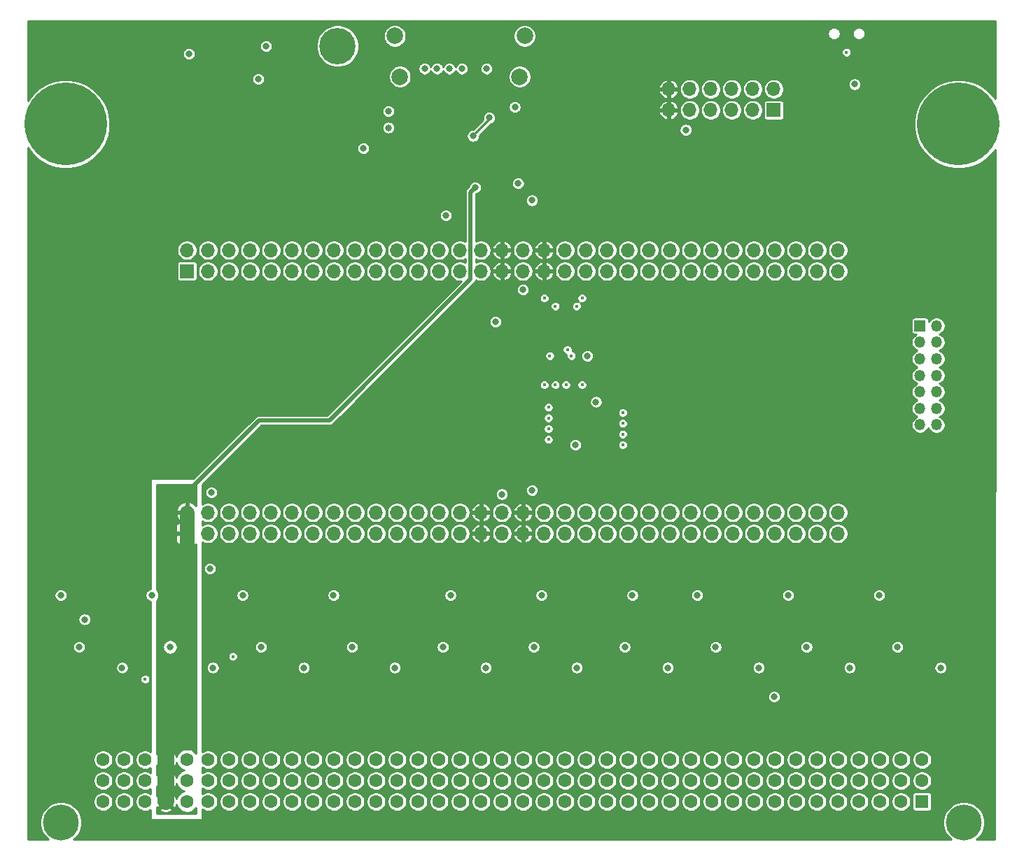
<source format=gbr>
%TF.GenerationSoftware,KiCad,Pcbnew,(5.1.9-0-10_14)*%
%TF.CreationDate,2023-06-03T09:29:55+02:00*%
%TF.ProjectId,IIsi-to-ztex,49497369-2d74-46f2-9d7a-7465782e6b69,rev?*%
%TF.SameCoordinates,Original*%
%TF.FileFunction,Copper,L3,Inr*%
%TF.FilePolarity,Positive*%
%FSLAX46Y46*%
G04 Gerber Fmt 4.6, Leading zero omitted, Abs format (unit mm)*
G04 Created by KiCad (PCBNEW (5.1.9-0-10_14)) date 2023-06-03 09:29:55*
%MOMM*%
%LPD*%
G01*
G04 APERTURE LIST*
%TA.AperFunction,ComponentPad*%
%ADD10O,1.700000X1.700000*%
%TD*%
%TA.AperFunction,ComponentPad*%
%ADD11R,1.700000X1.700000*%
%TD*%
%TA.AperFunction,ComponentPad*%
%ADD12C,2.000000*%
%TD*%
%TA.AperFunction,ComponentPad*%
%ADD13C,4.400000*%
%TD*%
%TA.AperFunction,ComponentPad*%
%ADD14C,10.000000*%
%TD*%
%TA.AperFunction,ComponentPad*%
%ADD15R,1.350000X1.350000*%
%TD*%
%TA.AperFunction,ComponentPad*%
%ADD16O,1.350000X1.350000*%
%TD*%
%TA.AperFunction,ComponentPad*%
%ADD17C,4.335000*%
%TD*%
%TA.AperFunction,ComponentPad*%
%ADD18C,1.605000*%
%TD*%
%TA.AperFunction,ComponentPad*%
%ADD19R,1.605000X1.605000*%
%TD*%
%TA.AperFunction,ViaPad*%
%ADD20C,0.800000*%
%TD*%
%TA.AperFunction,ViaPad*%
%ADD21C,0.450000*%
%TD*%
%TA.AperFunction,Conductor*%
%ADD22C,0.300000*%
%TD*%
%TA.AperFunction,Conductor*%
%ADD23C,0.500000*%
%TD*%
%TA.AperFunction,Conductor*%
%ADD24C,1.800000*%
%TD*%
%TA.AperFunction,Conductor*%
%ADD25C,2.000000*%
%TD*%
%TA.AperFunction,Conductor*%
%ADD26C,0.254000*%
%TD*%
%TA.AperFunction,Conductor*%
%ADD27C,0.100000*%
%TD*%
G04 APERTURE END LIST*
D10*
%TO.N,+3V3*%
%TO.C,J4*%
X173510000Y-61210000D03*
X173510000Y-63750000D03*
%TO.N,GND*%
X176050000Y-61210000D03*
X176050000Y-63750000D03*
%TO.N,/pmod/P56-*%
X178590000Y-61210000D03*
%TO.N,/pmod/P56+*%
X178590000Y-63750000D03*
%TO.N,/pmod/P78-*%
X181130000Y-61210000D03*
%TO.N,/pmod/P78+*%
X181130000Y-63750000D03*
%TO.N,/pmod/P910-*%
X183670000Y-61210000D03*
%TO.N,/pmod/P910+*%
X183670000Y-63750000D03*
%TO.N,/pmod/P1112-*%
X186210000Y-61210000D03*
D11*
%TO.N,/pmod/P1112+*%
X186210000Y-63750000D03*
%TD*%
D12*
%TO.N,SHIELD*%
%TO.C,J3*%
X156080000Y-54770000D03*
X140380000Y-54770000D03*
X155480000Y-59720000D03*
X140980000Y-59720000D03*
%TD*%
D13*
%TO.N,SHIELD*%
%TO.C,H5*%
X133460000Y-56000000D03*
%TD*%
D14*
%TO.N,Net-(H2-Pad1)*%
%TO.C,H2*%
X208570000Y-65450000D03*
%TD*%
%TO.N,Net-(H1-Pad1)*%
%TO.C,H1*%
X100570000Y-65450000D03*
%TD*%
D15*
%TO.N,GND*%
%TO.C,J1*%
X203910000Y-89860000D03*
D16*
%TO.N,/B2B/JTAG_VIO*%
X205910000Y-89860000D03*
%TO.N,GND*%
X203910000Y-91860000D03*
%TO.N,FPGA_JTAG_TMS*%
X205910000Y-91860000D03*
%TO.N,GND*%
X203910000Y-93860000D03*
%TO.N,FPGA_JTAG_TCK*%
X205910000Y-93860000D03*
%TO.N,GND*%
X203910000Y-95860000D03*
%TO.N,FPGA_JTAG_TDO*%
X205910000Y-95860000D03*
%TO.N,GND*%
X203910000Y-97860000D03*
%TO.N,FPGA_JTAG_TDI*%
X205910000Y-97860000D03*
%TO.N,GND*%
X203910000Y-99860000D03*
%TO.N,Net-(J1-Pad12)*%
X205910000Y-99860000D03*
%TO.N,GND*%
X203910000Y-101860000D03*
%TO.N,Net-(J1-Pad14)*%
X205910000Y-101860000D03*
%TD*%
D11*
%TO.N,Net-(JCD1-Pad1)*%
%TO.C,JCD1*%
X115240000Y-83250000D03*
D10*
%TO.N,Net-(JCD1-Pad2)*%
X115240000Y-80710000D03*
%TO.N,GND*%
X117780000Y-83250000D03*
X117780000Y-80710000D03*
%TO.N,A1_3V3*%
X120320000Y-83250000D03*
%TO.N,A0_3V3*%
X120320000Y-80710000D03*
%TO.N,A3_3V3*%
X122860000Y-83250000D03*
%TO.N,A2_3V3*%
X122860000Y-80710000D03*
%TO.N,A5_3V3*%
X125400000Y-83250000D03*
%TO.N,A4_3V3*%
X125400000Y-80710000D03*
%TO.N,A7_3V3*%
X127940000Y-83250000D03*
%TO.N,A6_3V3*%
X127940000Y-80710000D03*
%TO.N,~CBACK_3V3*%
X130480000Y-83250000D03*
%TO.N,A8_3V3*%
X130480000Y-80710000D03*
%TO.N,~CBREQ_3V3*%
X133020000Y-83250000D03*
%TO.N,HDMI_D2+*%
X133020000Y-80710000D03*
%TO.N,HDMI_D1+*%
X135560000Y-83250000D03*
%TO.N,HDMI_D2-*%
X135560000Y-80710000D03*
%TO.N,HDMI_D1-*%
X138100000Y-83250000D03*
%TO.N,HDMI_D0+*%
X138100000Y-80710000D03*
%TO.N,HDMI_CLK+*%
X140640000Y-83250000D03*
%TO.N,HDMI_D0-*%
X140640000Y-80710000D03*
%TO.N,HDMI_CLK-*%
X143180000Y-83250000D03*
%TO.N,PMOD-56+*%
X143180000Y-80710000D03*
%TO.N,~CIOUT_3V3*%
X145720000Y-83250000D03*
%TO.N,PMOD-56-*%
X145720000Y-80710000D03*
%TO.N,CACHE_3V3*%
X148260000Y-83250000D03*
%TO.N,PMOD-78+*%
X148260000Y-80710000D03*
%TO.N,D31_3V3*%
X150800000Y-83250000D03*
%TO.N,PMOD-78-*%
X150800000Y-80710000D03*
%TO.N,+3V3*%
X153340000Y-83250000D03*
X153340000Y-80710000D03*
%TO.N,GND*%
X155880000Y-83250000D03*
X155880000Y-80710000D03*
%TO.N,+3V3*%
X158420000Y-83250000D03*
X158420000Y-80710000D03*
%TO.N,PMOD-1112-*%
X160960000Y-83250000D03*
%TO.N,PMOD-910+*%
X160960000Y-80710000D03*
%TO.N,PMOD-1112+*%
X163500000Y-83250000D03*
%TO.N,C16M_3V3*%
X163500000Y-80710000D03*
%TO.N,D20_3V3*%
X166040000Y-83250000D03*
%TO.N,D17_3V3*%
X166040000Y-80710000D03*
%TO.N,D14_3V3*%
X168580000Y-83250000D03*
%TO.N,D11_3V3*%
X168580000Y-80710000D03*
%TO.N,D8_3V3*%
X171120000Y-83250000D03*
%TO.N,D5_3V3*%
X171120000Y-80710000D03*
%TO.N,D2_3V3*%
X173660000Y-83250000D03*
%TO.N,D0_3V3*%
X173660000Y-80710000D03*
%TO.N,~RESET_3V3*%
X176200000Y-83250000D03*
%TO.N,FC1_3V3*%
X176200000Y-80710000D03*
%TO.N,FC2_3V3*%
X178740000Y-83250000D03*
%TO.N,~AS_3V3*%
X178740000Y-80710000D03*
%TO.N,SIZ0_3V3*%
X181280000Y-83250000D03*
%TO.N,SIZ1_3V3*%
X181280000Y-80710000D03*
%TO.N,~RW_3V3*%
X183820000Y-83250000D03*
%TO.N,~DSACK0_3V3*%
X183820000Y-80710000D03*
%TO.N,~DSACK1_3V3*%
X186360000Y-83250000D03*
%TO.N,~STERM_3V3*%
X186360000Y-80710000D03*
%TO.N,~DS_3V3*%
X188900000Y-83250000D03*
%TO.N,~IRQ1_3V3*%
X188900000Y-80710000D03*
%TO.N,FPGA_JTAG_TDO*%
X191440000Y-83250000D03*
%TO.N,FPGA_JTAG_TMS*%
X191440000Y-80710000D03*
%TO.N,GND*%
X193980000Y-83250000D03*
X193980000Y-80710000D03*
%TD*%
D11*
%TO.N,+5V*%
%TO.C,JAB1*%
X115240000Y-115000000D03*
D10*
X115240000Y-112460000D03*
%TO.N,GND*%
X117780000Y-115000000D03*
X117780000Y-112460000D03*
%TO.N,A10_3V3*%
X120320000Y-115000000D03*
%TO.N,A9_3V3*%
X120320000Y-112460000D03*
%TO.N,A12_3V3*%
X122860000Y-115000000D03*
%TO.N,A11_3V3*%
X122860000Y-112460000D03*
%TO.N,A14_3V3*%
X125400000Y-115000000D03*
%TO.N,A13_3V3*%
X125400000Y-112460000D03*
%TO.N,A16_3V3*%
X127940000Y-115000000D03*
%TO.N,A15_3V3*%
X127940000Y-112460000D03*
%TO.N,A18_3V3*%
X130480000Y-115000000D03*
%TO.N,A17_3V3*%
X130480000Y-112460000D03*
%TO.N,A20_3V3*%
X133020000Y-115000000D03*
%TO.N,A19_3V3*%
X133020000Y-112460000D03*
%TO.N,A22_3V3*%
X135560000Y-115000000D03*
%TO.N,A21_3V3*%
X135560000Y-112460000D03*
%TO.N,A23_3V3*%
X138100000Y-115000000D03*
%TO.N,CPUCLK_3V3*%
X138100000Y-112460000D03*
%TO.N,A25_3V3*%
X140640000Y-115000000D03*
%TO.N,A24_3V3*%
X140640000Y-112460000D03*
%TO.N,A26_3V3*%
X143180000Y-115000000D03*
%TO.N,A27_3V3*%
X143180000Y-112460000D03*
%TO.N,A28_3V3*%
X145720000Y-115000000D03*
%TO.N,A29_3V3*%
X145720000Y-112460000D03*
%TO.N,A30_3V3*%
X148260000Y-115000000D03*
%TO.N,A31_3V3*%
X148260000Y-112460000D03*
%TO.N,+3V3*%
X150800000Y-115000000D03*
X150800000Y-112460000D03*
%TO.N,GND*%
X153340000Y-115000000D03*
X153340000Y-112460000D03*
%TO.N,+3V3*%
X155880000Y-115000000D03*
X155880000Y-112460000D03*
%TO.N,D29_3V3*%
X158420000Y-115000000D03*
%TO.N,D30_3V3*%
X158420000Y-112460000D03*
%TO.N,D27_3V3*%
X160960000Y-115000000D03*
%TO.N,D28_3V3*%
X160960000Y-112460000D03*
%TO.N,D25_3V3*%
X163500000Y-115000000D03*
%TO.N,D26_3V3*%
X163500000Y-112460000D03*
%TO.N,D23_3V3*%
X166040000Y-115000000D03*
%TO.N,D24_3V3*%
X166040000Y-112460000D03*
%TO.N,D21_3V3*%
X168580000Y-115000000D03*
%TO.N,D22_3V3*%
X168580000Y-112460000D03*
%TO.N,D18_3V3*%
X171120000Y-115000000D03*
%TO.N,D19_3V3*%
X171120000Y-112460000D03*
%TO.N,D15_3V3*%
X173660000Y-115000000D03*
%TO.N,D16_3V3*%
X173660000Y-112460000D03*
%TO.N,D12_3V3*%
X176200000Y-115000000D03*
%TO.N,D13_3V3*%
X176200000Y-112460000D03*
%TO.N,D9_3V3*%
X178740000Y-115000000D03*
%TO.N,D10_3V3*%
X178740000Y-112460000D03*
%TO.N,D6_3V3*%
X181280000Y-115000000D03*
%TO.N,D7_3V3*%
X181280000Y-112460000D03*
%TO.N,D3_3V3*%
X183820000Y-115000000D03*
%TO.N,D4_3V3*%
X183820000Y-112460000D03*
%TO.N,~HALT_3V3*%
X186360000Y-115000000D03*
%TO.N,D1_3V3*%
X186360000Y-112460000D03*
%TO.N,FC0_3V3*%
X188900000Y-115000000D03*
%TO.N,~BERR_3V3*%
X188900000Y-112460000D03*
%TO.N,FPGA_JTAG_TDI*%
X191440000Y-115000000D03*
%TO.N,FPGA_JTAG_TCK*%
X191440000Y-112460000D03*
%TO.N,/B2B/JTAG_VIO*%
X193980000Y-115000000D03*
%TO.N,GND*%
X193980000Y-112460000D03*
%TD*%
D17*
%TO.N,Net-(J2-PadMH2)*%
%TO.C,J2*%
X100000000Y-150000000D03*
%TO.N,Net-(J2-PadMH1)*%
X209220000Y-150000000D03*
D18*
%TO.N,+12V*%
X105080000Y-142380000D03*
%TO.N,GND*%
X107620000Y-142380000D03*
%TO.N,C16M*%
X110160000Y-142380000D03*
%TO.N,+5V*%
X112700000Y-142380000D03*
%TO.N,A0*%
X115240000Y-142380000D03*
%TO.N,A3*%
X117780000Y-142380000D03*
%TO.N,A6*%
X120320000Y-142380000D03*
%TO.N,A8*%
X122860000Y-142380000D03*
%TO.N,A11*%
X125400000Y-142380000D03*
%TO.N,A14*%
X127940000Y-142380000D03*
%TO.N,A16*%
X130480000Y-142380000D03*
%TO.N,A19*%
X133020000Y-142380000D03*
%TO.N,A22*%
X135560000Y-142380000D03*
%TO.N,A24*%
X138100000Y-142380000D03*
%TO.N,A27*%
X140640000Y-142380000D03*
%TO.N,A30*%
X143180000Y-142380000D03*
%TO.N,D31*%
X145720000Y-142380000D03*
%TO.N,D28*%
X148260000Y-142380000D03*
%TO.N,D25*%
X150800000Y-142380000D03*
%TO.N,D23*%
X153340000Y-142380000D03*
%TO.N,D20*%
X155880000Y-142380000D03*
%TO.N,D17*%
X158420000Y-142380000D03*
%TO.N,D15*%
X160960000Y-142380000D03*
%TO.N,D12*%
X163500000Y-142380000D03*
%TO.N,D9*%
X166040000Y-142380000D03*
%TO.N,D7*%
X168580000Y-142380000D03*
%TO.N,D4*%
X171120000Y-142380000D03*
%TO.N,D1*%
X173660000Y-142380000D03*
%TO.N,~HALT*%
X176200000Y-142380000D03*
%TO.N,FC0*%
X178740000Y-142380000D03*
%TO.N,~BR*%
X181280000Y-142380000D03*
%TO.N,~AS*%
X183820000Y-142380000D03*
%TO.N,~RW*%
X186360000Y-142380000D03*
%TO.N,~CBREQ*%
X188900000Y-142380000D03*
%TO.N,RMC*%
X191440000Y-142380000D03*
%TO.N,IPL0*%
X193980000Y-142380000D03*
%TO.N,~IRQ1*%
X196520000Y-142380000D03*
%TO.N,~TM0A*%
X199060000Y-142380000D03*
%TO.N,~NUBUS*%
X201600000Y-142380000D03*
%TO.N,~PFW*%
X204140000Y-142380000D03*
%TO.N,-5V*%
X105080000Y-144920000D03*
%TO.N,GND*%
X107620000Y-144920000D03*
%TO.N,ECLK*%
X110160000Y-144920000D03*
%TO.N,+5V*%
X112700000Y-144920000D03*
%TO.N,A1*%
X115240000Y-144920000D03*
%TO.N,A4*%
X117780000Y-144920000D03*
%TO.N,GND*%
X120320000Y-144920000D03*
%TO.N,A9*%
X122860000Y-144920000D03*
%TO.N,A12*%
X125400000Y-144920000D03*
%TO.N,+5V*%
X127940000Y-144920000D03*
%TO.N,A17*%
X130480000Y-144920000D03*
%TO.N,A20*%
X133020000Y-144920000D03*
%TO.N,GND*%
X135560000Y-144920000D03*
%TO.N,A25*%
X138100000Y-144920000D03*
%TO.N,A28*%
X140640000Y-144920000D03*
%TO.N,+5V*%
X143180000Y-144920000D03*
%TO.N,D30*%
X145720000Y-144920000D03*
%TO.N,D27*%
X148260000Y-144920000D03*
%TO.N,GND*%
X150800000Y-144920000D03*
%TO.N,D22*%
X153340000Y-144920000D03*
%TO.N,D19*%
X155880000Y-144920000D03*
%TO.N,+5V*%
X158420000Y-144920000D03*
%TO.N,D14*%
X160960000Y-144920000D03*
%TO.N,D11*%
X163500000Y-144920000D03*
%TO.N,GND*%
X166040000Y-144920000D03*
%TO.N,D6*%
X168580000Y-144920000D03*
%TO.N,D3*%
X171120000Y-144920000D03*
%TO.N,+5V*%
X173660000Y-144920000D03*
%TO.N,~BERR*%
X176200000Y-144920000D03*
%TO.N,FC1*%
X178740000Y-144920000D03*
%TO.N,~BG*%
X181280000Y-144920000D03*
%TO.N,SIZ0*%
X183820000Y-144920000D03*
%TO.N,~DSACK0*%
X186360000Y-144920000D03*
%TO.N,~CBACK*%
X188900000Y-144920000D03*
%TO.N,~DS*%
X191440000Y-144920000D03*
%TO.N,IPL1*%
X193980000Y-144920000D03*
%TO.N,~IRQ2*%
X196520000Y-144920000D03*
%TO.N,~TM1A*%
X199060000Y-144920000D03*
%TO.N,CACHE*%
X201600000Y-144920000D03*
%TO.N,C40M*%
X204140000Y-144920000D03*
%TO.N,-12V*%
X105080000Y-147460000D03*
%TO.N,GND*%
X107620000Y-147460000D03*
%TO.N,CPUCLK*%
X110160000Y-147460000D03*
%TO.N,+5V*%
X112700000Y-147460000D03*
%TO.N,A2*%
X115240000Y-147460000D03*
%TO.N,A5*%
X117780000Y-147460000D03*
%TO.N,A7*%
X120320000Y-147460000D03*
%TO.N,A10*%
X122860000Y-147460000D03*
%TO.N,A13*%
X125400000Y-147460000D03*
%TO.N,A15*%
X127940000Y-147460000D03*
%TO.N,A18*%
X130480000Y-147460000D03*
%TO.N,A21*%
X133020000Y-147460000D03*
%TO.N,A23*%
X135560000Y-147460000D03*
%TO.N,A26*%
X138100000Y-147460000D03*
%TO.N,A29*%
X140640000Y-147460000D03*
%TO.N,A31*%
X143180000Y-147460000D03*
%TO.N,D29*%
X145720000Y-147460000D03*
%TO.N,D26*%
X148260000Y-147460000D03*
%TO.N,D24*%
X150800000Y-147460000D03*
%TO.N,D21*%
X153340000Y-147460000D03*
%TO.N,D18*%
X155880000Y-147460000D03*
%TO.N,D16*%
X158420000Y-147460000D03*
%TO.N,D13*%
X160960000Y-147460000D03*
%TO.N,D10*%
X163500000Y-147460000D03*
%TO.N,D8*%
X166040000Y-147460000D03*
%TO.N,D5*%
X168580000Y-147460000D03*
%TO.N,D2*%
X171120000Y-147460000D03*
%TO.N,D0*%
X173660000Y-147460000D03*
%TO.N,~RESET*%
X176200000Y-147460000D03*
%TO.N,FC2*%
X178740000Y-147460000D03*
%TO.N,~BGACK*%
X181280000Y-147460000D03*
%TO.N,SIZ1*%
X183820000Y-147460000D03*
%TO.N,~DSACK1*%
X186360000Y-147460000D03*
%TO.N,~STERM*%
X188900000Y-147460000D03*
%TO.N,~CIOUT*%
X191440000Y-147460000D03*
%TO.N,IPL2*%
X193980000Y-147460000D03*
%TO.N,~IRQ3*%
X196520000Y-147460000D03*
%TO.N,~BUSLOCk*%
X199060000Y-147460000D03*
%TO.N,~FPU*%
X201600000Y-147460000D03*
D19*
%TO.N,~RBV*%
X204140000Y-147460000D03*
%TD*%
D20*
%TO.N,GND*%
X118000000Y-119250000D03*
X201185000Y-128750000D03*
X206385000Y-131250000D03*
X190185000Y-128750000D03*
X179185000Y-128750000D03*
X168185000Y-128750000D03*
X157185000Y-128750000D03*
X146185000Y-128750000D03*
X135185000Y-128750000D03*
X124185000Y-128750000D03*
X113185000Y-128750000D03*
X102185000Y-128750000D03*
X195385000Y-131250000D03*
X184385000Y-131250000D03*
X173385000Y-131250000D03*
X162385000Y-131250000D03*
X151385000Y-131250000D03*
X140385000Y-131250000D03*
X129385000Y-131250000D03*
X118385000Y-131250000D03*
X107385000Y-131250000D03*
X175565000Y-66145000D03*
X118190000Y-110040000D03*
X155300000Y-72630000D03*
X154900000Y-63380000D03*
X124810000Y-56000000D03*
X123870000Y-60000000D03*
X139590000Y-65880000D03*
X136580000Y-68380000D03*
X115460000Y-56940000D03*
X164710000Y-99075000D03*
X151480000Y-58750000D03*
X148480000Y-58750000D03*
X146980000Y-58750000D03*
X145480000Y-58750000D03*
X143980000Y-58750000D03*
X156965000Y-74680000D03*
X198960000Y-122475000D03*
X187960000Y-122475000D03*
X176960000Y-122475000D03*
X169110000Y-122475000D03*
X158110000Y-122475000D03*
X147110000Y-122475000D03*
X132960000Y-122475000D03*
X121960000Y-122475000D03*
X110960000Y-122475000D03*
X99960000Y-122475000D03*
X146555000Y-76500000D03*
X162210000Y-104275000D03*
X163675000Y-93500000D03*
X152550000Y-89380000D03*
X196000000Y-60625000D03*
X186250000Y-134775000D03*
X139590000Y-63880000D03*
X155880000Y-85500000D03*
X153340000Y-110250000D03*
%TO.N,+3V3*%
X200535000Y-125500000D03*
X189535000Y-125500000D03*
X178535000Y-125500000D03*
X167535000Y-125500000D03*
X156535000Y-125500000D03*
X145535000Y-125500000D03*
X134535000Y-125500000D03*
X123535000Y-125500000D03*
X101535000Y-125500000D03*
X173510000Y-66110000D03*
X109985000Y-124025000D03*
X153340000Y-85500000D03*
X142980000Y-67300000D03*
X115460000Y-65050000D03*
X158895000Y-104925000D03*
X151950000Y-74680000D03*
X145255000Y-76500000D03*
X156735000Y-89380000D03*
X194000000Y-60625000D03*
X186250000Y-133225000D03*
X150800000Y-110250000D03*
%TO.N,+5V*%
X112250000Y-116000000D03*
X115240000Y-110040000D03*
X150080000Y-73130000D03*
X115240000Y-119260000D03*
X112250000Y-111000000D03*
D21*
%TO.N,C16M*%
X110160000Y-132640000D03*
X120800000Y-129890000D03*
D20*
X156983670Y-109760000D03*
D21*
%TO.N,~BR*%
X161075000Y-97000000D03*
%TO.N,~CBREQ*%
X167960000Y-102975000D03*
%TO.N,~BG*%
X159775000Y-97000000D03*
%TO.N,~CBACK*%
X167960000Y-104275000D03*
%TO.N,~IRQ2*%
X159125000Y-93500000D03*
%TO.N,CACHE*%
X167960000Y-100375000D03*
%TO.N,~BGACK*%
X158475000Y-97000000D03*
%TO.N,~CIOUT*%
X167960000Y-101675000D03*
%TO.N,~IRQ3*%
X161725000Y-93500000D03*
%TO.N,~FPU*%
X163025000Y-97000000D03*
%TO.N,~RBV*%
X161250000Y-92750000D03*
D20*
%TO.N,CPUCLK_3V3*%
X102835000Y-125405000D03*
%TO.N,/HDMI/HDMI_5V*%
X151780000Y-64680000D03*
X149830000Y-66880000D03*
D21*
%TO.N,PMOD-56-*%
X159775000Y-87500000D03*
%TO.N,PMOD-56+*%
X162375000Y-87500000D03*
%TO.N,CACHE_3V3*%
X158960000Y-99725000D03*
%TO.N,~CIOUT_3V3*%
X158960000Y-101025000D03*
%TO.N,~CBACK_3V3*%
X158960000Y-103625000D03*
%TO.N,~CBREQ_3V3*%
X158960000Y-102325000D03*
%TO.N,C16M_3V3*%
X163025000Y-86500000D03*
%TO.N,~MASTER_OE*%
X158475000Y-86500000D03*
X195000000Y-56750000D03*
%TD*%
D22*
%TO.N,+3V3*%
X103010000Y-124025000D02*
X109985000Y-124025000D01*
X101535000Y-125500000D02*
X103010000Y-124025000D01*
X123535000Y-125500000D02*
X134535000Y-125500000D01*
X134535000Y-125500000D02*
X156535000Y-125500000D01*
X156535000Y-125500000D02*
X178535000Y-125500000D01*
X178535000Y-125500000D02*
X189535000Y-125500000D01*
X189535000Y-125500000D02*
X200535000Y-125500000D01*
D23*
%TO.N,+5V*%
X149530000Y-77680000D02*
X149530000Y-73680000D01*
X149530000Y-73680000D02*
X150080000Y-73130000D01*
X123970000Y-101310000D02*
X115240000Y-110040000D01*
X132460000Y-101310000D02*
X123970000Y-101310000D01*
X149530000Y-84240000D02*
X132460000Y-101310000D01*
X149530000Y-77680000D02*
X149530000Y-84240000D01*
D24*
X115240000Y-115000000D02*
X115240000Y-112460000D01*
X115240000Y-115000000D02*
X115240000Y-119260000D01*
D25*
X112700000Y-147460000D02*
X112700000Y-144920000D01*
X112700000Y-144920000D02*
X112700000Y-142380000D01*
X112700000Y-142380000D02*
X112700000Y-140560000D01*
D22*
%TO.N,/HDMI/HDMI_5V*%
X151780000Y-64930000D02*
X151780000Y-64680000D01*
X149830000Y-66880000D02*
X151780000Y-64930000D01*
%TD*%
D26*
%TO.N,+5V*%
X116333000Y-111650246D02*
X116329027Y-111643693D01*
X116148848Y-111446919D01*
X115933742Y-111289078D01*
X115691976Y-111176235D01*
X115577415Y-111141488D01*
X115367000Y-111233307D01*
X115367000Y-112333000D01*
X115387000Y-112333000D01*
X115387000Y-112587000D01*
X115367000Y-112587000D01*
X115367000Y-113686693D01*
X115422736Y-113711014D01*
X115367000Y-113766750D01*
X115367000Y-114873000D01*
X115387000Y-114873000D01*
X115387000Y-115127000D01*
X115367000Y-115127000D01*
X115367000Y-116233250D01*
X115494750Y-116361000D01*
X116090000Y-116363473D01*
X116190174Y-116353607D01*
X116286498Y-116324387D01*
X116333000Y-116299531D01*
X116333000Y-141651554D01*
X116260262Y-141542693D01*
X116077307Y-141359738D01*
X115862175Y-141215992D01*
X115623134Y-141116978D01*
X115369368Y-141066500D01*
X115110632Y-141066500D01*
X114856866Y-141116978D01*
X114617825Y-141215992D01*
X114402693Y-141359738D01*
X114219738Y-141542693D01*
X114075992Y-141757825D01*
X113976978Y-141996866D01*
X113970497Y-142029446D01*
X113888574Y-141806145D01*
X113837480Y-141710553D01*
X113627951Y-141631654D01*
X112879605Y-142380000D01*
X113627951Y-143128346D01*
X113837480Y-143049447D01*
X113946226Y-142814673D01*
X113968731Y-142721673D01*
X113976978Y-142763134D01*
X114075992Y-143002175D01*
X114219738Y-143217307D01*
X114402693Y-143400262D01*
X114617825Y-143544008D01*
X114856866Y-143643022D01*
X114891946Y-143650000D01*
X114856866Y-143656978D01*
X114617825Y-143755992D01*
X114402693Y-143899738D01*
X114219738Y-144082693D01*
X114075992Y-144297825D01*
X113976978Y-144536866D01*
X113970497Y-144569446D01*
X113888574Y-144346145D01*
X113837480Y-144250553D01*
X113627951Y-144171654D01*
X112879605Y-144920000D01*
X113627951Y-145668346D01*
X113837480Y-145589447D01*
X113946226Y-145354673D01*
X113968731Y-145261673D01*
X113976978Y-145303134D01*
X114075992Y-145542175D01*
X114219738Y-145757307D01*
X114402693Y-145940262D01*
X114617825Y-146084008D01*
X114856866Y-146183022D01*
X114891946Y-146190000D01*
X114856866Y-146196978D01*
X114617825Y-146295992D01*
X114402693Y-146439738D01*
X114219738Y-146622693D01*
X114075992Y-146837825D01*
X113976978Y-147076866D01*
X113970497Y-147109446D01*
X113888574Y-146886145D01*
X113837480Y-146790553D01*
X113627951Y-146711654D01*
X112879605Y-147460000D01*
X113627951Y-148208346D01*
X113837480Y-148129447D01*
X113946226Y-147894673D01*
X113968731Y-147801673D01*
X113976978Y-147843134D01*
X114075992Y-148082175D01*
X114219738Y-148297307D01*
X114402693Y-148480262D01*
X114617825Y-148624008D01*
X114856866Y-148723022D01*
X115110632Y-148773500D01*
X115369368Y-148773500D01*
X115623134Y-148723022D01*
X115862175Y-148624008D01*
X116077307Y-148480262D01*
X116260262Y-148297307D01*
X116333000Y-148188446D01*
X116333000Y-148873000D01*
X111587000Y-148873000D01*
X111587000Y-148387951D01*
X111951654Y-148387951D01*
X112030553Y-148597480D01*
X112265327Y-148706226D01*
X112516806Y-148767081D01*
X112775325Y-148777705D01*
X113030949Y-148737690D01*
X113273855Y-148648574D01*
X113369447Y-148597480D01*
X113448346Y-148387951D01*
X112700000Y-147639605D01*
X111951654Y-148387951D01*
X111587000Y-148387951D01*
X111587000Y-148138665D01*
X111772049Y-148208346D01*
X112520395Y-147460000D01*
X111772049Y-146711654D01*
X111587000Y-146781335D01*
X111587000Y-145847951D01*
X111951654Y-145847951D01*
X112030553Y-146057480D01*
X112265327Y-146166226D01*
X112354243Y-146187743D01*
X112126145Y-146271426D01*
X112030553Y-146322520D01*
X111951654Y-146532049D01*
X112700000Y-147280395D01*
X113448346Y-146532049D01*
X113369447Y-146322520D01*
X113134673Y-146213774D01*
X113045757Y-146192257D01*
X113273855Y-146108574D01*
X113369447Y-146057480D01*
X113448346Y-145847951D01*
X112700000Y-145099605D01*
X111951654Y-145847951D01*
X111587000Y-145847951D01*
X111587000Y-145598665D01*
X111772049Y-145668346D01*
X112520395Y-144920000D01*
X111772049Y-144171654D01*
X111587000Y-144241335D01*
X111587000Y-143307951D01*
X111951654Y-143307951D01*
X112030553Y-143517480D01*
X112265327Y-143626226D01*
X112354243Y-143647743D01*
X112126145Y-143731426D01*
X112030553Y-143782520D01*
X111951654Y-143992049D01*
X112700000Y-144740395D01*
X113448346Y-143992049D01*
X113369447Y-143782520D01*
X113134673Y-143673774D01*
X113045757Y-143652257D01*
X113273855Y-143568574D01*
X113369447Y-143517480D01*
X113448346Y-143307951D01*
X112700000Y-142559605D01*
X111951654Y-143307951D01*
X111587000Y-143307951D01*
X111587000Y-143058665D01*
X111772049Y-143128346D01*
X112520395Y-142380000D01*
X111772049Y-141631654D01*
X111587000Y-141701335D01*
X111587000Y-141452049D01*
X111951654Y-141452049D01*
X112700000Y-142200395D01*
X113448346Y-141452049D01*
X113369447Y-141242520D01*
X113134673Y-141133774D01*
X112883194Y-141072919D01*
X112624675Y-141062295D01*
X112369051Y-141102310D01*
X112126145Y-141191426D01*
X112030553Y-141242520D01*
X111951654Y-141452049D01*
X111587000Y-141452049D01*
X111587000Y-128660274D01*
X112274000Y-128660274D01*
X112274000Y-128839726D01*
X112309009Y-129015729D01*
X112377682Y-129181520D01*
X112477380Y-129330729D01*
X112604271Y-129457620D01*
X112753480Y-129557318D01*
X112919271Y-129625991D01*
X113095274Y-129661000D01*
X113274726Y-129661000D01*
X113450729Y-129625991D01*
X113616520Y-129557318D01*
X113765729Y-129457620D01*
X113892620Y-129330729D01*
X113992318Y-129181520D01*
X114060991Y-129015729D01*
X114096000Y-128839726D01*
X114096000Y-128660274D01*
X114060991Y-128484271D01*
X113992318Y-128318480D01*
X113892620Y-128169271D01*
X113765729Y-128042380D01*
X113616520Y-127942682D01*
X113450729Y-127874009D01*
X113274726Y-127839000D01*
X113095274Y-127839000D01*
X112919271Y-127874009D01*
X112753480Y-127942682D01*
X112604271Y-128042380D01*
X112477380Y-128169271D01*
X112377682Y-128318480D01*
X112309009Y-128484271D01*
X112274000Y-128660274D01*
X111587000Y-128660274D01*
X111587000Y-123136349D01*
X111667620Y-123055729D01*
X111767318Y-122906520D01*
X111835991Y-122740729D01*
X111871000Y-122564726D01*
X111871000Y-122385274D01*
X111835991Y-122209271D01*
X111767318Y-122043480D01*
X111667620Y-121894271D01*
X111587000Y-121813651D01*
X111587000Y-115850000D01*
X113876527Y-115850000D01*
X113886393Y-115950174D01*
X113915613Y-116046498D01*
X113963063Y-116135270D01*
X114026920Y-116213080D01*
X114104730Y-116276937D01*
X114193502Y-116324387D01*
X114289826Y-116353607D01*
X114390000Y-116363473D01*
X114985250Y-116361000D01*
X115113000Y-116233250D01*
X115113000Y-115127000D01*
X114006750Y-115127000D01*
X113879000Y-115254750D01*
X113876527Y-115850000D01*
X111587000Y-115850000D01*
X111587000Y-114150000D01*
X113876527Y-114150000D01*
X113879000Y-114745250D01*
X114006750Y-114873000D01*
X115113000Y-114873000D01*
X115113000Y-113766750D01*
X115057264Y-113711014D01*
X115113000Y-113686693D01*
X115113000Y-112587000D01*
X114012683Y-112587000D01*
X113921483Y-112797416D01*
X114012645Y-113048163D01*
X114150973Y-113276307D01*
X114331152Y-113473081D01*
X114546258Y-113630922D01*
X114559778Y-113637232D01*
X114390000Y-113636527D01*
X114289826Y-113646393D01*
X114193502Y-113675613D01*
X114104730Y-113723063D01*
X114026920Y-113786920D01*
X113963063Y-113864730D01*
X113915613Y-113953502D01*
X113886393Y-114049826D01*
X113876527Y-114150000D01*
X111587000Y-114150000D01*
X111587000Y-112122584D01*
X113921483Y-112122584D01*
X114012683Y-112333000D01*
X115113000Y-112333000D01*
X115113000Y-111233307D01*
X114902585Y-111141488D01*
X114788024Y-111176235D01*
X114546258Y-111289078D01*
X114331152Y-111446919D01*
X114150973Y-111643693D01*
X114012645Y-111871837D01*
X113921483Y-112122584D01*
X111587000Y-112122584D01*
X111587000Y-109127000D01*
X116333000Y-109127000D01*
X116333000Y-111650246D01*
%TA.AperFunction,Conductor*%
D27*
G36*
X116333000Y-111650246D02*
G01*
X116329027Y-111643693D01*
X116148848Y-111446919D01*
X115933742Y-111289078D01*
X115691976Y-111176235D01*
X115577415Y-111141488D01*
X115367000Y-111233307D01*
X115367000Y-112333000D01*
X115387000Y-112333000D01*
X115387000Y-112587000D01*
X115367000Y-112587000D01*
X115367000Y-113686693D01*
X115422736Y-113711014D01*
X115367000Y-113766750D01*
X115367000Y-114873000D01*
X115387000Y-114873000D01*
X115387000Y-115127000D01*
X115367000Y-115127000D01*
X115367000Y-116233250D01*
X115494750Y-116361000D01*
X116090000Y-116363473D01*
X116190174Y-116353607D01*
X116286498Y-116324387D01*
X116333000Y-116299531D01*
X116333000Y-141651554D01*
X116260262Y-141542693D01*
X116077307Y-141359738D01*
X115862175Y-141215992D01*
X115623134Y-141116978D01*
X115369368Y-141066500D01*
X115110632Y-141066500D01*
X114856866Y-141116978D01*
X114617825Y-141215992D01*
X114402693Y-141359738D01*
X114219738Y-141542693D01*
X114075992Y-141757825D01*
X113976978Y-141996866D01*
X113970497Y-142029446D01*
X113888574Y-141806145D01*
X113837480Y-141710553D01*
X113627951Y-141631654D01*
X112879605Y-142380000D01*
X113627951Y-143128346D01*
X113837480Y-143049447D01*
X113946226Y-142814673D01*
X113968731Y-142721673D01*
X113976978Y-142763134D01*
X114075992Y-143002175D01*
X114219738Y-143217307D01*
X114402693Y-143400262D01*
X114617825Y-143544008D01*
X114856866Y-143643022D01*
X114891946Y-143650000D01*
X114856866Y-143656978D01*
X114617825Y-143755992D01*
X114402693Y-143899738D01*
X114219738Y-144082693D01*
X114075992Y-144297825D01*
X113976978Y-144536866D01*
X113970497Y-144569446D01*
X113888574Y-144346145D01*
X113837480Y-144250553D01*
X113627951Y-144171654D01*
X112879605Y-144920000D01*
X113627951Y-145668346D01*
X113837480Y-145589447D01*
X113946226Y-145354673D01*
X113968731Y-145261673D01*
X113976978Y-145303134D01*
X114075992Y-145542175D01*
X114219738Y-145757307D01*
X114402693Y-145940262D01*
X114617825Y-146084008D01*
X114856866Y-146183022D01*
X114891946Y-146190000D01*
X114856866Y-146196978D01*
X114617825Y-146295992D01*
X114402693Y-146439738D01*
X114219738Y-146622693D01*
X114075992Y-146837825D01*
X113976978Y-147076866D01*
X113970497Y-147109446D01*
X113888574Y-146886145D01*
X113837480Y-146790553D01*
X113627951Y-146711654D01*
X112879605Y-147460000D01*
X113627951Y-148208346D01*
X113837480Y-148129447D01*
X113946226Y-147894673D01*
X113968731Y-147801673D01*
X113976978Y-147843134D01*
X114075992Y-148082175D01*
X114219738Y-148297307D01*
X114402693Y-148480262D01*
X114617825Y-148624008D01*
X114856866Y-148723022D01*
X115110632Y-148773500D01*
X115369368Y-148773500D01*
X115623134Y-148723022D01*
X115862175Y-148624008D01*
X116077307Y-148480262D01*
X116260262Y-148297307D01*
X116333000Y-148188446D01*
X116333000Y-148873000D01*
X111587000Y-148873000D01*
X111587000Y-148387951D01*
X111951654Y-148387951D01*
X112030553Y-148597480D01*
X112265327Y-148706226D01*
X112516806Y-148767081D01*
X112775325Y-148777705D01*
X113030949Y-148737690D01*
X113273855Y-148648574D01*
X113369447Y-148597480D01*
X113448346Y-148387951D01*
X112700000Y-147639605D01*
X111951654Y-148387951D01*
X111587000Y-148387951D01*
X111587000Y-148138665D01*
X111772049Y-148208346D01*
X112520395Y-147460000D01*
X111772049Y-146711654D01*
X111587000Y-146781335D01*
X111587000Y-145847951D01*
X111951654Y-145847951D01*
X112030553Y-146057480D01*
X112265327Y-146166226D01*
X112354243Y-146187743D01*
X112126145Y-146271426D01*
X112030553Y-146322520D01*
X111951654Y-146532049D01*
X112700000Y-147280395D01*
X113448346Y-146532049D01*
X113369447Y-146322520D01*
X113134673Y-146213774D01*
X113045757Y-146192257D01*
X113273855Y-146108574D01*
X113369447Y-146057480D01*
X113448346Y-145847951D01*
X112700000Y-145099605D01*
X111951654Y-145847951D01*
X111587000Y-145847951D01*
X111587000Y-145598665D01*
X111772049Y-145668346D01*
X112520395Y-144920000D01*
X111772049Y-144171654D01*
X111587000Y-144241335D01*
X111587000Y-143307951D01*
X111951654Y-143307951D01*
X112030553Y-143517480D01*
X112265327Y-143626226D01*
X112354243Y-143647743D01*
X112126145Y-143731426D01*
X112030553Y-143782520D01*
X111951654Y-143992049D01*
X112700000Y-144740395D01*
X113448346Y-143992049D01*
X113369447Y-143782520D01*
X113134673Y-143673774D01*
X113045757Y-143652257D01*
X113273855Y-143568574D01*
X113369447Y-143517480D01*
X113448346Y-143307951D01*
X112700000Y-142559605D01*
X111951654Y-143307951D01*
X111587000Y-143307951D01*
X111587000Y-143058665D01*
X111772049Y-143128346D01*
X112520395Y-142380000D01*
X111772049Y-141631654D01*
X111587000Y-141701335D01*
X111587000Y-141452049D01*
X111951654Y-141452049D01*
X112700000Y-142200395D01*
X113448346Y-141452049D01*
X113369447Y-141242520D01*
X113134673Y-141133774D01*
X112883194Y-141072919D01*
X112624675Y-141062295D01*
X112369051Y-141102310D01*
X112126145Y-141191426D01*
X112030553Y-141242520D01*
X111951654Y-141452049D01*
X111587000Y-141452049D01*
X111587000Y-128660274D01*
X112274000Y-128660274D01*
X112274000Y-128839726D01*
X112309009Y-129015729D01*
X112377682Y-129181520D01*
X112477380Y-129330729D01*
X112604271Y-129457620D01*
X112753480Y-129557318D01*
X112919271Y-129625991D01*
X113095274Y-129661000D01*
X113274726Y-129661000D01*
X113450729Y-129625991D01*
X113616520Y-129557318D01*
X113765729Y-129457620D01*
X113892620Y-129330729D01*
X113992318Y-129181520D01*
X114060991Y-129015729D01*
X114096000Y-128839726D01*
X114096000Y-128660274D01*
X114060991Y-128484271D01*
X113992318Y-128318480D01*
X113892620Y-128169271D01*
X113765729Y-128042380D01*
X113616520Y-127942682D01*
X113450729Y-127874009D01*
X113274726Y-127839000D01*
X113095274Y-127839000D01*
X112919271Y-127874009D01*
X112753480Y-127942682D01*
X112604271Y-128042380D01*
X112477380Y-128169271D01*
X112377682Y-128318480D01*
X112309009Y-128484271D01*
X112274000Y-128660274D01*
X111587000Y-128660274D01*
X111587000Y-123136349D01*
X111667620Y-123055729D01*
X111767318Y-122906520D01*
X111835991Y-122740729D01*
X111871000Y-122564726D01*
X111871000Y-122385274D01*
X111835991Y-122209271D01*
X111767318Y-122043480D01*
X111667620Y-121894271D01*
X111587000Y-121813651D01*
X111587000Y-115850000D01*
X113876527Y-115850000D01*
X113886393Y-115950174D01*
X113915613Y-116046498D01*
X113963063Y-116135270D01*
X114026920Y-116213080D01*
X114104730Y-116276937D01*
X114193502Y-116324387D01*
X114289826Y-116353607D01*
X114390000Y-116363473D01*
X114985250Y-116361000D01*
X115113000Y-116233250D01*
X115113000Y-115127000D01*
X114006750Y-115127000D01*
X113879000Y-115254750D01*
X113876527Y-115850000D01*
X111587000Y-115850000D01*
X111587000Y-114150000D01*
X113876527Y-114150000D01*
X113879000Y-114745250D01*
X114006750Y-114873000D01*
X115113000Y-114873000D01*
X115113000Y-113766750D01*
X115057264Y-113711014D01*
X115113000Y-113686693D01*
X115113000Y-112587000D01*
X114012683Y-112587000D01*
X113921483Y-112797416D01*
X114012645Y-113048163D01*
X114150973Y-113276307D01*
X114331152Y-113473081D01*
X114546258Y-113630922D01*
X114559778Y-113637232D01*
X114390000Y-113636527D01*
X114289826Y-113646393D01*
X114193502Y-113675613D01*
X114104730Y-113723063D01*
X114026920Y-113786920D01*
X113963063Y-113864730D01*
X113915613Y-113953502D01*
X113886393Y-114049826D01*
X113876527Y-114150000D01*
X111587000Y-114150000D01*
X111587000Y-112122584D01*
X113921483Y-112122584D01*
X114012683Y-112333000D01*
X115113000Y-112333000D01*
X115113000Y-111233307D01*
X114902585Y-111141488D01*
X114788024Y-111176235D01*
X114546258Y-111289078D01*
X114331152Y-111446919D01*
X114150973Y-111643693D01*
X114012645Y-111871837D01*
X113921483Y-112122584D01*
X111587000Y-112122584D01*
X111587000Y-109127000D01*
X116333000Y-109127000D01*
X116333000Y-111650246D01*
G37*
%TD.AperFunction*%
%TD*%
D26*
%TO.N,+3V3*%
X212989182Y-62378230D02*
X212749695Y-62019813D01*
X212000187Y-61270305D01*
X211118859Y-60681420D01*
X210139580Y-60275789D01*
X209099982Y-60069000D01*
X208040018Y-60069000D01*
X207000420Y-60275789D01*
X206021141Y-60681420D01*
X205139813Y-61270305D01*
X204390305Y-62019813D01*
X203801420Y-62901141D01*
X203395789Y-63880420D01*
X203189000Y-64920018D01*
X203189000Y-65979982D01*
X203395789Y-67019580D01*
X203801420Y-67998859D01*
X204390305Y-68880187D01*
X205139813Y-69629695D01*
X206021141Y-70218580D01*
X207000420Y-70624211D01*
X208040018Y-70831000D01*
X209099982Y-70831000D01*
X210139580Y-70624211D01*
X211118859Y-70218580D01*
X212000187Y-69629695D01*
X212749695Y-68880187D01*
X212986710Y-68525469D01*
X212953139Y-152034000D01*
X210763082Y-152034000D01*
X210844574Y-151979549D01*
X211199549Y-151624574D01*
X211478451Y-151207167D01*
X211670562Y-150743370D01*
X211768500Y-150251005D01*
X211768500Y-149748995D01*
X211670562Y-149256630D01*
X211478451Y-148792833D01*
X211199549Y-148375426D01*
X210844574Y-148020451D01*
X210427167Y-147741549D01*
X209963370Y-147549438D01*
X209471005Y-147451500D01*
X208968995Y-147451500D01*
X208476630Y-147549438D01*
X208012833Y-147741549D01*
X207595426Y-148020451D01*
X207240451Y-148375426D01*
X206961549Y-148792833D01*
X206769438Y-149256630D01*
X206671500Y-149748995D01*
X206671500Y-150251005D01*
X206769438Y-150743370D01*
X206961549Y-151207167D01*
X207240451Y-151624574D01*
X207595426Y-151979549D01*
X207676918Y-152034000D01*
X101543082Y-152034000D01*
X101624574Y-151979549D01*
X101979549Y-151624574D01*
X102258451Y-151207167D01*
X102450562Y-150743370D01*
X102548500Y-150251005D01*
X102548500Y-149748995D01*
X102450562Y-149256630D01*
X102258451Y-148792833D01*
X101979549Y-148375426D01*
X101624574Y-148020451D01*
X101207167Y-147741549D01*
X100743370Y-147549438D01*
X100251005Y-147451500D01*
X99748995Y-147451500D01*
X99256630Y-147549438D01*
X98792833Y-147741549D01*
X98375426Y-148020451D01*
X98020451Y-148375426D01*
X97741549Y-148792833D01*
X97549438Y-149256630D01*
X97451500Y-149748995D01*
X97451500Y-150251005D01*
X97549438Y-150743370D01*
X97741549Y-151207167D01*
X98020451Y-151624574D01*
X98375426Y-151979549D01*
X98456918Y-152034000D01*
X95976000Y-152034000D01*
X95976000Y-147343435D01*
X103896500Y-147343435D01*
X103896500Y-147576565D01*
X103941982Y-147805214D01*
X104031196Y-148020597D01*
X104160716Y-148214437D01*
X104325563Y-148379284D01*
X104519403Y-148508804D01*
X104734786Y-148598018D01*
X104963435Y-148643500D01*
X105196565Y-148643500D01*
X105425214Y-148598018D01*
X105640597Y-148508804D01*
X105834437Y-148379284D01*
X105999284Y-148214437D01*
X106128804Y-148020597D01*
X106218018Y-147805214D01*
X106263500Y-147576565D01*
X106263500Y-147343435D01*
X106436500Y-147343435D01*
X106436500Y-147576565D01*
X106481982Y-147805214D01*
X106571196Y-148020597D01*
X106700716Y-148214437D01*
X106865563Y-148379284D01*
X107059403Y-148508804D01*
X107274786Y-148598018D01*
X107503435Y-148643500D01*
X107736565Y-148643500D01*
X107965214Y-148598018D01*
X108180597Y-148508804D01*
X108374437Y-148379284D01*
X108539284Y-148214437D01*
X108668804Y-148020597D01*
X108758018Y-147805214D01*
X108803500Y-147576565D01*
X108803500Y-147343435D01*
X108758018Y-147114786D01*
X108668804Y-146899403D01*
X108539284Y-146705563D01*
X108374437Y-146540716D01*
X108180597Y-146411196D01*
X107965214Y-146321982D01*
X107736565Y-146276500D01*
X107503435Y-146276500D01*
X107274786Y-146321982D01*
X107059403Y-146411196D01*
X106865563Y-146540716D01*
X106700716Y-146705563D01*
X106571196Y-146899403D01*
X106481982Y-147114786D01*
X106436500Y-147343435D01*
X106263500Y-147343435D01*
X106218018Y-147114786D01*
X106128804Y-146899403D01*
X105999284Y-146705563D01*
X105834437Y-146540716D01*
X105640597Y-146411196D01*
X105425214Y-146321982D01*
X105196565Y-146276500D01*
X104963435Y-146276500D01*
X104734786Y-146321982D01*
X104519403Y-146411196D01*
X104325563Y-146540716D01*
X104160716Y-146705563D01*
X104031196Y-146899403D01*
X103941982Y-147114786D01*
X103896500Y-147343435D01*
X95976000Y-147343435D01*
X95976000Y-144803435D01*
X103896500Y-144803435D01*
X103896500Y-145036565D01*
X103941982Y-145265214D01*
X104031196Y-145480597D01*
X104160716Y-145674437D01*
X104325563Y-145839284D01*
X104519403Y-145968804D01*
X104734786Y-146058018D01*
X104963435Y-146103500D01*
X105196565Y-146103500D01*
X105425214Y-146058018D01*
X105640597Y-145968804D01*
X105834437Y-145839284D01*
X105999284Y-145674437D01*
X106128804Y-145480597D01*
X106218018Y-145265214D01*
X106263500Y-145036565D01*
X106263500Y-144803435D01*
X106436500Y-144803435D01*
X106436500Y-145036565D01*
X106481982Y-145265214D01*
X106571196Y-145480597D01*
X106700716Y-145674437D01*
X106865563Y-145839284D01*
X107059403Y-145968804D01*
X107274786Y-146058018D01*
X107503435Y-146103500D01*
X107736565Y-146103500D01*
X107965214Y-146058018D01*
X108180597Y-145968804D01*
X108374437Y-145839284D01*
X108539284Y-145674437D01*
X108668804Y-145480597D01*
X108758018Y-145265214D01*
X108803500Y-145036565D01*
X108803500Y-144803435D01*
X108758018Y-144574786D01*
X108668804Y-144359403D01*
X108539284Y-144165563D01*
X108374437Y-144000716D01*
X108180597Y-143871196D01*
X107965214Y-143781982D01*
X107736565Y-143736500D01*
X107503435Y-143736500D01*
X107274786Y-143781982D01*
X107059403Y-143871196D01*
X106865563Y-144000716D01*
X106700716Y-144165563D01*
X106571196Y-144359403D01*
X106481982Y-144574786D01*
X106436500Y-144803435D01*
X106263500Y-144803435D01*
X106218018Y-144574786D01*
X106128804Y-144359403D01*
X105999284Y-144165563D01*
X105834437Y-144000716D01*
X105640597Y-143871196D01*
X105425214Y-143781982D01*
X105196565Y-143736500D01*
X104963435Y-143736500D01*
X104734786Y-143781982D01*
X104519403Y-143871196D01*
X104325563Y-144000716D01*
X104160716Y-144165563D01*
X104031196Y-144359403D01*
X103941982Y-144574786D01*
X103896500Y-144803435D01*
X95976000Y-144803435D01*
X95976000Y-142263435D01*
X103896500Y-142263435D01*
X103896500Y-142496565D01*
X103941982Y-142725214D01*
X104031196Y-142940597D01*
X104160716Y-143134437D01*
X104325563Y-143299284D01*
X104519403Y-143428804D01*
X104734786Y-143518018D01*
X104963435Y-143563500D01*
X105196565Y-143563500D01*
X105425214Y-143518018D01*
X105640597Y-143428804D01*
X105834437Y-143299284D01*
X105999284Y-143134437D01*
X106128804Y-142940597D01*
X106218018Y-142725214D01*
X106263500Y-142496565D01*
X106263500Y-142263435D01*
X106436500Y-142263435D01*
X106436500Y-142496565D01*
X106481982Y-142725214D01*
X106571196Y-142940597D01*
X106700716Y-143134437D01*
X106865563Y-143299284D01*
X107059403Y-143428804D01*
X107274786Y-143518018D01*
X107503435Y-143563500D01*
X107736565Y-143563500D01*
X107965214Y-143518018D01*
X108180597Y-143428804D01*
X108374437Y-143299284D01*
X108539284Y-143134437D01*
X108668804Y-142940597D01*
X108758018Y-142725214D01*
X108803500Y-142496565D01*
X108803500Y-142263435D01*
X108976500Y-142263435D01*
X108976500Y-142496565D01*
X109021982Y-142725214D01*
X109111196Y-142940597D01*
X109240716Y-143134437D01*
X109405563Y-143299284D01*
X109599403Y-143428804D01*
X109814786Y-143518018D01*
X110043435Y-143563500D01*
X110276565Y-143563500D01*
X110505214Y-143518018D01*
X110720597Y-143428804D01*
X110833000Y-143353699D01*
X110833000Y-143946301D01*
X110720597Y-143871196D01*
X110505214Y-143781982D01*
X110276565Y-143736500D01*
X110043435Y-143736500D01*
X109814786Y-143781982D01*
X109599403Y-143871196D01*
X109405563Y-144000716D01*
X109240716Y-144165563D01*
X109111196Y-144359403D01*
X109021982Y-144574786D01*
X108976500Y-144803435D01*
X108976500Y-145036565D01*
X109021982Y-145265214D01*
X109111196Y-145480597D01*
X109240716Y-145674437D01*
X109405563Y-145839284D01*
X109599403Y-145968804D01*
X109814786Y-146058018D01*
X110043435Y-146103500D01*
X110276565Y-146103500D01*
X110505214Y-146058018D01*
X110720597Y-145968804D01*
X110833000Y-145893699D01*
X110833000Y-146486301D01*
X110720597Y-146411196D01*
X110505214Y-146321982D01*
X110276565Y-146276500D01*
X110043435Y-146276500D01*
X109814786Y-146321982D01*
X109599403Y-146411196D01*
X109405563Y-146540716D01*
X109240716Y-146705563D01*
X109111196Y-146899403D01*
X109021982Y-147114786D01*
X108976500Y-147343435D01*
X108976500Y-147576565D01*
X109021982Y-147805214D01*
X109111196Y-148020597D01*
X109240716Y-148214437D01*
X109405563Y-148379284D01*
X109599403Y-148508804D01*
X109814786Y-148598018D01*
X110043435Y-148643500D01*
X110276565Y-148643500D01*
X110505214Y-148598018D01*
X110720597Y-148508804D01*
X110833000Y-148433699D01*
X110833000Y-149500000D01*
X110835440Y-149524776D01*
X110842667Y-149548601D01*
X110854403Y-149570557D01*
X110870197Y-149589803D01*
X110889443Y-149605597D01*
X110911399Y-149617333D01*
X110935224Y-149624560D01*
X110960000Y-149627000D01*
X116960000Y-149627000D01*
X116984776Y-149624560D01*
X117008601Y-149617333D01*
X117030557Y-149605597D01*
X117049803Y-149589803D01*
X117065597Y-149570557D01*
X117077333Y-149548601D01*
X117084560Y-149524776D01*
X117087000Y-149500000D01*
X117087000Y-148420335D01*
X117219403Y-148508804D01*
X117434786Y-148598018D01*
X117663435Y-148643500D01*
X117896565Y-148643500D01*
X118125214Y-148598018D01*
X118340597Y-148508804D01*
X118534437Y-148379284D01*
X118699284Y-148214437D01*
X118828804Y-148020597D01*
X118918018Y-147805214D01*
X118963500Y-147576565D01*
X118963500Y-147343435D01*
X119136500Y-147343435D01*
X119136500Y-147576565D01*
X119181982Y-147805214D01*
X119271196Y-148020597D01*
X119400716Y-148214437D01*
X119565563Y-148379284D01*
X119759403Y-148508804D01*
X119974786Y-148598018D01*
X120203435Y-148643500D01*
X120436565Y-148643500D01*
X120665214Y-148598018D01*
X120880597Y-148508804D01*
X121074437Y-148379284D01*
X121239284Y-148214437D01*
X121368804Y-148020597D01*
X121458018Y-147805214D01*
X121503500Y-147576565D01*
X121503500Y-147343435D01*
X121676500Y-147343435D01*
X121676500Y-147576565D01*
X121721982Y-147805214D01*
X121811196Y-148020597D01*
X121940716Y-148214437D01*
X122105563Y-148379284D01*
X122299403Y-148508804D01*
X122514786Y-148598018D01*
X122743435Y-148643500D01*
X122976565Y-148643500D01*
X123205214Y-148598018D01*
X123420597Y-148508804D01*
X123614437Y-148379284D01*
X123779284Y-148214437D01*
X123908804Y-148020597D01*
X123998018Y-147805214D01*
X124043500Y-147576565D01*
X124043500Y-147343435D01*
X124216500Y-147343435D01*
X124216500Y-147576565D01*
X124261982Y-147805214D01*
X124351196Y-148020597D01*
X124480716Y-148214437D01*
X124645563Y-148379284D01*
X124839403Y-148508804D01*
X125054786Y-148598018D01*
X125283435Y-148643500D01*
X125516565Y-148643500D01*
X125745214Y-148598018D01*
X125960597Y-148508804D01*
X126154437Y-148379284D01*
X126319284Y-148214437D01*
X126448804Y-148020597D01*
X126538018Y-147805214D01*
X126583500Y-147576565D01*
X126583500Y-147343435D01*
X126756500Y-147343435D01*
X126756500Y-147576565D01*
X126801982Y-147805214D01*
X126891196Y-148020597D01*
X127020716Y-148214437D01*
X127185563Y-148379284D01*
X127379403Y-148508804D01*
X127594786Y-148598018D01*
X127823435Y-148643500D01*
X128056565Y-148643500D01*
X128285214Y-148598018D01*
X128500597Y-148508804D01*
X128694437Y-148379284D01*
X128859284Y-148214437D01*
X128988804Y-148020597D01*
X129078018Y-147805214D01*
X129123500Y-147576565D01*
X129123500Y-147343435D01*
X129296500Y-147343435D01*
X129296500Y-147576565D01*
X129341982Y-147805214D01*
X129431196Y-148020597D01*
X129560716Y-148214437D01*
X129725563Y-148379284D01*
X129919403Y-148508804D01*
X130134786Y-148598018D01*
X130363435Y-148643500D01*
X130596565Y-148643500D01*
X130825214Y-148598018D01*
X131040597Y-148508804D01*
X131234437Y-148379284D01*
X131399284Y-148214437D01*
X131528804Y-148020597D01*
X131618018Y-147805214D01*
X131663500Y-147576565D01*
X131663500Y-147343435D01*
X131836500Y-147343435D01*
X131836500Y-147576565D01*
X131881982Y-147805214D01*
X131971196Y-148020597D01*
X132100716Y-148214437D01*
X132265563Y-148379284D01*
X132459403Y-148508804D01*
X132674786Y-148598018D01*
X132903435Y-148643500D01*
X133136565Y-148643500D01*
X133365214Y-148598018D01*
X133580597Y-148508804D01*
X133774437Y-148379284D01*
X133939284Y-148214437D01*
X134068804Y-148020597D01*
X134158018Y-147805214D01*
X134203500Y-147576565D01*
X134203500Y-147343435D01*
X134376500Y-147343435D01*
X134376500Y-147576565D01*
X134421982Y-147805214D01*
X134511196Y-148020597D01*
X134640716Y-148214437D01*
X134805563Y-148379284D01*
X134999403Y-148508804D01*
X135214786Y-148598018D01*
X135443435Y-148643500D01*
X135676565Y-148643500D01*
X135905214Y-148598018D01*
X136120597Y-148508804D01*
X136314437Y-148379284D01*
X136479284Y-148214437D01*
X136608804Y-148020597D01*
X136698018Y-147805214D01*
X136743500Y-147576565D01*
X136743500Y-147343435D01*
X136916500Y-147343435D01*
X136916500Y-147576565D01*
X136961982Y-147805214D01*
X137051196Y-148020597D01*
X137180716Y-148214437D01*
X137345563Y-148379284D01*
X137539403Y-148508804D01*
X137754786Y-148598018D01*
X137983435Y-148643500D01*
X138216565Y-148643500D01*
X138445214Y-148598018D01*
X138660597Y-148508804D01*
X138854437Y-148379284D01*
X139019284Y-148214437D01*
X139148804Y-148020597D01*
X139238018Y-147805214D01*
X139283500Y-147576565D01*
X139283500Y-147343435D01*
X139456500Y-147343435D01*
X139456500Y-147576565D01*
X139501982Y-147805214D01*
X139591196Y-148020597D01*
X139720716Y-148214437D01*
X139885563Y-148379284D01*
X140079403Y-148508804D01*
X140294786Y-148598018D01*
X140523435Y-148643500D01*
X140756565Y-148643500D01*
X140985214Y-148598018D01*
X141200597Y-148508804D01*
X141394437Y-148379284D01*
X141559284Y-148214437D01*
X141688804Y-148020597D01*
X141778018Y-147805214D01*
X141823500Y-147576565D01*
X141823500Y-147343435D01*
X141996500Y-147343435D01*
X141996500Y-147576565D01*
X142041982Y-147805214D01*
X142131196Y-148020597D01*
X142260716Y-148214437D01*
X142425563Y-148379284D01*
X142619403Y-148508804D01*
X142834786Y-148598018D01*
X143063435Y-148643500D01*
X143296565Y-148643500D01*
X143525214Y-148598018D01*
X143740597Y-148508804D01*
X143934437Y-148379284D01*
X144099284Y-148214437D01*
X144228804Y-148020597D01*
X144318018Y-147805214D01*
X144363500Y-147576565D01*
X144363500Y-147343435D01*
X144536500Y-147343435D01*
X144536500Y-147576565D01*
X144581982Y-147805214D01*
X144671196Y-148020597D01*
X144800716Y-148214437D01*
X144965563Y-148379284D01*
X145159403Y-148508804D01*
X145374786Y-148598018D01*
X145603435Y-148643500D01*
X145836565Y-148643500D01*
X146065214Y-148598018D01*
X146280597Y-148508804D01*
X146474437Y-148379284D01*
X146639284Y-148214437D01*
X146768804Y-148020597D01*
X146858018Y-147805214D01*
X146903500Y-147576565D01*
X146903500Y-147343435D01*
X147076500Y-147343435D01*
X147076500Y-147576565D01*
X147121982Y-147805214D01*
X147211196Y-148020597D01*
X147340716Y-148214437D01*
X147505563Y-148379284D01*
X147699403Y-148508804D01*
X147914786Y-148598018D01*
X148143435Y-148643500D01*
X148376565Y-148643500D01*
X148605214Y-148598018D01*
X148820597Y-148508804D01*
X149014437Y-148379284D01*
X149179284Y-148214437D01*
X149308804Y-148020597D01*
X149398018Y-147805214D01*
X149443500Y-147576565D01*
X149443500Y-147343435D01*
X149616500Y-147343435D01*
X149616500Y-147576565D01*
X149661982Y-147805214D01*
X149751196Y-148020597D01*
X149880716Y-148214437D01*
X150045563Y-148379284D01*
X150239403Y-148508804D01*
X150454786Y-148598018D01*
X150683435Y-148643500D01*
X150916565Y-148643500D01*
X151145214Y-148598018D01*
X151360597Y-148508804D01*
X151554437Y-148379284D01*
X151719284Y-148214437D01*
X151848804Y-148020597D01*
X151938018Y-147805214D01*
X151983500Y-147576565D01*
X151983500Y-147343435D01*
X152156500Y-147343435D01*
X152156500Y-147576565D01*
X152201982Y-147805214D01*
X152291196Y-148020597D01*
X152420716Y-148214437D01*
X152585563Y-148379284D01*
X152779403Y-148508804D01*
X152994786Y-148598018D01*
X153223435Y-148643500D01*
X153456565Y-148643500D01*
X153685214Y-148598018D01*
X153900597Y-148508804D01*
X154094437Y-148379284D01*
X154259284Y-148214437D01*
X154388804Y-148020597D01*
X154478018Y-147805214D01*
X154523500Y-147576565D01*
X154523500Y-147343435D01*
X154696500Y-147343435D01*
X154696500Y-147576565D01*
X154741982Y-147805214D01*
X154831196Y-148020597D01*
X154960716Y-148214437D01*
X155125563Y-148379284D01*
X155319403Y-148508804D01*
X155534786Y-148598018D01*
X155763435Y-148643500D01*
X155996565Y-148643500D01*
X156225214Y-148598018D01*
X156440597Y-148508804D01*
X156634437Y-148379284D01*
X156799284Y-148214437D01*
X156928804Y-148020597D01*
X157018018Y-147805214D01*
X157063500Y-147576565D01*
X157063500Y-147343435D01*
X157236500Y-147343435D01*
X157236500Y-147576565D01*
X157281982Y-147805214D01*
X157371196Y-148020597D01*
X157500716Y-148214437D01*
X157665563Y-148379284D01*
X157859403Y-148508804D01*
X158074786Y-148598018D01*
X158303435Y-148643500D01*
X158536565Y-148643500D01*
X158765214Y-148598018D01*
X158980597Y-148508804D01*
X159174437Y-148379284D01*
X159339284Y-148214437D01*
X159468804Y-148020597D01*
X159558018Y-147805214D01*
X159603500Y-147576565D01*
X159603500Y-147343435D01*
X159776500Y-147343435D01*
X159776500Y-147576565D01*
X159821982Y-147805214D01*
X159911196Y-148020597D01*
X160040716Y-148214437D01*
X160205563Y-148379284D01*
X160399403Y-148508804D01*
X160614786Y-148598018D01*
X160843435Y-148643500D01*
X161076565Y-148643500D01*
X161305214Y-148598018D01*
X161520597Y-148508804D01*
X161714437Y-148379284D01*
X161879284Y-148214437D01*
X162008804Y-148020597D01*
X162098018Y-147805214D01*
X162143500Y-147576565D01*
X162143500Y-147343435D01*
X162316500Y-147343435D01*
X162316500Y-147576565D01*
X162361982Y-147805214D01*
X162451196Y-148020597D01*
X162580716Y-148214437D01*
X162745563Y-148379284D01*
X162939403Y-148508804D01*
X163154786Y-148598018D01*
X163383435Y-148643500D01*
X163616565Y-148643500D01*
X163845214Y-148598018D01*
X164060597Y-148508804D01*
X164254437Y-148379284D01*
X164419284Y-148214437D01*
X164548804Y-148020597D01*
X164638018Y-147805214D01*
X164683500Y-147576565D01*
X164683500Y-147343435D01*
X164856500Y-147343435D01*
X164856500Y-147576565D01*
X164901982Y-147805214D01*
X164991196Y-148020597D01*
X165120716Y-148214437D01*
X165285563Y-148379284D01*
X165479403Y-148508804D01*
X165694786Y-148598018D01*
X165923435Y-148643500D01*
X166156565Y-148643500D01*
X166385214Y-148598018D01*
X166600597Y-148508804D01*
X166794437Y-148379284D01*
X166959284Y-148214437D01*
X167088804Y-148020597D01*
X167178018Y-147805214D01*
X167223500Y-147576565D01*
X167223500Y-147343435D01*
X167396500Y-147343435D01*
X167396500Y-147576565D01*
X167441982Y-147805214D01*
X167531196Y-148020597D01*
X167660716Y-148214437D01*
X167825563Y-148379284D01*
X168019403Y-148508804D01*
X168234786Y-148598018D01*
X168463435Y-148643500D01*
X168696565Y-148643500D01*
X168925214Y-148598018D01*
X169140597Y-148508804D01*
X169334437Y-148379284D01*
X169499284Y-148214437D01*
X169628804Y-148020597D01*
X169718018Y-147805214D01*
X169763500Y-147576565D01*
X169763500Y-147343435D01*
X169936500Y-147343435D01*
X169936500Y-147576565D01*
X169981982Y-147805214D01*
X170071196Y-148020597D01*
X170200716Y-148214437D01*
X170365563Y-148379284D01*
X170559403Y-148508804D01*
X170774786Y-148598018D01*
X171003435Y-148643500D01*
X171236565Y-148643500D01*
X171465214Y-148598018D01*
X171680597Y-148508804D01*
X171874437Y-148379284D01*
X172039284Y-148214437D01*
X172168804Y-148020597D01*
X172258018Y-147805214D01*
X172303500Y-147576565D01*
X172303500Y-147343435D01*
X172476500Y-147343435D01*
X172476500Y-147576565D01*
X172521982Y-147805214D01*
X172611196Y-148020597D01*
X172740716Y-148214437D01*
X172905563Y-148379284D01*
X173099403Y-148508804D01*
X173314786Y-148598018D01*
X173543435Y-148643500D01*
X173776565Y-148643500D01*
X174005214Y-148598018D01*
X174220597Y-148508804D01*
X174414437Y-148379284D01*
X174579284Y-148214437D01*
X174708804Y-148020597D01*
X174798018Y-147805214D01*
X174843500Y-147576565D01*
X174843500Y-147343435D01*
X175016500Y-147343435D01*
X175016500Y-147576565D01*
X175061982Y-147805214D01*
X175151196Y-148020597D01*
X175280716Y-148214437D01*
X175445563Y-148379284D01*
X175639403Y-148508804D01*
X175854786Y-148598018D01*
X176083435Y-148643500D01*
X176316565Y-148643500D01*
X176545214Y-148598018D01*
X176760597Y-148508804D01*
X176954437Y-148379284D01*
X177119284Y-148214437D01*
X177248804Y-148020597D01*
X177338018Y-147805214D01*
X177383500Y-147576565D01*
X177383500Y-147343435D01*
X177556500Y-147343435D01*
X177556500Y-147576565D01*
X177601982Y-147805214D01*
X177691196Y-148020597D01*
X177820716Y-148214437D01*
X177985563Y-148379284D01*
X178179403Y-148508804D01*
X178394786Y-148598018D01*
X178623435Y-148643500D01*
X178856565Y-148643500D01*
X179085214Y-148598018D01*
X179300597Y-148508804D01*
X179494437Y-148379284D01*
X179659284Y-148214437D01*
X179788804Y-148020597D01*
X179878018Y-147805214D01*
X179923500Y-147576565D01*
X179923500Y-147343435D01*
X180096500Y-147343435D01*
X180096500Y-147576565D01*
X180141982Y-147805214D01*
X180231196Y-148020597D01*
X180360716Y-148214437D01*
X180525563Y-148379284D01*
X180719403Y-148508804D01*
X180934786Y-148598018D01*
X181163435Y-148643500D01*
X181396565Y-148643500D01*
X181625214Y-148598018D01*
X181840597Y-148508804D01*
X182034437Y-148379284D01*
X182199284Y-148214437D01*
X182328804Y-148020597D01*
X182418018Y-147805214D01*
X182463500Y-147576565D01*
X182463500Y-147343435D01*
X182636500Y-147343435D01*
X182636500Y-147576565D01*
X182681982Y-147805214D01*
X182771196Y-148020597D01*
X182900716Y-148214437D01*
X183065563Y-148379284D01*
X183259403Y-148508804D01*
X183474786Y-148598018D01*
X183703435Y-148643500D01*
X183936565Y-148643500D01*
X184165214Y-148598018D01*
X184380597Y-148508804D01*
X184574437Y-148379284D01*
X184739284Y-148214437D01*
X184868804Y-148020597D01*
X184958018Y-147805214D01*
X185003500Y-147576565D01*
X185003500Y-147343435D01*
X185176500Y-147343435D01*
X185176500Y-147576565D01*
X185221982Y-147805214D01*
X185311196Y-148020597D01*
X185440716Y-148214437D01*
X185605563Y-148379284D01*
X185799403Y-148508804D01*
X186014786Y-148598018D01*
X186243435Y-148643500D01*
X186476565Y-148643500D01*
X186705214Y-148598018D01*
X186920597Y-148508804D01*
X187114437Y-148379284D01*
X187279284Y-148214437D01*
X187408804Y-148020597D01*
X187498018Y-147805214D01*
X187543500Y-147576565D01*
X187543500Y-147343435D01*
X187716500Y-147343435D01*
X187716500Y-147576565D01*
X187761982Y-147805214D01*
X187851196Y-148020597D01*
X187980716Y-148214437D01*
X188145563Y-148379284D01*
X188339403Y-148508804D01*
X188554786Y-148598018D01*
X188783435Y-148643500D01*
X189016565Y-148643500D01*
X189245214Y-148598018D01*
X189460597Y-148508804D01*
X189654437Y-148379284D01*
X189819284Y-148214437D01*
X189948804Y-148020597D01*
X190038018Y-147805214D01*
X190083500Y-147576565D01*
X190083500Y-147343435D01*
X190256500Y-147343435D01*
X190256500Y-147576565D01*
X190301982Y-147805214D01*
X190391196Y-148020597D01*
X190520716Y-148214437D01*
X190685563Y-148379284D01*
X190879403Y-148508804D01*
X191094786Y-148598018D01*
X191323435Y-148643500D01*
X191556565Y-148643500D01*
X191785214Y-148598018D01*
X192000597Y-148508804D01*
X192194437Y-148379284D01*
X192359284Y-148214437D01*
X192488804Y-148020597D01*
X192578018Y-147805214D01*
X192623500Y-147576565D01*
X192623500Y-147343435D01*
X192796500Y-147343435D01*
X192796500Y-147576565D01*
X192841982Y-147805214D01*
X192931196Y-148020597D01*
X193060716Y-148214437D01*
X193225563Y-148379284D01*
X193419403Y-148508804D01*
X193634786Y-148598018D01*
X193863435Y-148643500D01*
X194096565Y-148643500D01*
X194325214Y-148598018D01*
X194540597Y-148508804D01*
X194734437Y-148379284D01*
X194899284Y-148214437D01*
X195028804Y-148020597D01*
X195118018Y-147805214D01*
X195163500Y-147576565D01*
X195163500Y-147343435D01*
X195336500Y-147343435D01*
X195336500Y-147576565D01*
X195381982Y-147805214D01*
X195471196Y-148020597D01*
X195600716Y-148214437D01*
X195765563Y-148379284D01*
X195959403Y-148508804D01*
X196174786Y-148598018D01*
X196403435Y-148643500D01*
X196636565Y-148643500D01*
X196865214Y-148598018D01*
X197080597Y-148508804D01*
X197274437Y-148379284D01*
X197439284Y-148214437D01*
X197568804Y-148020597D01*
X197658018Y-147805214D01*
X197703500Y-147576565D01*
X197703500Y-147343435D01*
X197876500Y-147343435D01*
X197876500Y-147576565D01*
X197921982Y-147805214D01*
X198011196Y-148020597D01*
X198140716Y-148214437D01*
X198305563Y-148379284D01*
X198499403Y-148508804D01*
X198714786Y-148598018D01*
X198943435Y-148643500D01*
X199176565Y-148643500D01*
X199405214Y-148598018D01*
X199620597Y-148508804D01*
X199814437Y-148379284D01*
X199979284Y-148214437D01*
X200108804Y-148020597D01*
X200198018Y-147805214D01*
X200243500Y-147576565D01*
X200243500Y-147343435D01*
X200416500Y-147343435D01*
X200416500Y-147576565D01*
X200461982Y-147805214D01*
X200551196Y-148020597D01*
X200680716Y-148214437D01*
X200845563Y-148379284D01*
X201039403Y-148508804D01*
X201254786Y-148598018D01*
X201483435Y-148643500D01*
X201716565Y-148643500D01*
X201945214Y-148598018D01*
X202160597Y-148508804D01*
X202354437Y-148379284D01*
X202519284Y-148214437D01*
X202648804Y-148020597D01*
X202738018Y-147805214D01*
X202783500Y-147576565D01*
X202783500Y-147343435D01*
X202738018Y-147114786D01*
X202648804Y-146899403D01*
X202519284Y-146705563D01*
X202471221Y-146657500D01*
X202954657Y-146657500D01*
X202954657Y-148262500D01*
X202962013Y-148337189D01*
X202983799Y-148409008D01*
X203019178Y-148475196D01*
X203066789Y-148533211D01*
X203124804Y-148580822D01*
X203190992Y-148616201D01*
X203262811Y-148637987D01*
X203337500Y-148645343D01*
X204942500Y-148645343D01*
X205017189Y-148637987D01*
X205089008Y-148616201D01*
X205155196Y-148580822D01*
X205213211Y-148533211D01*
X205260822Y-148475196D01*
X205296201Y-148409008D01*
X205317987Y-148337189D01*
X205325343Y-148262500D01*
X205325343Y-146657500D01*
X205317987Y-146582811D01*
X205296201Y-146510992D01*
X205260822Y-146444804D01*
X205213211Y-146386789D01*
X205155196Y-146339178D01*
X205089008Y-146303799D01*
X205017189Y-146282013D01*
X204942500Y-146274657D01*
X203337500Y-146274657D01*
X203262811Y-146282013D01*
X203190992Y-146303799D01*
X203124804Y-146339178D01*
X203066789Y-146386789D01*
X203019178Y-146444804D01*
X202983799Y-146510992D01*
X202962013Y-146582811D01*
X202954657Y-146657500D01*
X202471221Y-146657500D01*
X202354437Y-146540716D01*
X202160597Y-146411196D01*
X201945214Y-146321982D01*
X201716565Y-146276500D01*
X201483435Y-146276500D01*
X201254786Y-146321982D01*
X201039403Y-146411196D01*
X200845563Y-146540716D01*
X200680716Y-146705563D01*
X200551196Y-146899403D01*
X200461982Y-147114786D01*
X200416500Y-147343435D01*
X200243500Y-147343435D01*
X200198018Y-147114786D01*
X200108804Y-146899403D01*
X199979284Y-146705563D01*
X199814437Y-146540716D01*
X199620597Y-146411196D01*
X199405214Y-146321982D01*
X199176565Y-146276500D01*
X198943435Y-146276500D01*
X198714786Y-146321982D01*
X198499403Y-146411196D01*
X198305563Y-146540716D01*
X198140716Y-146705563D01*
X198011196Y-146899403D01*
X197921982Y-147114786D01*
X197876500Y-147343435D01*
X197703500Y-147343435D01*
X197658018Y-147114786D01*
X197568804Y-146899403D01*
X197439284Y-146705563D01*
X197274437Y-146540716D01*
X197080597Y-146411196D01*
X196865214Y-146321982D01*
X196636565Y-146276500D01*
X196403435Y-146276500D01*
X196174786Y-146321982D01*
X195959403Y-146411196D01*
X195765563Y-146540716D01*
X195600716Y-146705563D01*
X195471196Y-146899403D01*
X195381982Y-147114786D01*
X195336500Y-147343435D01*
X195163500Y-147343435D01*
X195118018Y-147114786D01*
X195028804Y-146899403D01*
X194899284Y-146705563D01*
X194734437Y-146540716D01*
X194540597Y-146411196D01*
X194325214Y-146321982D01*
X194096565Y-146276500D01*
X193863435Y-146276500D01*
X193634786Y-146321982D01*
X193419403Y-146411196D01*
X193225563Y-146540716D01*
X193060716Y-146705563D01*
X192931196Y-146899403D01*
X192841982Y-147114786D01*
X192796500Y-147343435D01*
X192623500Y-147343435D01*
X192578018Y-147114786D01*
X192488804Y-146899403D01*
X192359284Y-146705563D01*
X192194437Y-146540716D01*
X192000597Y-146411196D01*
X191785214Y-146321982D01*
X191556565Y-146276500D01*
X191323435Y-146276500D01*
X191094786Y-146321982D01*
X190879403Y-146411196D01*
X190685563Y-146540716D01*
X190520716Y-146705563D01*
X190391196Y-146899403D01*
X190301982Y-147114786D01*
X190256500Y-147343435D01*
X190083500Y-147343435D01*
X190038018Y-147114786D01*
X189948804Y-146899403D01*
X189819284Y-146705563D01*
X189654437Y-146540716D01*
X189460597Y-146411196D01*
X189245214Y-146321982D01*
X189016565Y-146276500D01*
X188783435Y-146276500D01*
X188554786Y-146321982D01*
X188339403Y-146411196D01*
X188145563Y-146540716D01*
X187980716Y-146705563D01*
X187851196Y-146899403D01*
X187761982Y-147114786D01*
X187716500Y-147343435D01*
X187543500Y-147343435D01*
X187498018Y-147114786D01*
X187408804Y-146899403D01*
X187279284Y-146705563D01*
X187114437Y-146540716D01*
X186920597Y-146411196D01*
X186705214Y-146321982D01*
X186476565Y-146276500D01*
X186243435Y-146276500D01*
X186014786Y-146321982D01*
X185799403Y-146411196D01*
X185605563Y-146540716D01*
X185440716Y-146705563D01*
X185311196Y-146899403D01*
X185221982Y-147114786D01*
X185176500Y-147343435D01*
X185003500Y-147343435D01*
X184958018Y-147114786D01*
X184868804Y-146899403D01*
X184739284Y-146705563D01*
X184574437Y-146540716D01*
X184380597Y-146411196D01*
X184165214Y-146321982D01*
X183936565Y-146276500D01*
X183703435Y-146276500D01*
X183474786Y-146321982D01*
X183259403Y-146411196D01*
X183065563Y-146540716D01*
X182900716Y-146705563D01*
X182771196Y-146899403D01*
X182681982Y-147114786D01*
X182636500Y-147343435D01*
X182463500Y-147343435D01*
X182418018Y-147114786D01*
X182328804Y-146899403D01*
X182199284Y-146705563D01*
X182034437Y-146540716D01*
X181840597Y-146411196D01*
X181625214Y-146321982D01*
X181396565Y-146276500D01*
X181163435Y-146276500D01*
X180934786Y-146321982D01*
X180719403Y-146411196D01*
X180525563Y-146540716D01*
X180360716Y-146705563D01*
X180231196Y-146899403D01*
X180141982Y-147114786D01*
X180096500Y-147343435D01*
X179923500Y-147343435D01*
X179878018Y-147114786D01*
X179788804Y-146899403D01*
X179659284Y-146705563D01*
X179494437Y-146540716D01*
X179300597Y-146411196D01*
X179085214Y-146321982D01*
X178856565Y-146276500D01*
X178623435Y-146276500D01*
X178394786Y-146321982D01*
X178179403Y-146411196D01*
X177985563Y-146540716D01*
X177820716Y-146705563D01*
X177691196Y-146899403D01*
X177601982Y-147114786D01*
X177556500Y-147343435D01*
X177383500Y-147343435D01*
X177338018Y-147114786D01*
X177248804Y-146899403D01*
X177119284Y-146705563D01*
X176954437Y-146540716D01*
X176760597Y-146411196D01*
X176545214Y-146321982D01*
X176316565Y-146276500D01*
X176083435Y-146276500D01*
X175854786Y-146321982D01*
X175639403Y-146411196D01*
X175445563Y-146540716D01*
X175280716Y-146705563D01*
X175151196Y-146899403D01*
X175061982Y-147114786D01*
X175016500Y-147343435D01*
X174843500Y-147343435D01*
X174798018Y-147114786D01*
X174708804Y-146899403D01*
X174579284Y-146705563D01*
X174414437Y-146540716D01*
X174220597Y-146411196D01*
X174005214Y-146321982D01*
X173776565Y-146276500D01*
X173543435Y-146276500D01*
X173314786Y-146321982D01*
X173099403Y-146411196D01*
X172905563Y-146540716D01*
X172740716Y-146705563D01*
X172611196Y-146899403D01*
X172521982Y-147114786D01*
X172476500Y-147343435D01*
X172303500Y-147343435D01*
X172258018Y-147114786D01*
X172168804Y-146899403D01*
X172039284Y-146705563D01*
X171874437Y-146540716D01*
X171680597Y-146411196D01*
X171465214Y-146321982D01*
X171236565Y-146276500D01*
X171003435Y-146276500D01*
X170774786Y-146321982D01*
X170559403Y-146411196D01*
X170365563Y-146540716D01*
X170200716Y-146705563D01*
X170071196Y-146899403D01*
X169981982Y-147114786D01*
X169936500Y-147343435D01*
X169763500Y-147343435D01*
X169718018Y-147114786D01*
X169628804Y-146899403D01*
X169499284Y-146705563D01*
X169334437Y-146540716D01*
X169140597Y-146411196D01*
X168925214Y-146321982D01*
X168696565Y-146276500D01*
X168463435Y-146276500D01*
X168234786Y-146321982D01*
X168019403Y-146411196D01*
X167825563Y-146540716D01*
X167660716Y-146705563D01*
X167531196Y-146899403D01*
X167441982Y-147114786D01*
X167396500Y-147343435D01*
X167223500Y-147343435D01*
X167178018Y-147114786D01*
X167088804Y-146899403D01*
X166959284Y-146705563D01*
X166794437Y-146540716D01*
X166600597Y-146411196D01*
X166385214Y-146321982D01*
X166156565Y-146276500D01*
X165923435Y-146276500D01*
X165694786Y-146321982D01*
X165479403Y-146411196D01*
X165285563Y-146540716D01*
X165120716Y-146705563D01*
X164991196Y-146899403D01*
X164901982Y-147114786D01*
X164856500Y-147343435D01*
X164683500Y-147343435D01*
X164638018Y-147114786D01*
X164548804Y-146899403D01*
X164419284Y-146705563D01*
X164254437Y-146540716D01*
X164060597Y-146411196D01*
X163845214Y-146321982D01*
X163616565Y-146276500D01*
X163383435Y-146276500D01*
X163154786Y-146321982D01*
X162939403Y-146411196D01*
X162745563Y-146540716D01*
X162580716Y-146705563D01*
X162451196Y-146899403D01*
X162361982Y-147114786D01*
X162316500Y-147343435D01*
X162143500Y-147343435D01*
X162098018Y-147114786D01*
X162008804Y-146899403D01*
X161879284Y-146705563D01*
X161714437Y-146540716D01*
X161520597Y-146411196D01*
X161305214Y-146321982D01*
X161076565Y-146276500D01*
X160843435Y-146276500D01*
X160614786Y-146321982D01*
X160399403Y-146411196D01*
X160205563Y-146540716D01*
X160040716Y-146705563D01*
X159911196Y-146899403D01*
X159821982Y-147114786D01*
X159776500Y-147343435D01*
X159603500Y-147343435D01*
X159558018Y-147114786D01*
X159468804Y-146899403D01*
X159339284Y-146705563D01*
X159174437Y-146540716D01*
X158980597Y-146411196D01*
X158765214Y-146321982D01*
X158536565Y-146276500D01*
X158303435Y-146276500D01*
X158074786Y-146321982D01*
X157859403Y-146411196D01*
X157665563Y-146540716D01*
X157500716Y-146705563D01*
X157371196Y-146899403D01*
X157281982Y-147114786D01*
X157236500Y-147343435D01*
X157063500Y-147343435D01*
X157018018Y-147114786D01*
X156928804Y-146899403D01*
X156799284Y-146705563D01*
X156634437Y-146540716D01*
X156440597Y-146411196D01*
X156225214Y-146321982D01*
X155996565Y-146276500D01*
X155763435Y-146276500D01*
X155534786Y-146321982D01*
X155319403Y-146411196D01*
X155125563Y-146540716D01*
X154960716Y-146705563D01*
X154831196Y-146899403D01*
X154741982Y-147114786D01*
X154696500Y-147343435D01*
X154523500Y-147343435D01*
X154478018Y-147114786D01*
X154388804Y-146899403D01*
X154259284Y-146705563D01*
X154094437Y-146540716D01*
X153900597Y-146411196D01*
X153685214Y-146321982D01*
X153456565Y-146276500D01*
X153223435Y-146276500D01*
X152994786Y-146321982D01*
X152779403Y-146411196D01*
X152585563Y-146540716D01*
X152420716Y-146705563D01*
X152291196Y-146899403D01*
X152201982Y-147114786D01*
X152156500Y-147343435D01*
X151983500Y-147343435D01*
X151938018Y-147114786D01*
X151848804Y-146899403D01*
X151719284Y-146705563D01*
X151554437Y-146540716D01*
X151360597Y-146411196D01*
X151145214Y-146321982D01*
X150916565Y-146276500D01*
X150683435Y-146276500D01*
X150454786Y-146321982D01*
X150239403Y-146411196D01*
X150045563Y-146540716D01*
X149880716Y-146705563D01*
X149751196Y-146899403D01*
X149661982Y-147114786D01*
X149616500Y-147343435D01*
X149443500Y-147343435D01*
X149398018Y-147114786D01*
X149308804Y-146899403D01*
X149179284Y-146705563D01*
X149014437Y-146540716D01*
X148820597Y-146411196D01*
X148605214Y-146321982D01*
X148376565Y-146276500D01*
X148143435Y-146276500D01*
X147914786Y-146321982D01*
X147699403Y-146411196D01*
X147505563Y-146540716D01*
X147340716Y-146705563D01*
X147211196Y-146899403D01*
X147121982Y-147114786D01*
X147076500Y-147343435D01*
X146903500Y-147343435D01*
X146858018Y-147114786D01*
X146768804Y-146899403D01*
X146639284Y-146705563D01*
X146474437Y-146540716D01*
X146280597Y-146411196D01*
X146065214Y-146321982D01*
X145836565Y-146276500D01*
X145603435Y-146276500D01*
X145374786Y-146321982D01*
X145159403Y-146411196D01*
X144965563Y-146540716D01*
X144800716Y-146705563D01*
X144671196Y-146899403D01*
X144581982Y-147114786D01*
X144536500Y-147343435D01*
X144363500Y-147343435D01*
X144318018Y-147114786D01*
X144228804Y-146899403D01*
X144099284Y-146705563D01*
X143934437Y-146540716D01*
X143740597Y-146411196D01*
X143525214Y-146321982D01*
X143296565Y-146276500D01*
X143063435Y-146276500D01*
X142834786Y-146321982D01*
X142619403Y-146411196D01*
X142425563Y-146540716D01*
X142260716Y-146705563D01*
X142131196Y-146899403D01*
X142041982Y-147114786D01*
X141996500Y-147343435D01*
X141823500Y-147343435D01*
X141778018Y-147114786D01*
X141688804Y-146899403D01*
X141559284Y-146705563D01*
X141394437Y-146540716D01*
X141200597Y-146411196D01*
X140985214Y-146321982D01*
X140756565Y-146276500D01*
X140523435Y-146276500D01*
X140294786Y-146321982D01*
X140079403Y-146411196D01*
X139885563Y-146540716D01*
X139720716Y-146705563D01*
X139591196Y-146899403D01*
X139501982Y-147114786D01*
X139456500Y-147343435D01*
X139283500Y-147343435D01*
X139238018Y-147114786D01*
X139148804Y-146899403D01*
X139019284Y-146705563D01*
X138854437Y-146540716D01*
X138660597Y-146411196D01*
X138445214Y-146321982D01*
X138216565Y-146276500D01*
X137983435Y-146276500D01*
X137754786Y-146321982D01*
X137539403Y-146411196D01*
X137345563Y-146540716D01*
X137180716Y-146705563D01*
X137051196Y-146899403D01*
X136961982Y-147114786D01*
X136916500Y-147343435D01*
X136743500Y-147343435D01*
X136698018Y-147114786D01*
X136608804Y-146899403D01*
X136479284Y-146705563D01*
X136314437Y-146540716D01*
X136120597Y-146411196D01*
X135905214Y-146321982D01*
X135676565Y-146276500D01*
X135443435Y-146276500D01*
X135214786Y-146321982D01*
X134999403Y-146411196D01*
X134805563Y-146540716D01*
X134640716Y-146705563D01*
X134511196Y-146899403D01*
X134421982Y-147114786D01*
X134376500Y-147343435D01*
X134203500Y-147343435D01*
X134158018Y-147114786D01*
X134068804Y-146899403D01*
X133939284Y-146705563D01*
X133774437Y-146540716D01*
X133580597Y-146411196D01*
X133365214Y-146321982D01*
X133136565Y-146276500D01*
X132903435Y-146276500D01*
X132674786Y-146321982D01*
X132459403Y-146411196D01*
X132265563Y-146540716D01*
X132100716Y-146705563D01*
X131971196Y-146899403D01*
X131881982Y-147114786D01*
X131836500Y-147343435D01*
X131663500Y-147343435D01*
X131618018Y-147114786D01*
X131528804Y-146899403D01*
X131399284Y-146705563D01*
X131234437Y-146540716D01*
X131040597Y-146411196D01*
X130825214Y-146321982D01*
X130596565Y-146276500D01*
X130363435Y-146276500D01*
X130134786Y-146321982D01*
X129919403Y-146411196D01*
X129725563Y-146540716D01*
X129560716Y-146705563D01*
X129431196Y-146899403D01*
X129341982Y-147114786D01*
X129296500Y-147343435D01*
X129123500Y-147343435D01*
X129078018Y-147114786D01*
X128988804Y-146899403D01*
X128859284Y-146705563D01*
X128694437Y-146540716D01*
X128500597Y-146411196D01*
X128285214Y-146321982D01*
X128056565Y-146276500D01*
X127823435Y-146276500D01*
X127594786Y-146321982D01*
X127379403Y-146411196D01*
X127185563Y-146540716D01*
X127020716Y-146705563D01*
X126891196Y-146899403D01*
X126801982Y-147114786D01*
X126756500Y-147343435D01*
X126583500Y-147343435D01*
X126538018Y-147114786D01*
X126448804Y-146899403D01*
X126319284Y-146705563D01*
X126154437Y-146540716D01*
X125960597Y-146411196D01*
X125745214Y-146321982D01*
X125516565Y-146276500D01*
X125283435Y-146276500D01*
X125054786Y-146321982D01*
X124839403Y-146411196D01*
X124645563Y-146540716D01*
X124480716Y-146705563D01*
X124351196Y-146899403D01*
X124261982Y-147114786D01*
X124216500Y-147343435D01*
X124043500Y-147343435D01*
X123998018Y-147114786D01*
X123908804Y-146899403D01*
X123779284Y-146705563D01*
X123614437Y-146540716D01*
X123420597Y-146411196D01*
X123205214Y-146321982D01*
X122976565Y-146276500D01*
X122743435Y-146276500D01*
X122514786Y-146321982D01*
X122299403Y-146411196D01*
X122105563Y-146540716D01*
X121940716Y-146705563D01*
X121811196Y-146899403D01*
X121721982Y-147114786D01*
X121676500Y-147343435D01*
X121503500Y-147343435D01*
X121458018Y-147114786D01*
X121368804Y-146899403D01*
X121239284Y-146705563D01*
X121074437Y-146540716D01*
X120880597Y-146411196D01*
X120665214Y-146321982D01*
X120436565Y-146276500D01*
X120203435Y-146276500D01*
X119974786Y-146321982D01*
X119759403Y-146411196D01*
X119565563Y-146540716D01*
X119400716Y-146705563D01*
X119271196Y-146899403D01*
X119181982Y-147114786D01*
X119136500Y-147343435D01*
X118963500Y-147343435D01*
X118918018Y-147114786D01*
X118828804Y-146899403D01*
X118699284Y-146705563D01*
X118534437Y-146540716D01*
X118340597Y-146411196D01*
X118125214Y-146321982D01*
X117896565Y-146276500D01*
X117663435Y-146276500D01*
X117434786Y-146321982D01*
X117219403Y-146411196D01*
X117087000Y-146499665D01*
X117087000Y-145880335D01*
X117219403Y-145968804D01*
X117434786Y-146058018D01*
X117663435Y-146103500D01*
X117896565Y-146103500D01*
X118125214Y-146058018D01*
X118340597Y-145968804D01*
X118534437Y-145839284D01*
X118699284Y-145674437D01*
X118828804Y-145480597D01*
X118918018Y-145265214D01*
X118963500Y-145036565D01*
X118963500Y-144803435D01*
X119136500Y-144803435D01*
X119136500Y-145036565D01*
X119181982Y-145265214D01*
X119271196Y-145480597D01*
X119400716Y-145674437D01*
X119565563Y-145839284D01*
X119759403Y-145968804D01*
X119974786Y-146058018D01*
X120203435Y-146103500D01*
X120436565Y-146103500D01*
X120665214Y-146058018D01*
X120880597Y-145968804D01*
X121074437Y-145839284D01*
X121239284Y-145674437D01*
X121368804Y-145480597D01*
X121458018Y-145265214D01*
X121503500Y-145036565D01*
X121503500Y-144803435D01*
X121676500Y-144803435D01*
X121676500Y-145036565D01*
X121721982Y-145265214D01*
X121811196Y-145480597D01*
X121940716Y-145674437D01*
X122105563Y-145839284D01*
X122299403Y-145968804D01*
X122514786Y-146058018D01*
X122743435Y-146103500D01*
X122976565Y-146103500D01*
X123205214Y-146058018D01*
X123420597Y-145968804D01*
X123614437Y-145839284D01*
X123779284Y-145674437D01*
X123908804Y-145480597D01*
X123998018Y-145265214D01*
X124043500Y-145036565D01*
X124043500Y-144803435D01*
X124216500Y-144803435D01*
X124216500Y-145036565D01*
X124261982Y-145265214D01*
X124351196Y-145480597D01*
X124480716Y-145674437D01*
X124645563Y-145839284D01*
X124839403Y-145968804D01*
X125054786Y-146058018D01*
X125283435Y-146103500D01*
X125516565Y-146103500D01*
X125745214Y-146058018D01*
X125960597Y-145968804D01*
X126154437Y-145839284D01*
X126319284Y-145674437D01*
X126448804Y-145480597D01*
X126538018Y-145265214D01*
X126583500Y-145036565D01*
X126583500Y-144803435D01*
X126756500Y-144803435D01*
X126756500Y-145036565D01*
X126801982Y-145265214D01*
X126891196Y-145480597D01*
X127020716Y-145674437D01*
X127185563Y-145839284D01*
X127379403Y-145968804D01*
X127594786Y-146058018D01*
X127823435Y-146103500D01*
X128056565Y-146103500D01*
X128285214Y-146058018D01*
X128500597Y-145968804D01*
X128694437Y-145839284D01*
X128859284Y-145674437D01*
X128988804Y-145480597D01*
X129078018Y-145265214D01*
X129123500Y-145036565D01*
X129123500Y-144803435D01*
X129296500Y-144803435D01*
X129296500Y-145036565D01*
X129341982Y-145265214D01*
X129431196Y-145480597D01*
X129560716Y-145674437D01*
X129725563Y-145839284D01*
X129919403Y-145968804D01*
X130134786Y-146058018D01*
X130363435Y-146103500D01*
X130596565Y-146103500D01*
X130825214Y-146058018D01*
X131040597Y-145968804D01*
X131234437Y-145839284D01*
X131399284Y-145674437D01*
X131528804Y-145480597D01*
X131618018Y-145265214D01*
X131663500Y-145036565D01*
X131663500Y-144803435D01*
X131836500Y-144803435D01*
X131836500Y-145036565D01*
X131881982Y-145265214D01*
X131971196Y-145480597D01*
X132100716Y-145674437D01*
X132265563Y-145839284D01*
X132459403Y-145968804D01*
X132674786Y-146058018D01*
X132903435Y-146103500D01*
X133136565Y-146103500D01*
X133365214Y-146058018D01*
X133580597Y-145968804D01*
X133774437Y-145839284D01*
X133939284Y-145674437D01*
X134068804Y-145480597D01*
X134158018Y-145265214D01*
X134203500Y-145036565D01*
X134203500Y-144803435D01*
X134376500Y-144803435D01*
X134376500Y-145036565D01*
X134421982Y-145265214D01*
X134511196Y-145480597D01*
X134640716Y-145674437D01*
X134805563Y-145839284D01*
X134999403Y-145968804D01*
X135214786Y-146058018D01*
X135443435Y-146103500D01*
X135676565Y-146103500D01*
X135905214Y-146058018D01*
X136120597Y-145968804D01*
X136314437Y-145839284D01*
X136479284Y-145674437D01*
X136608804Y-145480597D01*
X136698018Y-145265214D01*
X136743500Y-145036565D01*
X136743500Y-144803435D01*
X136916500Y-144803435D01*
X136916500Y-145036565D01*
X136961982Y-145265214D01*
X137051196Y-145480597D01*
X137180716Y-145674437D01*
X137345563Y-145839284D01*
X137539403Y-145968804D01*
X137754786Y-146058018D01*
X137983435Y-146103500D01*
X138216565Y-146103500D01*
X138445214Y-146058018D01*
X138660597Y-145968804D01*
X138854437Y-145839284D01*
X139019284Y-145674437D01*
X139148804Y-145480597D01*
X139238018Y-145265214D01*
X139283500Y-145036565D01*
X139283500Y-144803435D01*
X139456500Y-144803435D01*
X139456500Y-145036565D01*
X139501982Y-145265214D01*
X139591196Y-145480597D01*
X139720716Y-145674437D01*
X139885563Y-145839284D01*
X140079403Y-145968804D01*
X140294786Y-146058018D01*
X140523435Y-146103500D01*
X140756565Y-146103500D01*
X140985214Y-146058018D01*
X141200597Y-145968804D01*
X141394437Y-145839284D01*
X141559284Y-145674437D01*
X141688804Y-145480597D01*
X141778018Y-145265214D01*
X141823500Y-145036565D01*
X141823500Y-144803435D01*
X141996500Y-144803435D01*
X141996500Y-145036565D01*
X142041982Y-145265214D01*
X142131196Y-145480597D01*
X142260716Y-145674437D01*
X142425563Y-145839284D01*
X142619403Y-145968804D01*
X142834786Y-146058018D01*
X143063435Y-146103500D01*
X143296565Y-146103500D01*
X143525214Y-146058018D01*
X143740597Y-145968804D01*
X143934437Y-145839284D01*
X144099284Y-145674437D01*
X144228804Y-145480597D01*
X144318018Y-145265214D01*
X144363500Y-145036565D01*
X144363500Y-144803435D01*
X144536500Y-144803435D01*
X144536500Y-145036565D01*
X144581982Y-145265214D01*
X144671196Y-145480597D01*
X144800716Y-145674437D01*
X144965563Y-145839284D01*
X145159403Y-145968804D01*
X145374786Y-146058018D01*
X145603435Y-146103500D01*
X145836565Y-146103500D01*
X146065214Y-146058018D01*
X146280597Y-145968804D01*
X146474437Y-145839284D01*
X146639284Y-145674437D01*
X146768804Y-145480597D01*
X146858018Y-145265214D01*
X146903500Y-145036565D01*
X146903500Y-144803435D01*
X147076500Y-144803435D01*
X147076500Y-145036565D01*
X147121982Y-145265214D01*
X147211196Y-145480597D01*
X147340716Y-145674437D01*
X147505563Y-145839284D01*
X147699403Y-145968804D01*
X147914786Y-146058018D01*
X148143435Y-146103500D01*
X148376565Y-146103500D01*
X148605214Y-146058018D01*
X148820597Y-145968804D01*
X149014437Y-145839284D01*
X149179284Y-145674437D01*
X149308804Y-145480597D01*
X149398018Y-145265214D01*
X149443500Y-145036565D01*
X149443500Y-144803435D01*
X149616500Y-144803435D01*
X149616500Y-145036565D01*
X149661982Y-145265214D01*
X149751196Y-145480597D01*
X149880716Y-145674437D01*
X150045563Y-145839284D01*
X150239403Y-145968804D01*
X150454786Y-146058018D01*
X150683435Y-146103500D01*
X150916565Y-146103500D01*
X151145214Y-146058018D01*
X151360597Y-145968804D01*
X151554437Y-145839284D01*
X151719284Y-145674437D01*
X151848804Y-145480597D01*
X151938018Y-145265214D01*
X151983500Y-145036565D01*
X151983500Y-144803435D01*
X152156500Y-144803435D01*
X152156500Y-145036565D01*
X152201982Y-145265214D01*
X152291196Y-145480597D01*
X152420716Y-145674437D01*
X152585563Y-145839284D01*
X152779403Y-145968804D01*
X152994786Y-146058018D01*
X153223435Y-146103500D01*
X153456565Y-146103500D01*
X153685214Y-146058018D01*
X153900597Y-145968804D01*
X154094437Y-145839284D01*
X154259284Y-145674437D01*
X154388804Y-145480597D01*
X154478018Y-145265214D01*
X154523500Y-145036565D01*
X154523500Y-144803435D01*
X154696500Y-144803435D01*
X154696500Y-145036565D01*
X154741982Y-145265214D01*
X154831196Y-145480597D01*
X154960716Y-145674437D01*
X155125563Y-145839284D01*
X155319403Y-145968804D01*
X155534786Y-146058018D01*
X155763435Y-146103500D01*
X155996565Y-146103500D01*
X156225214Y-146058018D01*
X156440597Y-145968804D01*
X156634437Y-145839284D01*
X156799284Y-145674437D01*
X156928804Y-145480597D01*
X157018018Y-145265214D01*
X157063500Y-145036565D01*
X157063500Y-144803435D01*
X157236500Y-144803435D01*
X157236500Y-145036565D01*
X157281982Y-145265214D01*
X157371196Y-145480597D01*
X157500716Y-145674437D01*
X157665563Y-145839284D01*
X157859403Y-145968804D01*
X158074786Y-146058018D01*
X158303435Y-146103500D01*
X158536565Y-146103500D01*
X158765214Y-146058018D01*
X158980597Y-145968804D01*
X159174437Y-145839284D01*
X159339284Y-145674437D01*
X159468804Y-145480597D01*
X159558018Y-145265214D01*
X159603500Y-145036565D01*
X159603500Y-144803435D01*
X159776500Y-144803435D01*
X159776500Y-145036565D01*
X159821982Y-145265214D01*
X159911196Y-145480597D01*
X160040716Y-145674437D01*
X160205563Y-145839284D01*
X160399403Y-145968804D01*
X160614786Y-146058018D01*
X160843435Y-146103500D01*
X161076565Y-146103500D01*
X161305214Y-146058018D01*
X161520597Y-145968804D01*
X161714437Y-145839284D01*
X161879284Y-145674437D01*
X162008804Y-145480597D01*
X162098018Y-145265214D01*
X162143500Y-145036565D01*
X162143500Y-144803435D01*
X162316500Y-144803435D01*
X162316500Y-145036565D01*
X162361982Y-145265214D01*
X162451196Y-145480597D01*
X162580716Y-145674437D01*
X162745563Y-145839284D01*
X162939403Y-145968804D01*
X163154786Y-146058018D01*
X163383435Y-146103500D01*
X163616565Y-146103500D01*
X163845214Y-146058018D01*
X164060597Y-145968804D01*
X164254437Y-145839284D01*
X164419284Y-145674437D01*
X164548804Y-145480597D01*
X164638018Y-145265214D01*
X164683500Y-145036565D01*
X164683500Y-144803435D01*
X164856500Y-144803435D01*
X164856500Y-145036565D01*
X164901982Y-145265214D01*
X164991196Y-145480597D01*
X165120716Y-145674437D01*
X165285563Y-145839284D01*
X165479403Y-145968804D01*
X165694786Y-146058018D01*
X165923435Y-146103500D01*
X166156565Y-146103500D01*
X166385214Y-146058018D01*
X166600597Y-145968804D01*
X166794437Y-145839284D01*
X166959284Y-145674437D01*
X167088804Y-145480597D01*
X167178018Y-145265214D01*
X167223500Y-145036565D01*
X167223500Y-144803435D01*
X167396500Y-144803435D01*
X167396500Y-145036565D01*
X167441982Y-145265214D01*
X167531196Y-145480597D01*
X167660716Y-145674437D01*
X167825563Y-145839284D01*
X168019403Y-145968804D01*
X168234786Y-146058018D01*
X168463435Y-146103500D01*
X168696565Y-146103500D01*
X168925214Y-146058018D01*
X169140597Y-145968804D01*
X169334437Y-145839284D01*
X169499284Y-145674437D01*
X169628804Y-145480597D01*
X169718018Y-145265214D01*
X169763500Y-145036565D01*
X169763500Y-144803435D01*
X169936500Y-144803435D01*
X169936500Y-145036565D01*
X169981982Y-145265214D01*
X170071196Y-145480597D01*
X170200716Y-145674437D01*
X170365563Y-145839284D01*
X170559403Y-145968804D01*
X170774786Y-146058018D01*
X171003435Y-146103500D01*
X171236565Y-146103500D01*
X171465214Y-146058018D01*
X171680597Y-145968804D01*
X171874437Y-145839284D01*
X172039284Y-145674437D01*
X172168804Y-145480597D01*
X172258018Y-145265214D01*
X172303500Y-145036565D01*
X172303500Y-144803435D01*
X172476500Y-144803435D01*
X172476500Y-145036565D01*
X172521982Y-145265214D01*
X172611196Y-145480597D01*
X172740716Y-145674437D01*
X172905563Y-145839284D01*
X173099403Y-145968804D01*
X173314786Y-146058018D01*
X173543435Y-146103500D01*
X173776565Y-146103500D01*
X174005214Y-146058018D01*
X174220597Y-145968804D01*
X174414437Y-145839284D01*
X174579284Y-145674437D01*
X174708804Y-145480597D01*
X174798018Y-145265214D01*
X174843500Y-145036565D01*
X174843500Y-144803435D01*
X175016500Y-144803435D01*
X175016500Y-145036565D01*
X175061982Y-145265214D01*
X175151196Y-145480597D01*
X175280716Y-145674437D01*
X175445563Y-145839284D01*
X175639403Y-145968804D01*
X175854786Y-146058018D01*
X176083435Y-146103500D01*
X176316565Y-146103500D01*
X176545214Y-146058018D01*
X176760597Y-145968804D01*
X176954437Y-145839284D01*
X177119284Y-145674437D01*
X177248804Y-145480597D01*
X177338018Y-145265214D01*
X177383500Y-145036565D01*
X177383500Y-144803435D01*
X177556500Y-144803435D01*
X177556500Y-145036565D01*
X177601982Y-145265214D01*
X177691196Y-145480597D01*
X177820716Y-145674437D01*
X177985563Y-145839284D01*
X178179403Y-145968804D01*
X178394786Y-146058018D01*
X178623435Y-146103500D01*
X178856565Y-146103500D01*
X179085214Y-146058018D01*
X179300597Y-145968804D01*
X179494437Y-145839284D01*
X179659284Y-145674437D01*
X179788804Y-145480597D01*
X179878018Y-145265214D01*
X179923500Y-145036565D01*
X179923500Y-144803435D01*
X180096500Y-144803435D01*
X180096500Y-145036565D01*
X180141982Y-145265214D01*
X180231196Y-145480597D01*
X180360716Y-145674437D01*
X180525563Y-145839284D01*
X180719403Y-145968804D01*
X180934786Y-146058018D01*
X181163435Y-146103500D01*
X181396565Y-146103500D01*
X181625214Y-146058018D01*
X181840597Y-145968804D01*
X182034437Y-145839284D01*
X182199284Y-145674437D01*
X182328804Y-145480597D01*
X182418018Y-145265214D01*
X182463500Y-145036565D01*
X182463500Y-144803435D01*
X182636500Y-144803435D01*
X182636500Y-145036565D01*
X182681982Y-145265214D01*
X182771196Y-145480597D01*
X182900716Y-145674437D01*
X183065563Y-145839284D01*
X183259403Y-145968804D01*
X183474786Y-146058018D01*
X183703435Y-146103500D01*
X183936565Y-146103500D01*
X184165214Y-146058018D01*
X184380597Y-145968804D01*
X184574437Y-145839284D01*
X184739284Y-145674437D01*
X184868804Y-145480597D01*
X184958018Y-145265214D01*
X185003500Y-145036565D01*
X185003500Y-144803435D01*
X185176500Y-144803435D01*
X185176500Y-145036565D01*
X185221982Y-145265214D01*
X185311196Y-145480597D01*
X185440716Y-145674437D01*
X185605563Y-145839284D01*
X185799403Y-145968804D01*
X186014786Y-146058018D01*
X186243435Y-146103500D01*
X186476565Y-146103500D01*
X186705214Y-146058018D01*
X186920597Y-145968804D01*
X187114437Y-145839284D01*
X187279284Y-145674437D01*
X187408804Y-145480597D01*
X187498018Y-145265214D01*
X187543500Y-145036565D01*
X187543500Y-144803435D01*
X187716500Y-144803435D01*
X187716500Y-145036565D01*
X187761982Y-145265214D01*
X187851196Y-145480597D01*
X187980716Y-145674437D01*
X188145563Y-145839284D01*
X188339403Y-145968804D01*
X188554786Y-146058018D01*
X188783435Y-146103500D01*
X189016565Y-146103500D01*
X189245214Y-146058018D01*
X189460597Y-145968804D01*
X189654437Y-145839284D01*
X189819284Y-145674437D01*
X189948804Y-145480597D01*
X190038018Y-145265214D01*
X190083500Y-145036565D01*
X190083500Y-144803435D01*
X190256500Y-144803435D01*
X190256500Y-145036565D01*
X190301982Y-145265214D01*
X190391196Y-145480597D01*
X190520716Y-145674437D01*
X190685563Y-145839284D01*
X190879403Y-145968804D01*
X191094786Y-146058018D01*
X191323435Y-146103500D01*
X191556565Y-146103500D01*
X191785214Y-146058018D01*
X192000597Y-145968804D01*
X192194437Y-145839284D01*
X192359284Y-145674437D01*
X192488804Y-145480597D01*
X192578018Y-145265214D01*
X192623500Y-145036565D01*
X192623500Y-144803435D01*
X192796500Y-144803435D01*
X192796500Y-145036565D01*
X192841982Y-145265214D01*
X192931196Y-145480597D01*
X193060716Y-145674437D01*
X193225563Y-145839284D01*
X193419403Y-145968804D01*
X193634786Y-146058018D01*
X193863435Y-146103500D01*
X194096565Y-146103500D01*
X194325214Y-146058018D01*
X194540597Y-145968804D01*
X194734437Y-145839284D01*
X194899284Y-145674437D01*
X195028804Y-145480597D01*
X195118018Y-145265214D01*
X195163500Y-145036565D01*
X195163500Y-144803435D01*
X195336500Y-144803435D01*
X195336500Y-145036565D01*
X195381982Y-145265214D01*
X195471196Y-145480597D01*
X195600716Y-145674437D01*
X195765563Y-145839284D01*
X195959403Y-145968804D01*
X196174786Y-146058018D01*
X196403435Y-146103500D01*
X196636565Y-146103500D01*
X196865214Y-146058018D01*
X197080597Y-145968804D01*
X197274437Y-145839284D01*
X197439284Y-145674437D01*
X197568804Y-145480597D01*
X197658018Y-145265214D01*
X197703500Y-145036565D01*
X197703500Y-144803435D01*
X197876500Y-144803435D01*
X197876500Y-145036565D01*
X197921982Y-145265214D01*
X198011196Y-145480597D01*
X198140716Y-145674437D01*
X198305563Y-145839284D01*
X198499403Y-145968804D01*
X198714786Y-146058018D01*
X198943435Y-146103500D01*
X199176565Y-146103500D01*
X199405214Y-146058018D01*
X199620597Y-145968804D01*
X199814437Y-145839284D01*
X199979284Y-145674437D01*
X200108804Y-145480597D01*
X200198018Y-145265214D01*
X200243500Y-145036565D01*
X200243500Y-144803435D01*
X200416500Y-144803435D01*
X200416500Y-145036565D01*
X200461982Y-145265214D01*
X200551196Y-145480597D01*
X200680716Y-145674437D01*
X200845563Y-145839284D01*
X201039403Y-145968804D01*
X201254786Y-146058018D01*
X201483435Y-146103500D01*
X201716565Y-146103500D01*
X201945214Y-146058018D01*
X202160597Y-145968804D01*
X202354437Y-145839284D01*
X202519284Y-145674437D01*
X202648804Y-145480597D01*
X202738018Y-145265214D01*
X202783500Y-145036565D01*
X202783500Y-144803435D01*
X202956500Y-144803435D01*
X202956500Y-145036565D01*
X203001982Y-145265214D01*
X203091196Y-145480597D01*
X203220716Y-145674437D01*
X203385563Y-145839284D01*
X203579403Y-145968804D01*
X203794786Y-146058018D01*
X204023435Y-146103500D01*
X204256565Y-146103500D01*
X204485214Y-146058018D01*
X204700597Y-145968804D01*
X204894437Y-145839284D01*
X205059284Y-145674437D01*
X205188804Y-145480597D01*
X205278018Y-145265214D01*
X205323500Y-145036565D01*
X205323500Y-144803435D01*
X205278018Y-144574786D01*
X205188804Y-144359403D01*
X205059284Y-144165563D01*
X204894437Y-144000716D01*
X204700597Y-143871196D01*
X204485214Y-143781982D01*
X204256565Y-143736500D01*
X204023435Y-143736500D01*
X203794786Y-143781982D01*
X203579403Y-143871196D01*
X203385563Y-144000716D01*
X203220716Y-144165563D01*
X203091196Y-144359403D01*
X203001982Y-144574786D01*
X202956500Y-144803435D01*
X202783500Y-144803435D01*
X202738018Y-144574786D01*
X202648804Y-144359403D01*
X202519284Y-144165563D01*
X202354437Y-144000716D01*
X202160597Y-143871196D01*
X201945214Y-143781982D01*
X201716565Y-143736500D01*
X201483435Y-143736500D01*
X201254786Y-143781982D01*
X201039403Y-143871196D01*
X200845563Y-144000716D01*
X200680716Y-144165563D01*
X200551196Y-144359403D01*
X200461982Y-144574786D01*
X200416500Y-144803435D01*
X200243500Y-144803435D01*
X200198018Y-144574786D01*
X200108804Y-144359403D01*
X199979284Y-144165563D01*
X199814437Y-144000716D01*
X199620597Y-143871196D01*
X199405214Y-143781982D01*
X199176565Y-143736500D01*
X198943435Y-143736500D01*
X198714786Y-143781982D01*
X198499403Y-143871196D01*
X198305563Y-144000716D01*
X198140716Y-144165563D01*
X198011196Y-144359403D01*
X197921982Y-144574786D01*
X197876500Y-144803435D01*
X197703500Y-144803435D01*
X197658018Y-144574786D01*
X197568804Y-144359403D01*
X197439284Y-144165563D01*
X197274437Y-144000716D01*
X197080597Y-143871196D01*
X196865214Y-143781982D01*
X196636565Y-143736500D01*
X196403435Y-143736500D01*
X196174786Y-143781982D01*
X195959403Y-143871196D01*
X195765563Y-144000716D01*
X195600716Y-144165563D01*
X195471196Y-144359403D01*
X195381982Y-144574786D01*
X195336500Y-144803435D01*
X195163500Y-144803435D01*
X195118018Y-144574786D01*
X195028804Y-144359403D01*
X194899284Y-144165563D01*
X194734437Y-144000716D01*
X194540597Y-143871196D01*
X194325214Y-143781982D01*
X194096565Y-143736500D01*
X193863435Y-143736500D01*
X193634786Y-143781982D01*
X193419403Y-143871196D01*
X193225563Y-144000716D01*
X193060716Y-144165563D01*
X192931196Y-144359403D01*
X192841982Y-144574786D01*
X192796500Y-144803435D01*
X192623500Y-144803435D01*
X192578018Y-144574786D01*
X192488804Y-144359403D01*
X192359284Y-144165563D01*
X192194437Y-144000716D01*
X192000597Y-143871196D01*
X191785214Y-143781982D01*
X191556565Y-143736500D01*
X191323435Y-143736500D01*
X191094786Y-143781982D01*
X190879403Y-143871196D01*
X190685563Y-144000716D01*
X190520716Y-144165563D01*
X190391196Y-144359403D01*
X190301982Y-144574786D01*
X190256500Y-144803435D01*
X190083500Y-144803435D01*
X190038018Y-144574786D01*
X189948804Y-144359403D01*
X189819284Y-144165563D01*
X189654437Y-144000716D01*
X189460597Y-143871196D01*
X189245214Y-143781982D01*
X189016565Y-143736500D01*
X188783435Y-143736500D01*
X188554786Y-143781982D01*
X188339403Y-143871196D01*
X188145563Y-144000716D01*
X187980716Y-144165563D01*
X187851196Y-144359403D01*
X187761982Y-144574786D01*
X187716500Y-144803435D01*
X187543500Y-144803435D01*
X187498018Y-144574786D01*
X187408804Y-144359403D01*
X187279284Y-144165563D01*
X187114437Y-144000716D01*
X186920597Y-143871196D01*
X186705214Y-143781982D01*
X186476565Y-143736500D01*
X186243435Y-143736500D01*
X186014786Y-143781982D01*
X185799403Y-143871196D01*
X185605563Y-144000716D01*
X185440716Y-144165563D01*
X185311196Y-144359403D01*
X185221982Y-144574786D01*
X185176500Y-144803435D01*
X185003500Y-144803435D01*
X184958018Y-144574786D01*
X184868804Y-144359403D01*
X184739284Y-144165563D01*
X184574437Y-144000716D01*
X184380597Y-143871196D01*
X184165214Y-143781982D01*
X183936565Y-143736500D01*
X183703435Y-143736500D01*
X183474786Y-143781982D01*
X183259403Y-143871196D01*
X183065563Y-144000716D01*
X182900716Y-144165563D01*
X182771196Y-144359403D01*
X182681982Y-144574786D01*
X182636500Y-144803435D01*
X182463500Y-144803435D01*
X182418018Y-144574786D01*
X182328804Y-144359403D01*
X182199284Y-144165563D01*
X182034437Y-144000716D01*
X181840597Y-143871196D01*
X181625214Y-143781982D01*
X181396565Y-143736500D01*
X181163435Y-143736500D01*
X180934786Y-143781982D01*
X180719403Y-143871196D01*
X180525563Y-144000716D01*
X180360716Y-144165563D01*
X180231196Y-144359403D01*
X180141982Y-144574786D01*
X180096500Y-144803435D01*
X179923500Y-144803435D01*
X179878018Y-144574786D01*
X179788804Y-144359403D01*
X179659284Y-144165563D01*
X179494437Y-144000716D01*
X179300597Y-143871196D01*
X179085214Y-143781982D01*
X178856565Y-143736500D01*
X178623435Y-143736500D01*
X178394786Y-143781982D01*
X178179403Y-143871196D01*
X177985563Y-144000716D01*
X177820716Y-144165563D01*
X177691196Y-144359403D01*
X177601982Y-144574786D01*
X177556500Y-144803435D01*
X177383500Y-144803435D01*
X177338018Y-144574786D01*
X177248804Y-144359403D01*
X177119284Y-144165563D01*
X176954437Y-144000716D01*
X176760597Y-143871196D01*
X176545214Y-143781982D01*
X176316565Y-143736500D01*
X176083435Y-143736500D01*
X175854786Y-143781982D01*
X175639403Y-143871196D01*
X175445563Y-144000716D01*
X175280716Y-144165563D01*
X175151196Y-144359403D01*
X175061982Y-144574786D01*
X175016500Y-144803435D01*
X174843500Y-144803435D01*
X174798018Y-144574786D01*
X174708804Y-144359403D01*
X174579284Y-144165563D01*
X174414437Y-144000716D01*
X174220597Y-143871196D01*
X174005214Y-143781982D01*
X173776565Y-143736500D01*
X173543435Y-143736500D01*
X173314786Y-143781982D01*
X173099403Y-143871196D01*
X172905563Y-144000716D01*
X172740716Y-144165563D01*
X172611196Y-144359403D01*
X172521982Y-144574786D01*
X172476500Y-144803435D01*
X172303500Y-144803435D01*
X172258018Y-144574786D01*
X172168804Y-144359403D01*
X172039284Y-144165563D01*
X171874437Y-144000716D01*
X171680597Y-143871196D01*
X171465214Y-143781982D01*
X171236565Y-143736500D01*
X171003435Y-143736500D01*
X170774786Y-143781982D01*
X170559403Y-143871196D01*
X170365563Y-144000716D01*
X170200716Y-144165563D01*
X170071196Y-144359403D01*
X169981982Y-144574786D01*
X169936500Y-144803435D01*
X169763500Y-144803435D01*
X169718018Y-144574786D01*
X169628804Y-144359403D01*
X169499284Y-144165563D01*
X169334437Y-144000716D01*
X169140597Y-143871196D01*
X168925214Y-143781982D01*
X168696565Y-143736500D01*
X168463435Y-143736500D01*
X168234786Y-143781982D01*
X168019403Y-143871196D01*
X167825563Y-144000716D01*
X167660716Y-144165563D01*
X167531196Y-144359403D01*
X167441982Y-144574786D01*
X167396500Y-144803435D01*
X167223500Y-144803435D01*
X167178018Y-144574786D01*
X167088804Y-144359403D01*
X166959284Y-144165563D01*
X166794437Y-144000716D01*
X166600597Y-143871196D01*
X166385214Y-143781982D01*
X166156565Y-143736500D01*
X165923435Y-143736500D01*
X165694786Y-143781982D01*
X165479403Y-143871196D01*
X165285563Y-144000716D01*
X165120716Y-144165563D01*
X164991196Y-144359403D01*
X164901982Y-144574786D01*
X164856500Y-144803435D01*
X164683500Y-144803435D01*
X164638018Y-144574786D01*
X164548804Y-144359403D01*
X164419284Y-144165563D01*
X164254437Y-144000716D01*
X164060597Y-143871196D01*
X163845214Y-143781982D01*
X163616565Y-143736500D01*
X163383435Y-143736500D01*
X163154786Y-143781982D01*
X162939403Y-143871196D01*
X162745563Y-144000716D01*
X162580716Y-144165563D01*
X162451196Y-144359403D01*
X162361982Y-144574786D01*
X162316500Y-144803435D01*
X162143500Y-144803435D01*
X162098018Y-144574786D01*
X162008804Y-144359403D01*
X161879284Y-144165563D01*
X161714437Y-144000716D01*
X161520597Y-143871196D01*
X161305214Y-143781982D01*
X161076565Y-143736500D01*
X160843435Y-143736500D01*
X160614786Y-143781982D01*
X160399403Y-143871196D01*
X160205563Y-144000716D01*
X160040716Y-144165563D01*
X159911196Y-144359403D01*
X159821982Y-144574786D01*
X159776500Y-144803435D01*
X159603500Y-144803435D01*
X159558018Y-144574786D01*
X159468804Y-144359403D01*
X159339284Y-144165563D01*
X159174437Y-144000716D01*
X158980597Y-143871196D01*
X158765214Y-143781982D01*
X158536565Y-143736500D01*
X158303435Y-143736500D01*
X158074786Y-143781982D01*
X157859403Y-143871196D01*
X157665563Y-144000716D01*
X157500716Y-144165563D01*
X157371196Y-144359403D01*
X157281982Y-144574786D01*
X157236500Y-144803435D01*
X157063500Y-144803435D01*
X157018018Y-144574786D01*
X156928804Y-144359403D01*
X156799284Y-144165563D01*
X156634437Y-144000716D01*
X156440597Y-143871196D01*
X156225214Y-143781982D01*
X155996565Y-143736500D01*
X155763435Y-143736500D01*
X155534786Y-143781982D01*
X155319403Y-143871196D01*
X155125563Y-144000716D01*
X154960716Y-144165563D01*
X154831196Y-144359403D01*
X154741982Y-144574786D01*
X154696500Y-144803435D01*
X154523500Y-144803435D01*
X154478018Y-144574786D01*
X154388804Y-144359403D01*
X154259284Y-144165563D01*
X154094437Y-144000716D01*
X153900597Y-143871196D01*
X153685214Y-143781982D01*
X153456565Y-143736500D01*
X153223435Y-143736500D01*
X152994786Y-143781982D01*
X152779403Y-143871196D01*
X152585563Y-144000716D01*
X152420716Y-144165563D01*
X152291196Y-144359403D01*
X152201982Y-144574786D01*
X152156500Y-144803435D01*
X151983500Y-144803435D01*
X151938018Y-144574786D01*
X151848804Y-144359403D01*
X151719284Y-144165563D01*
X151554437Y-144000716D01*
X151360597Y-143871196D01*
X151145214Y-143781982D01*
X150916565Y-143736500D01*
X150683435Y-143736500D01*
X150454786Y-143781982D01*
X150239403Y-143871196D01*
X150045563Y-144000716D01*
X149880716Y-144165563D01*
X149751196Y-144359403D01*
X149661982Y-144574786D01*
X149616500Y-144803435D01*
X149443500Y-144803435D01*
X149398018Y-144574786D01*
X149308804Y-144359403D01*
X149179284Y-144165563D01*
X149014437Y-144000716D01*
X148820597Y-143871196D01*
X148605214Y-143781982D01*
X148376565Y-143736500D01*
X148143435Y-143736500D01*
X147914786Y-143781982D01*
X147699403Y-143871196D01*
X147505563Y-144000716D01*
X147340716Y-144165563D01*
X147211196Y-144359403D01*
X147121982Y-144574786D01*
X147076500Y-144803435D01*
X146903500Y-144803435D01*
X146858018Y-144574786D01*
X146768804Y-144359403D01*
X146639284Y-144165563D01*
X146474437Y-144000716D01*
X146280597Y-143871196D01*
X146065214Y-143781982D01*
X145836565Y-143736500D01*
X145603435Y-143736500D01*
X145374786Y-143781982D01*
X145159403Y-143871196D01*
X144965563Y-144000716D01*
X144800716Y-144165563D01*
X144671196Y-144359403D01*
X144581982Y-144574786D01*
X144536500Y-144803435D01*
X144363500Y-144803435D01*
X144318018Y-144574786D01*
X144228804Y-144359403D01*
X144099284Y-144165563D01*
X143934437Y-144000716D01*
X143740597Y-143871196D01*
X143525214Y-143781982D01*
X143296565Y-143736500D01*
X143063435Y-143736500D01*
X142834786Y-143781982D01*
X142619403Y-143871196D01*
X142425563Y-144000716D01*
X142260716Y-144165563D01*
X142131196Y-144359403D01*
X142041982Y-144574786D01*
X141996500Y-144803435D01*
X141823500Y-144803435D01*
X141778018Y-144574786D01*
X141688804Y-144359403D01*
X141559284Y-144165563D01*
X141394437Y-144000716D01*
X141200597Y-143871196D01*
X140985214Y-143781982D01*
X140756565Y-143736500D01*
X140523435Y-143736500D01*
X140294786Y-143781982D01*
X140079403Y-143871196D01*
X139885563Y-144000716D01*
X139720716Y-144165563D01*
X139591196Y-144359403D01*
X139501982Y-144574786D01*
X139456500Y-144803435D01*
X139283500Y-144803435D01*
X139238018Y-144574786D01*
X139148804Y-144359403D01*
X139019284Y-144165563D01*
X138854437Y-144000716D01*
X138660597Y-143871196D01*
X138445214Y-143781982D01*
X138216565Y-143736500D01*
X137983435Y-143736500D01*
X137754786Y-143781982D01*
X137539403Y-143871196D01*
X137345563Y-144000716D01*
X137180716Y-144165563D01*
X137051196Y-144359403D01*
X136961982Y-144574786D01*
X136916500Y-144803435D01*
X136743500Y-144803435D01*
X136698018Y-144574786D01*
X136608804Y-144359403D01*
X136479284Y-144165563D01*
X136314437Y-144000716D01*
X136120597Y-143871196D01*
X135905214Y-143781982D01*
X135676565Y-143736500D01*
X135443435Y-143736500D01*
X135214786Y-143781982D01*
X134999403Y-143871196D01*
X134805563Y-144000716D01*
X134640716Y-144165563D01*
X134511196Y-144359403D01*
X134421982Y-144574786D01*
X134376500Y-144803435D01*
X134203500Y-144803435D01*
X134158018Y-144574786D01*
X134068804Y-144359403D01*
X133939284Y-144165563D01*
X133774437Y-144000716D01*
X133580597Y-143871196D01*
X133365214Y-143781982D01*
X133136565Y-143736500D01*
X132903435Y-143736500D01*
X132674786Y-143781982D01*
X132459403Y-143871196D01*
X132265563Y-144000716D01*
X132100716Y-144165563D01*
X131971196Y-144359403D01*
X131881982Y-144574786D01*
X131836500Y-144803435D01*
X131663500Y-144803435D01*
X131618018Y-144574786D01*
X131528804Y-144359403D01*
X131399284Y-144165563D01*
X131234437Y-144000716D01*
X131040597Y-143871196D01*
X130825214Y-143781982D01*
X130596565Y-143736500D01*
X130363435Y-143736500D01*
X130134786Y-143781982D01*
X129919403Y-143871196D01*
X129725563Y-144000716D01*
X129560716Y-144165563D01*
X129431196Y-144359403D01*
X129341982Y-144574786D01*
X129296500Y-144803435D01*
X129123500Y-144803435D01*
X129078018Y-144574786D01*
X128988804Y-144359403D01*
X128859284Y-144165563D01*
X128694437Y-144000716D01*
X128500597Y-143871196D01*
X128285214Y-143781982D01*
X128056565Y-143736500D01*
X127823435Y-143736500D01*
X127594786Y-143781982D01*
X127379403Y-143871196D01*
X127185563Y-144000716D01*
X127020716Y-144165563D01*
X126891196Y-144359403D01*
X126801982Y-144574786D01*
X126756500Y-144803435D01*
X126583500Y-144803435D01*
X126538018Y-144574786D01*
X126448804Y-144359403D01*
X126319284Y-144165563D01*
X126154437Y-144000716D01*
X125960597Y-143871196D01*
X125745214Y-143781982D01*
X125516565Y-143736500D01*
X125283435Y-143736500D01*
X125054786Y-143781982D01*
X124839403Y-143871196D01*
X124645563Y-144000716D01*
X124480716Y-144165563D01*
X124351196Y-144359403D01*
X124261982Y-144574786D01*
X124216500Y-144803435D01*
X124043500Y-144803435D01*
X123998018Y-144574786D01*
X123908804Y-144359403D01*
X123779284Y-144165563D01*
X123614437Y-144000716D01*
X123420597Y-143871196D01*
X123205214Y-143781982D01*
X122976565Y-143736500D01*
X122743435Y-143736500D01*
X122514786Y-143781982D01*
X122299403Y-143871196D01*
X122105563Y-144000716D01*
X121940716Y-144165563D01*
X121811196Y-144359403D01*
X121721982Y-144574786D01*
X121676500Y-144803435D01*
X121503500Y-144803435D01*
X121458018Y-144574786D01*
X121368804Y-144359403D01*
X121239284Y-144165563D01*
X121074437Y-144000716D01*
X120880597Y-143871196D01*
X120665214Y-143781982D01*
X120436565Y-143736500D01*
X120203435Y-143736500D01*
X119974786Y-143781982D01*
X119759403Y-143871196D01*
X119565563Y-144000716D01*
X119400716Y-144165563D01*
X119271196Y-144359403D01*
X119181982Y-144574786D01*
X119136500Y-144803435D01*
X118963500Y-144803435D01*
X118918018Y-144574786D01*
X118828804Y-144359403D01*
X118699284Y-144165563D01*
X118534437Y-144000716D01*
X118340597Y-143871196D01*
X118125214Y-143781982D01*
X117896565Y-143736500D01*
X117663435Y-143736500D01*
X117434786Y-143781982D01*
X117219403Y-143871196D01*
X117087000Y-143959665D01*
X117087000Y-143340335D01*
X117219403Y-143428804D01*
X117434786Y-143518018D01*
X117663435Y-143563500D01*
X117896565Y-143563500D01*
X118125214Y-143518018D01*
X118340597Y-143428804D01*
X118534437Y-143299284D01*
X118699284Y-143134437D01*
X118828804Y-142940597D01*
X118918018Y-142725214D01*
X118963500Y-142496565D01*
X118963500Y-142263435D01*
X119136500Y-142263435D01*
X119136500Y-142496565D01*
X119181982Y-142725214D01*
X119271196Y-142940597D01*
X119400716Y-143134437D01*
X119565563Y-143299284D01*
X119759403Y-143428804D01*
X119974786Y-143518018D01*
X120203435Y-143563500D01*
X120436565Y-143563500D01*
X120665214Y-143518018D01*
X120880597Y-143428804D01*
X121074437Y-143299284D01*
X121239284Y-143134437D01*
X121368804Y-142940597D01*
X121458018Y-142725214D01*
X121503500Y-142496565D01*
X121503500Y-142263435D01*
X121676500Y-142263435D01*
X121676500Y-142496565D01*
X121721982Y-142725214D01*
X121811196Y-142940597D01*
X121940716Y-143134437D01*
X122105563Y-143299284D01*
X122299403Y-143428804D01*
X122514786Y-143518018D01*
X122743435Y-143563500D01*
X122976565Y-143563500D01*
X123205214Y-143518018D01*
X123420597Y-143428804D01*
X123614437Y-143299284D01*
X123779284Y-143134437D01*
X123908804Y-142940597D01*
X123998018Y-142725214D01*
X124043500Y-142496565D01*
X124043500Y-142263435D01*
X124216500Y-142263435D01*
X124216500Y-142496565D01*
X124261982Y-142725214D01*
X124351196Y-142940597D01*
X124480716Y-143134437D01*
X124645563Y-143299284D01*
X124839403Y-143428804D01*
X125054786Y-143518018D01*
X125283435Y-143563500D01*
X125516565Y-143563500D01*
X125745214Y-143518018D01*
X125960597Y-143428804D01*
X126154437Y-143299284D01*
X126319284Y-143134437D01*
X126448804Y-142940597D01*
X126538018Y-142725214D01*
X126583500Y-142496565D01*
X126583500Y-142263435D01*
X126756500Y-142263435D01*
X126756500Y-142496565D01*
X126801982Y-142725214D01*
X126891196Y-142940597D01*
X127020716Y-143134437D01*
X127185563Y-143299284D01*
X127379403Y-143428804D01*
X127594786Y-143518018D01*
X127823435Y-143563500D01*
X128056565Y-143563500D01*
X128285214Y-143518018D01*
X128500597Y-143428804D01*
X128694437Y-143299284D01*
X128859284Y-143134437D01*
X128988804Y-142940597D01*
X129078018Y-142725214D01*
X129123500Y-142496565D01*
X129123500Y-142263435D01*
X129296500Y-142263435D01*
X129296500Y-142496565D01*
X129341982Y-142725214D01*
X129431196Y-142940597D01*
X129560716Y-143134437D01*
X129725563Y-143299284D01*
X129919403Y-143428804D01*
X130134786Y-143518018D01*
X130363435Y-143563500D01*
X130596565Y-143563500D01*
X130825214Y-143518018D01*
X131040597Y-143428804D01*
X131234437Y-143299284D01*
X131399284Y-143134437D01*
X131528804Y-142940597D01*
X131618018Y-142725214D01*
X131663500Y-142496565D01*
X131663500Y-142263435D01*
X131836500Y-142263435D01*
X131836500Y-142496565D01*
X131881982Y-142725214D01*
X131971196Y-142940597D01*
X132100716Y-143134437D01*
X132265563Y-143299284D01*
X132459403Y-143428804D01*
X132674786Y-143518018D01*
X132903435Y-143563500D01*
X133136565Y-143563500D01*
X133365214Y-143518018D01*
X133580597Y-143428804D01*
X133774437Y-143299284D01*
X133939284Y-143134437D01*
X134068804Y-142940597D01*
X134158018Y-142725214D01*
X134203500Y-142496565D01*
X134203500Y-142263435D01*
X134376500Y-142263435D01*
X134376500Y-142496565D01*
X134421982Y-142725214D01*
X134511196Y-142940597D01*
X134640716Y-143134437D01*
X134805563Y-143299284D01*
X134999403Y-143428804D01*
X135214786Y-143518018D01*
X135443435Y-143563500D01*
X135676565Y-143563500D01*
X135905214Y-143518018D01*
X136120597Y-143428804D01*
X136314437Y-143299284D01*
X136479284Y-143134437D01*
X136608804Y-142940597D01*
X136698018Y-142725214D01*
X136743500Y-142496565D01*
X136743500Y-142263435D01*
X136916500Y-142263435D01*
X136916500Y-142496565D01*
X136961982Y-142725214D01*
X137051196Y-142940597D01*
X137180716Y-143134437D01*
X137345563Y-143299284D01*
X137539403Y-143428804D01*
X137754786Y-143518018D01*
X137983435Y-143563500D01*
X138216565Y-143563500D01*
X138445214Y-143518018D01*
X138660597Y-143428804D01*
X138854437Y-143299284D01*
X139019284Y-143134437D01*
X139148804Y-142940597D01*
X139238018Y-142725214D01*
X139283500Y-142496565D01*
X139283500Y-142263435D01*
X139456500Y-142263435D01*
X139456500Y-142496565D01*
X139501982Y-142725214D01*
X139591196Y-142940597D01*
X139720716Y-143134437D01*
X139885563Y-143299284D01*
X140079403Y-143428804D01*
X140294786Y-143518018D01*
X140523435Y-143563500D01*
X140756565Y-143563500D01*
X140985214Y-143518018D01*
X141200597Y-143428804D01*
X141394437Y-143299284D01*
X141559284Y-143134437D01*
X141688804Y-142940597D01*
X141778018Y-142725214D01*
X141823500Y-142496565D01*
X141823500Y-142263435D01*
X141996500Y-142263435D01*
X141996500Y-142496565D01*
X142041982Y-142725214D01*
X142131196Y-142940597D01*
X142260716Y-143134437D01*
X142425563Y-143299284D01*
X142619403Y-143428804D01*
X142834786Y-143518018D01*
X143063435Y-143563500D01*
X143296565Y-143563500D01*
X143525214Y-143518018D01*
X143740597Y-143428804D01*
X143934437Y-143299284D01*
X144099284Y-143134437D01*
X144228804Y-142940597D01*
X144318018Y-142725214D01*
X144363500Y-142496565D01*
X144363500Y-142263435D01*
X144536500Y-142263435D01*
X144536500Y-142496565D01*
X144581982Y-142725214D01*
X144671196Y-142940597D01*
X144800716Y-143134437D01*
X144965563Y-143299284D01*
X145159403Y-143428804D01*
X145374786Y-143518018D01*
X145603435Y-143563500D01*
X145836565Y-143563500D01*
X146065214Y-143518018D01*
X146280597Y-143428804D01*
X146474437Y-143299284D01*
X146639284Y-143134437D01*
X146768804Y-142940597D01*
X146858018Y-142725214D01*
X146903500Y-142496565D01*
X146903500Y-142263435D01*
X147076500Y-142263435D01*
X147076500Y-142496565D01*
X147121982Y-142725214D01*
X147211196Y-142940597D01*
X147340716Y-143134437D01*
X147505563Y-143299284D01*
X147699403Y-143428804D01*
X147914786Y-143518018D01*
X148143435Y-143563500D01*
X148376565Y-143563500D01*
X148605214Y-143518018D01*
X148820597Y-143428804D01*
X149014437Y-143299284D01*
X149179284Y-143134437D01*
X149308804Y-142940597D01*
X149398018Y-142725214D01*
X149443500Y-142496565D01*
X149443500Y-142263435D01*
X149616500Y-142263435D01*
X149616500Y-142496565D01*
X149661982Y-142725214D01*
X149751196Y-142940597D01*
X149880716Y-143134437D01*
X150045563Y-143299284D01*
X150239403Y-143428804D01*
X150454786Y-143518018D01*
X150683435Y-143563500D01*
X150916565Y-143563500D01*
X151145214Y-143518018D01*
X151360597Y-143428804D01*
X151554437Y-143299284D01*
X151719284Y-143134437D01*
X151848804Y-142940597D01*
X151938018Y-142725214D01*
X151983500Y-142496565D01*
X151983500Y-142263435D01*
X152156500Y-142263435D01*
X152156500Y-142496565D01*
X152201982Y-142725214D01*
X152291196Y-142940597D01*
X152420716Y-143134437D01*
X152585563Y-143299284D01*
X152779403Y-143428804D01*
X152994786Y-143518018D01*
X153223435Y-143563500D01*
X153456565Y-143563500D01*
X153685214Y-143518018D01*
X153900597Y-143428804D01*
X154094437Y-143299284D01*
X154259284Y-143134437D01*
X154388804Y-142940597D01*
X154478018Y-142725214D01*
X154523500Y-142496565D01*
X154523500Y-142263435D01*
X154696500Y-142263435D01*
X154696500Y-142496565D01*
X154741982Y-142725214D01*
X154831196Y-142940597D01*
X154960716Y-143134437D01*
X155125563Y-143299284D01*
X155319403Y-143428804D01*
X155534786Y-143518018D01*
X155763435Y-143563500D01*
X155996565Y-143563500D01*
X156225214Y-143518018D01*
X156440597Y-143428804D01*
X156634437Y-143299284D01*
X156799284Y-143134437D01*
X156928804Y-142940597D01*
X157018018Y-142725214D01*
X157063500Y-142496565D01*
X157063500Y-142263435D01*
X157236500Y-142263435D01*
X157236500Y-142496565D01*
X157281982Y-142725214D01*
X157371196Y-142940597D01*
X157500716Y-143134437D01*
X157665563Y-143299284D01*
X157859403Y-143428804D01*
X158074786Y-143518018D01*
X158303435Y-143563500D01*
X158536565Y-143563500D01*
X158765214Y-143518018D01*
X158980597Y-143428804D01*
X159174437Y-143299284D01*
X159339284Y-143134437D01*
X159468804Y-142940597D01*
X159558018Y-142725214D01*
X159603500Y-142496565D01*
X159603500Y-142263435D01*
X159776500Y-142263435D01*
X159776500Y-142496565D01*
X159821982Y-142725214D01*
X159911196Y-142940597D01*
X160040716Y-143134437D01*
X160205563Y-143299284D01*
X160399403Y-143428804D01*
X160614786Y-143518018D01*
X160843435Y-143563500D01*
X161076565Y-143563500D01*
X161305214Y-143518018D01*
X161520597Y-143428804D01*
X161714437Y-143299284D01*
X161879284Y-143134437D01*
X162008804Y-142940597D01*
X162098018Y-142725214D01*
X162143500Y-142496565D01*
X162143500Y-142263435D01*
X162316500Y-142263435D01*
X162316500Y-142496565D01*
X162361982Y-142725214D01*
X162451196Y-142940597D01*
X162580716Y-143134437D01*
X162745563Y-143299284D01*
X162939403Y-143428804D01*
X163154786Y-143518018D01*
X163383435Y-143563500D01*
X163616565Y-143563500D01*
X163845214Y-143518018D01*
X164060597Y-143428804D01*
X164254437Y-143299284D01*
X164419284Y-143134437D01*
X164548804Y-142940597D01*
X164638018Y-142725214D01*
X164683500Y-142496565D01*
X164683500Y-142263435D01*
X164856500Y-142263435D01*
X164856500Y-142496565D01*
X164901982Y-142725214D01*
X164991196Y-142940597D01*
X165120716Y-143134437D01*
X165285563Y-143299284D01*
X165479403Y-143428804D01*
X165694786Y-143518018D01*
X165923435Y-143563500D01*
X166156565Y-143563500D01*
X166385214Y-143518018D01*
X166600597Y-143428804D01*
X166794437Y-143299284D01*
X166959284Y-143134437D01*
X167088804Y-142940597D01*
X167178018Y-142725214D01*
X167223500Y-142496565D01*
X167223500Y-142263435D01*
X167396500Y-142263435D01*
X167396500Y-142496565D01*
X167441982Y-142725214D01*
X167531196Y-142940597D01*
X167660716Y-143134437D01*
X167825563Y-143299284D01*
X168019403Y-143428804D01*
X168234786Y-143518018D01*
X168463435Y-143563500D01*
X168696565Y-143563500D01*
X168925214Y-143518018D01*
X169140597Y-143428804D01*
X169334437Y-143299284D01*
X169499284Y-143134437D01*
X169628804Y-142940597D01*
X169718018Y-142725214D01*
X169763500Y-142496565D01*
X169763500Y-142263435D01*
X169936500Y-142263435D01*
X169936500Y-142496565D01*
X169981982Y-142725214D01*
X170071196Y-142940597D01*
X170200716Y-143134437D01*
X170365563Y-143299284D01*
X170559403Y-143428804D01*
X170774786Y-143518018D01*
X171003435Y-143563500D01*
X171236565Y-143563500D01*
X171465214Y-143518018D01*
X171680597Y-143428804D01*
X171874437Y-143299284D01*
X172039284Y-143134437D01*
X172168804Y-142940597D01*
X172258018Y-142725214D01*
X172303500Y-142496565D01*
X172303500Y-142263435D01*
X172476500Y-142263435D01*
X172476500Y-142496565D01*
X172521982Y-142725214D01*
X172611196Y-142940597D01*
X172740716Y-143134437D01*
X172905563Y-143299284D01*
X173099403Y-143428804D01*
X173314786Y-143518018D01*
X173543435Y-143563500D01*
X173776565Y-143563500D01*
X174005214Y-143518018D01*
X174220597Y-143428804D01*
X174414437Y-143299284D01*
X174579284Y-143134437D01*
X174708804Y-142940597D01*
X174798018Y-142725214D01*
X174843500Y-142496565D01*
X174843500Y-142263435D01*
X175016500Y-142263435D01*
X175016500Y-142496565D01*
X175061982Y-142725214D01*
X175151196Y-142940597D01*
X175280716Y-143134437D01*
X175445563Y-143299284D01*
X175639403Y-143428804D01*
X175854786Y-143518018D01*
X176083435Y-143563500D01*
X176316565Y-143563500D01*
X176545214Y-143518018D01*
X176760597Y-143428804D01*
X176954437Y-143299284D01*
X177119284Y-143134437D01*
X177248804Y-142940597D01*
X177338018Y-142725214D01*
X177383500Y-142496565D01*
X177383500Y-142263435D01*
X177556500Y-142263435D01*
X177556500Y-142496565D01*
X177601982Y-142725214D01*
X177691196Y-142940597D01*
X177820716Y-143134437D01*
X177985563Y-143299284D01*
X178179403Y-143428804D01*
X178394786Y-143518018D01*
X178623435Y-143563500D01*
X178856565Y-143563500D01*
X179085214Y-143518018D01*
X179300597Y-143428804D01*
X179494437Y-143299284D01*
X179659284Y-143134437D01*
X179788804Y-142940597D01*
X179878018Y-142725214D01*
X179923500Y-142496565D01*
X179923500Y-142263435D01*
X180096500Y-142263435D01*
X180096500Y-142496565D01*
X180141982Y-142725214D01*
X180231196Y-142940597D01*
X180360716Y-143134437D01*
X180525563Y-143299284D01*
X180719403Y-143428804D01*
X180934786Y-143518018D01*
X181163435Y-143563500D01*
X181396565Y-143563500D01*
X181625214Y-143518018D01*
X181840597Y-143428804D01*
X182034437Y-143299284D01*
X182199284Y-143134437D01*
X182328804Y-142940597D01*
X182418018Y-142725214D01*
X182463500Y-142496565D01*
X182463500Y-142263435D01*
X182636500Y-142263435D01*
X182636500Y-142496565D01*
X182681982Y-142725214D01*
X182771196Y-142940597D01*
X182900716Y-143134437D01*
X183065563Y-143299284D01*
X183259403Y-143428804D01*
X183474786Y-143518018D01*
X183703435Y-143563500D01*
X183936565Y-143563500D01*
X184165214Y-143518018D01*
X184380597Y-143428804D01*
X184574437Y-143299284D01*
X184739284Y-143134437D01*
X184868804Y-142940597D01*
X184958018Y-142725214D01*
X185003500Y-142496565D01*
X185003500Y-142263435D01*
X185176500Y-142263435D01*
X185176500Y-142496565D01*
X185221982Y-142725214D01*
X185311196Y-142940597D01*
X185440716Y-143134437D01*
X185605563Y-143299284D01*
X185799403Y-143428804D01*
X186014786Y-143518018D01*
X186243435Y-143563500D01*
X186476565Y-143563500D01*
X186705214Y-143518018D01*
X186920597Y-143428804D01*
X187114437Y-143299284D01*
X187279284Y-143134437D01*
X187408804Y-142940597D01*
X187498018Y-142725214D01*
X187543500Y-142496565D01*
X187543500Y-142263435D01*
X187716500Y-142263435D01*
X187716500Y-142496565D01*
X187761982Y-142725214D01*
X187851196Y-142940597D01*
X187980716Y-143134437D01*
X188145563Y-143299284D01*
X188339403Y-143428804D01*
X188554786Y-143518018D01*
X188783435Y-143563500D01*
X189016565Y-143563500D01*
X189245214Y-143518018D01*
X189460597Y-143428804D01*
X189654437Y-143299284D01*
X189819284Y-143134437D01*
X189948804Y-142940597D01*
X190038018Y-142725214D01*
X190083500Y-142496565D01*
X190083500Y-142263435D01*
X190256500Y-142263435D01*
X190256500Y-142496565D01*
X190301982Y-142725214D01*
X190391196Y-142940597D01*
X190520716Y-143134437D01*
X190685563Y-143299284D01*
X190879403Y-143428804D01*
X191094786Y-143518018D01*
X191323435Y-143563500D01*
X191556565Y-143563500D01*
X191785214Y-143518018D01*
X192000597Y-143428804D01*
X192194437Y-143299284D01*
X192359284Y-143134437D01*
X192488804Y-142940597D01*
X192578018Y-142725214D01*
X192623500Y-142496565D01*
X192623500Y-142263435D01*
X192796500Y-142263435D01*
X192796500Y-142496565D01*
X192841982Y-142725214D01*
X192931196Y-142940597D01*
X193060716Y-143134437D01*
X193225563Y-143299284D01*
X193419403Y-143428804D01*
X193634786Y-143518018D01*
X193863435Y-143563500D01*
X194096565Y-143563500D01*
X194325214Y-143518018D01*
X194540597Y-143428804D01*
X194734437Y-143299284D01*
X194899284Y-143134437D01*
X195028804Y-142940597D01*
X195118018Y-142725214D01*
X195163500Y-142496565D01*
X195163500Y-142263435D01*
X195336500Y-142263435D01*
X195336500Y-142496565D01*
X195381982Y-142725214D01*
X195471196Y-142940597D01*
X195600716Y-143134437D01*
X195765563Y-143299284D01*
X195959403Y-143428804D01*
X196174786Y-143518018D01*
X196403435Y-143563500D01*
X196636565Y-143563500D01*
X196865214Y-143518018D01*
X197080597Y-143428804D01*
X197274437Y-143299284D01*
X197439284Y-143134437D01*
X197568804Y-142940597D01*
X197658018Y-142725214D01*
X197703500Y-142496565D01*
X197703500Y-142263435D01*
X197876500Y-142263435D01*
X197876500Y-142496565D01*
X197921982Y-142725214D01*
X198011196Y-142940597D01*
X198140716Y-143134437D01*
X198305563Y-143299284D01*
X198499403Y-143428804D01*
X198714786Y-143518018D01*
X198943435Y-143563500D01*
X199176565Y-143563500D01*
X199405214Y-143518018D01*
X199620597Y-143428804D01*
X199814437Y-143299284D01*
X199979284Y-143134437D01*
X200108804Y-142940597D01*
X200198018Y-142725214D01*
X200243500Y-142496565D01*
X200243500Y-142263435D01*
X200416500Y-142263435D01*
X200416500Y-142496565D01*
X200461982Y-142725214D01*
X200551196Y-142940597D01*
X200680716Y-143134437D01*
X200845563Y-143299284D01*
X201039403Y-143428804D01*
X201254786Y-143518018D01*
X201483435Y-143563500D01*
X201716565Y-143563500D01*
X201945214Y-143518018D01*
X202160597Y-143428804D01*
X202354437Y-143299284D01*
X202519284Y-143134437D01*
X202648804Y-142940597D01*
X202738018Y-142725214D01*
X202783500Y-142496565D01*
X202783500Y-142263435D01*
X202956500Y-142263435D01*
X202956500Y-142496565D01*
X203001982Y-142725214D01*
X203091196Y-142940597D01*
X203220716Y-143134437D01*
X203385563Y-143299284D01*
X203579403Y-143428804D01*
X203794786Y-143518018D01*
X204023435Y-143563500D01*
X204256565Y-143563500D01*
X204485214Y-143518018D01*
X204700597Y-143428804D01*
X204894437Y-143299284D01*
X205059284Y-143134437D01*
X205188804Y-142940597D01*
X205278018Y-142725214D01*
X205323500Y-142496565D01*
X205323500Y-142263435D01*
X205278018Y-142034786D01*
X205188804Y-141819403D01*
X205059284Y-141625563D01*
X204894437Y-141460716D01*
X204700597Y-141331196D01*
X204485214Y-141241982D01*
X204256565Y-141196500D01*
X204023435Y-141196500D01*
X203794786Y-141241982D01*
X203579403Y-141331196D01*
X203385563Y-141460716D01*
X203220716Y-141625563D01*
X203091196Y-141819403D01*
X203001982Y-142034786D01*
X202956500Y-142263435D01*
X202783500Y-142263435D01*
X202738018Y-142034786D01*
X202648804Y-141819403D01*
X202519284Y-141625563D01*
X202354437Y-141460716D01*
X202160597Y-141331196D01*
X201945214Y-141241982D01*
X201716565Y-141196500D01*
X201483435Y-141196500D01*
X201254786Y-141241982D01*
X201039403Y-141331196D01*
X200845563Y-141460716D01*
X200680716Y-141625563D01*
X200551196Y-141819403D01*
X200461982Y-142034786D01*
X200416500Y-142263435D01*
X200243500Y-142263435D01*
X200198018Y-142034786D01*
X200108804Y-141819403D01*
X199979284Y-141625563D01*
X199814437Y-141460716D01*
X199620597Y-141331196D01*
X199405214Y-141241982D01*
X199176565Y-141196500D01*
X198943435Y-141196500D01*
X198714786Y-141241982D01*
X198499403Y-141331196D01*
X198305563Y-141460716D01*
X198140716Y-141625563D01*
X198011196Y-141819403D01*
X197921982Y-142034786D01*
X197876500Y-142263435D01*
X197703500Y-142263435D01*
X197658018Y-142034786D01*
X197568804Y-141819403D01*
X197439284Y-141625563D01*
X197274437Y-141460716D01*
X197080597Y-141331196D01*
X196865214Y-141241982D01*
X196636565Y-141196500D01*
X196403435Y-141196500D01*
X196174786Y-141241982D01*
X195959403Y-141331196D01*
X195765563Y-141460716D01*
X195600716Y-141625563D01*
X195471196Y-141819403D01*
X195381982Y-142034786D01*
X195336500Y-142263435D01*
X195163500Y-142263435D01*
X195118018Y-142034786D01*
X195028804Y-141819403D01*
X194899284Y-141625563D01*
X194734437Y-141460716D01*
X194540597Y-141331196D01*
X194325214Y-141241982D01*
X194096565Y-141196500D01*
X193863435Y-141196500D01*
X193634786Y-141241982D01*
X193419403Y-141331196D01*
X193225563Y-141460716D01*
X193060716Y-141625563D01*
X192931196Y-141819403D01*
X192841982Y-142034786D01*
X192796500Y-142263435D01*
X192623500Y-142263435D01*
X192578018Y-142034786D01*
X192488804Y-141819403D01*
X192359284Y-141625563D01*
X192194437Y-141460716D01*
X192000597Y-141331196D01*
X191785214Y-141241982D01*
X191556565Y-141196500D01*
X191323435Y-141196500D01*
X191094786Y-141241982D01*
X190879403Y-141331196D01*
X190685563Y-141460716D01*
X190520716Y-141625563D01*
X190391196Y-141819403D01*
X190301982Y-142034786D01*
X190256500Y-142263435D01*
X190083500Y-142263435D01*
X190038018Y-142034786D01*
X189948804Y-141819403D01*
X189819284Y-141625563D01*
X189654437Y-141460716D01*
X189460597Y-141331196D01*
X189245214Y-141241982D01*
X189016565Y-141196500D01*
X188783435Y-141196500D01*
X188554786Y-141241982D01*
X188339403Y-141331196D01*
X188145563Y-141460716D01*
X187980716Y-141625563D01*
X187851196Y-141819403D01*
X187761982Y-142034786D01*
X187716500Y-142263435D01*
X187543500Y-142263435D01*
X187498018Y-142034786D01*
X187408804Y-141819403D01*
X187279284Y-141625563D01*
X187114437Y-141460716D01*
X186920597Y-141331196D01*
X186705214Y-141241982D01*
X186476565Y-141196500D01*
X186243435Y-141196500D01*
X186014786Y-141241982D01*
X185799403Y-141331196D01*
X185605563Y-141460716D01*
X185440716Y-141625563D01*
X185311196Y-141819403D01*
X185221982Y-142034786D01*
X185176500Y-142263435D01*
X185003500Y-142263435D01*
X184958018Y-142034786D01*
X184868804Y-141819403D01*
X184739284Y-141625563D01*
X184574437Y-141460716D01*
X184380597Y-141331196D01*
X184165214Y-141241982D01*
X183936565Y-141196500D01*
X183703435Y-141196500D01*
X183474786Y-141241982D01*
X183259403Y-141331196D01*
X183065563Y-141460716D01*
X182900716Y-141625563D01*
X182771196Y-141819403D01*
X182681982Y-142034786D01*
X182636500Y-142263435D01*
X182463500Y-142263435D01*
X182418018Y-142034786D01*
X182328804Y-141819403D01*
X182199284Y-141625563D01*
X182034437Y-141460716D01*
X181840597Y-141331196D01*
X181625214Y-141241982D01*
X181396565Y-141196500D01*
X181163435Y-141196500D01*
X180934786Y-141241982D01*
X180719403Y-141331196D01*
X180525563Y-141460716D01*
X180360716Y-141625563D01*
X180231196Y-141819403D01*
X180141982Y-142034786D01*
X180096500Y-142263435D01*
X179923500Y-142263435D01*
X179878018Y-142034786D01*
X179788804Y-141819403D01*
X179659284Y-141625563D01*
X179494437Y-141460716D01*
X179300597Y-141331196D01*
X179085214Y-141241982D01*
X178856565Y-141196500D01*
X178623435Y-141196500D01*
X178394786Y-141241982D01*
X178179403Y-141331196D01*
X177985563Y-141460716D01*
X177820716Y-141625563D01*
X177691196Y-141819403D01*
X177601982Y-142034786D01*
X177556500Y-142263435D01*
X177383500Y-142263435D01*
X177338018Y-142034786D01*
X177248804Y-141819403D01*
X177119284Y-141625563D01*
X176954437Y-141460716D01*
X176760597Y-141331196D01*
X176545214Y-141241982D01*
X176316565Y-141196500D01*
X176083435Y-141196500D01*
X175854786Y-141241982D01*
X175639403Y-141331196D01*
X175445563Y-141460716D01*
X175280716Y-141625563D01*
X175151196Y-141819403D01*
X175061982Y-142034786D01*
X175016500Y-142263435D01*
X174843500Y-142263435D01*
X174798018Y-142034786D01*
X174708804Y-141819403D01*
X174579284Y-141625563D01*
X174414437Y-141460716D01*
X174220597Y-141331196D01*
X174005214Y-141241982D01*
X173776565Y-141196500D01*
X173543435Y-141196500D01*
X173314786Y-141241982D01*
X173099403Y-141331196D01*
X172905563Y-141460716D01*
X172740716Y-141625563D01*
X172611196Y-141819403D01*
X172521982Y-142034786D01*
X172476500Y-142263435D01*
X172303500Y-142263435D01*
X172258018Y-142034786D01*
X172168804Y-141819403D01*
X172039284Y-141625563D01*
X171874437Y-141460716D01*
X171680597Y-141331196D01*
X171465214Y-141241982D01*
X171236565Y-141196500D01*
X171003435Y-141196500D01*
X170774786Y-141241982D01*
X170559403Y-141331196D01*
X170365563Y-141460716D01*
X170200716Y-141625563D01*
X170071196Y-141819403D01*
X169981982Y-142034786D01*
X169936500Y-142263435D01*
X169763500Y-142263435D01*
X169718018Y-142034786D01*
X169628804Y-141819403D01*
X169499284Y-141625563D01*
X169334437Y-141460716D01*
X169140597Y-141331196D01*
X168925214Y-141241982D01*
X168696565Y-141196500D01*
X168463435Y-141196500D01*
X168234786Y-141241982D01*
X168019403Y-141331196D01*
X167825563Y-141460716D01*
X167660716Y-141625563D01*
X167531196Y-141819403D01*
X167441982Y-142034786D01*
X167396500Y-142263435D01*
X167223500Y-142263435D01*
X167178018Y-142034786D01*
X167088804Y-141819403D01*
X166959284Y-141625563D01*
X166794437Y-141460716D01*
X166600597Y-141331196D01*
X166385214Y-141241982D01*
X166156565Y-141196500D01*
X165923435Y-141196500D01*
X165694786Y-141241982D01*
X165479403Y-141331196D01*
X165285563Y-141460716D01*
X165120716Y-141625563D01*
X164991196Y-141819403D01*
X164901982Y-142034786D01*
X164856500Y-142263435D01*
X164683500Y-142263435D01*
X164638018Y-142034786D01*
X164548804Y-141819403D01*
X164419284Y-141625563D01*
X164254437Y-141460716D01*
X164060597Y-141331196D01*
X163845214Y-141241982D01*
X163616565Y-141196500D01*
X163383435Y-141196500D01*
X163154786Y-141241982D01*
X162939403Y-141331196D01*
X162745563Y-141460716D01*
X162580716Y-141625563D01*
X162451196Y-141819403D01*
X162361982Y-142034786D01*
X162316500Y-142263435D01*
X162143500Y-142263435D01*
X162098018Y-142034786D01*
X162008804Y-141819403D01*
X161879284Y-141625563D01*
X161714437Y-141460716D01*
X161520597Y-141331196D01*
X161305214Y-141241982D01*
X161076565Y-141196500D01*
X160843435Y-141196500D01*
X160614786Y-141241982D01*
X160399403Y-141331196D01*
X160205563Y-141460716D01*
X160040716Y-141625563D01*
X159911196Y-141819403D01*
X159821982Y-142034786D01*
X159776500Y-142263435D01*
X159603500Y-142263435D01*
X159558018Y-142034786D01*
X159468804Y-141819403D01*
X159339284Y-141625563D01*
X159174437Y-141460716D01*
X158980597Y-141331196D01*
X158765214Y-141241982D01*
X158536565Y-141196500D01*
X158303435Y-141196500D01*
X158074786Y-141241982D01*
X157859403Y-141331196D01*
X157665563Y-141460716D01*
X157500716Y-141625563D01*
X157371196Y-141819403D01*
X157281982Y-142034786D01*
X157236500Y-142263435D01*
X157063500Y-142263435D01*
X157018018Y-142034786D01*
X156928804Y-141819403D01*
X156799284Y-141625563D01*
X156634437Y-141460716D01*
X156440597Y-141331196D01*
X156225214Y-141241982D01*
X155996565Y-141196500D01*
X155763435Y-141196500D01*
X155534786Y-141241982D01*
X155319403Y-141331196D01*
X155125563Y-141460716D01*
X154960716Y-141625563D01*
X154831196Y-141819403D01*
X154741982Y-142034786D01*
X154696500Y-142263435D01*
X154523500Y-142263435D01*
X154478018Y-142034786D01*
X154388804Y-141819403D01*
X154259284Y-141625563D01*
X154094437Y-141460716D01*
X153900597Y-141331196D01*
X153685214Y-141241982D01*
X153456565Y-141196500D01*
X153223435Y-141196500D01*
X152994786Y-141241982D01*
X152779403Y-141331196D01*
X152585563Y-141460716D01*
X152420716Y-141625563D01*
X152291196Y-141819403D01*
X152201982Y-142034786D01*
X152156500Y-142263435D01*
X151983500Y-142263435D01*
X151938018Y-142034786D01*
X151848804Y-141819403D01*
X151719284Y-141625563D01*
X151554437Y-141460716D01*
X151360597Y-141331196D01*
X151145214Y-141241982D01*
X150916565Y-141196500D01*
X150683435Y-141196500D01*
X150454786Y-141241982D01*
X150239403Y-141331196D01*
X150045563Y-141460716D01*
X149880716Y-141625563D01*
X149751196Y-141819403D01*
X149661982Y-142034786D01*
X149616500Y-142263435D01*
X149443500Y-142263435D01*
X149398018Y-142034786D01*
X149308804Y-141819403D01*
X149179284Y-141625563D01*
X149014437Y-141460716D01*
X148820597Y-141331196D01*
X148605214Y-141241982D01*
X148376565Y-141196500D01*
X148143435Y-141196500D01*
X147914786Y-141241982D01*
X147699403Y-141331196D01*
X147505563Y-141460716D01*
X147340716Y-141625563D01*
X147211196Y-141819403D01*
X147121982Y-142034786D01*
X147076500Y-142263435D01*
X146903500Y-142263435D01*
X146858018Y-142034786D01*
X146768804Y-141819403D01*
X146639284Y-141625563D01*
X146474437Y-141460716D01*
X146280597Y-141331196D01*
X146065214Y-141241982D01*
X145836565Y-141196500D01*
X145603435Y-141196500D01*
X145374786Y-141241982D01*
X145159403Y-141331196D01*
X144965563Y-141460716D01*
X144800716Y-141625563D01*
X144671196Y-141819403D01*
X144581982Y-142034786D01*
X144536500Y-142263435D01*
X144363500Y-142263435D01*
X144318018Y-142034786D01*
X144228804Y-141819403D01*
X144099284Y-141625563D01*
X143934437Y-141460716D01*
X143740597Y-141331196D01*
X143525214Y-141241982D01*
X143296565Y-141196500D01*
X143063435Y-141196500D01*
X142834786Y-141241982D01*
X142619403Y-141331196D01*
X142425563Y-141460716D01*
X142260716Y-141625563D01*
X142131196Y-141819403D01*
X142041982Y-142034786D01*
X141996500Y-142263435D01*
X141823500Y-142263435D01*
X141778018Y-142034786D01*
X141688804Y-141819403D01*
X141559284Y-141625563D01*
X141394437Y-141460716D01*
X141200597Y-141331196D01*
X140985214Y-141241982D01*
X140756565Y-141196500D01*
X140523435Y-141196500D01*
X140294786Y-141241982D01*
X140079403Y-141331196D01*
X139885563Y-141460716D01*
X139720716Y-141625563D01*
X139591196Y-141819403D01*
X139501982Y-142034786D01*
X139456500Y-142263435D01*
X139283500Y-142263435D01*
X139238018Y-142034786D01*
X139148804Y-141819403D01*
X139019284Y-141625563D01*
X138854437Y-141460716D01*
X138660597Y-141331196D01*
X138445214Y-141241982D01*
X138216565Y-141196500D01*
X137983435Y-141196500D01*
X137754786Y-141241982D01*
X137539403Y-141331196D01*
X137345563Y-141460716D01*
X137180716Y-141625563D01*
X137051196Y-141819403D01*
X136961982Y-142034786D01*
X136916500Y-142263435D01*
X136743500Y-142263435D01*
X136698018Y-142034786D01*
X136608804Y-141819403D01*
X136479284Y-141625563D01*
X136314437Y-141460716D01*
X136120597Y-141331196D01*
X135905214Y-141241982D01*
X135676565Y-141196500D01*
X135443435Y-141196500D01*
X135214786Y-141241982D01*
X134999403Y-141331196D01*
X134805563Y-141460716D01*
X134640716Y-141625563D01*
X134511196Y-141819403D01*
X134421982Y-142034786D01*
X134376500Y-142263435D01*
X134203500Y-142263435D01*
X134158018Y-142034786D01*
X134068804Y-141819403D01*
X133939284Y-141625563D01*
X133774437Y-141460716D01*
X133580597Y-141331196D01*
X133365214Y-141241982D01*
X133136565Y-141196500D01*
X132903435Y-141196500D01*
X132674786Y-141241982D01*
X132459403Y-141331196D01*
X132265563Y-141460716D01*
X132100716Y-141625563D01*
X131971196Y-141819403D01*
X131881982Y-142034786D01*
X131836500Y-142263435D01*
X131663500Y-142263435D01*
X131618018Y-142034786D01*
X131528804Y-141819403D01*
X131399284Y-141625563D01*
X131234437Y-141460716D01*
X131040597Y-141331196D01*
X130825214Y-141241982D01*
X130596565Y-141196500D01*
X130363435Y-141196500D01*
X130134786Y-141241982D01*
X129919403Y-141331196D01*
X129725563Y-141460716D01*
X129560716Y-141625563D01*
X129431196Y-141819403D01*
X129341982Y-142034786D01*
X129296500Y-142263435D01*
X129123500Y-142263435D01*
X129078018Y-142034786D01*
X128988804Y-141819403D01*
X128859284Y-141625563D01*
X128694437Y-141460716D01*
X128500597Y-141331196D01*
X128285214Y-141241982D01*
X128056565Y-141196500D01*
X127823435Y-141196500D01*
X127594786Y-141241982D01*
X127379403Y-141331196D01*
X127185563Y-141460716D01*
X127020716Y-141625563D01*
X126891196Y-141819403D01*
X126801982Y-142034786D01*
X126756500Y-142263435D01*
X126583500Y-142263435D01*
X126538018Y-142034786D01*
X126448804Y-141819403D01*
X126319284Y-141625563D01*
X126154437Y-141460716D01*
X125960597Y-141331196D01*
X125745214Y-141241982D01*
X125516565Y-141196500D01*
X125283435Y-141196500D01*
X125054786Y-141241982D01*
X124839403Y-141331196D01*
X124645563Y-141460716D01*
X124480716Y-141625563D01*
X124351196Y-141819403D01*
X124261982Y-142034786D01*
X124216500Y-142263435D01*
X124043500Y-142263435D01*
X123998018Y-142034786D01*
X123908804Y-141819403D01*
X123779284Y-141625563D01*
X123614437Y-141460716D01*
X123420597Y-141331196D01*
X123205214Y-141241982D01*
X122976565Y-141196500D01*
X122743435Y-141196500D01*
X122514786Y-141241982D01*
X122299403Y-141331196D01*
X122105563Y-141460716D01*
X121940716Y-141625563D01*
X121811196Y-141819403D01*
X121721982Y-142034786D01*
X121676500Y-142263435D01*
X121503500Y-142263435D01*
X121458018Y-142034786D01*
X121368804Y-141819403D01*
X121239284Y-141625563D01*
X121074437Y-141460716D01*
X120880597Y-141331196D01*
X120665214Y-141241982D01*
X120436565Y-141196500D01*
X120203435Y-141196500D01*
X119974786Y-141241982D01*
X119759403Y-141331196D01*
X119565563Y-141460716D01*
X119400716Y-141625563D01*
X119271196Y-141819403D01*
X119181982Y-142034786D01*
X119136500Y-142263435D01*
X118963500Y-142263435D01*
X118918018Y-142034786D01*
X118828804Y-141819403D01*
X118699284Y-141625563D01*
X118534437Y-141460716D01*
X118340597Y-141331196D01*
X118125214Y-141241982D01*
X117896565Y-141196500D01*
X117663435Y-141196500D01*
X117434786Y-141241982D01*
X117219403Y-141331196D01*
X117087000Y-141419665D01*
X117087000Y-134698078D01*
X185469000Y-134698078D01*
X185469000Y-134851922D01*
X185499013Y-135002809D01*
X185557887Y-135144942D01*
X185643358Y-135272859D01*
X185752141Y-135381642D01*
X185880058Y-135467113D01*
X186022191Y-135525987D01*
X186173078Y-135556000D01*
X186326922Y-135556000D01*
X186477809Y-135525987D01*
X186619942Y-135467113D01*
X186747859Y-135381642D01*
X186856642Y-135272859D01*
X186942113Y-135144942D01*
X187000987Y-135002809D01*
X187031000Y-134851922D01*
X187031000Y-134698078D01*
X187000987Y-134547191D01*
X186942113Y-134405058D01*
X186856642Y-134277141D01*
X186747859Y-134168358D01*
X186619942Y-134082887D01*
X186477809Y-134024013D01*
X186326922Y-133994000D01*
X186173078Y-133994000D01*
X186022191Y-134024013D01*
X185880058Y-134082887D01*
X185752141Y-134168358D01*
X185643358Y-134277141D01*
X185557887Y-134405058D01*
X185499013Y-134547191D01*
X185469000Y-134698078D01*
X117087000Y-134698078D01*
X117087000Y-131173078D01*
X117604000Y-131173078D01*
X117604000Y-131326922D01*
X117634013Y-131477809D01*
X117692887Y-131619942D01*
X117778358Y-131747859D01*
X117887141Y-131856642D01*
X118015058Y-131942113D01*
X118157191Y-132000987D01*
X118308078Y-132031000D01*
X118461922Y-132031000D01*
X118612809Y-132000987D01*
X118754942Y-131942113D01*
X118882859Y-131856642D01*
X118991642Y-131747859D01*
X119077113Y-131619942D01*
X119135987Y-131477809D01*
X119166000Y-131326922D01*
X119166000Y-131173078D01*
X128604000Y-131173078D01*
X128604000Y-131326922D01*
X128634013Y-131477809D01*
X128692887Y-131619942D01*
X128778358Y-131747859D01*
X128887141Y-131856642D01*
X129015058Y-131942113D01*
X129157191Y-132000987D01*
X129308078Y-132031000D01*
X129461922Y-132031000D01*
X129612809Y-132000987D01*
X129754942Y-131942113D01*
X129882859Y-131856642D01*
X129991642Y-131747859D01*
X130077113Y-131619942D01*
X130135987Y-131477809D01*
X130166000Y-131326922D01*
X130166000Y-131173078D01*
X139604000Y-131173078D01*
X139604000Y-131326922D01*
X139634013Y-131477809D01*
X139692887Y-131619942D01*
X139778358Y-131747859D01*
X139887141Y-131856642D01*
X140015058Y-131942113D01*
X140157191Y-132000987D01*
X140308078Y-132031000D01*
X140461922Y-132031000D01*
X140612809Y-132000987D01*
X140754942Y-131942113D01*
X140882859Y-131856642D01*
X140991642Y-131747859D01*
X141077113Y-131619942D01*
X141135987Y-131477809D01*
X141166000Y-131326922D01*
X141166000Y-131173078D01*
X150604000Y-131173078D01*
X150604000Y-131326922D01*
X150634013Y-131477809D01*
X150692887Y-131619942D01*
X150778358Y-131747859D01*
X150887141Y-131856642D01*
X151015058Y-131942113D01*
X151157191Y-132000987D01*
X151308078Y-132031000D01*
X151461922Y-132031000D01*
X151612809Y-132000987D01*
X151754942Y-131942113D01*
X151882859Y-131856642D01*
X151991642Y-131747859D01*
X152077113Y-131619942D01*
X152135987Y-131477809D01*
X152166000Y-131326922D01*
X152166000Y-131173078D01*
X161604000Y-131173078D01*
X161604000Y-131326922D01*
X161634013Y-131477809D01*
X161692887Y-131619942D01*
X161778358Y-131747859D01*
X161887141Y-131856642D01*
X162015058Y-131942113D01*
X162157191Y-132000987D01*
X162308078Y-132031000D01*
X162461922Y-132031000D01*
X162612809Y-132000987D01*
X162754942Y-131942113D01*
X162882859Y-131856642D01*
X162991642Y-131747859D01*
X163077113Y-131619942D01*
X163135987Y-131477809D01*
X163166000Y-131326922D01*
X163166000Y-131173078D01*
X172604000Y-131173078D01*
X172604000Y-131326922D01*
X172634013Y-131477809D01*
X172692887Y-131619942D01*
X172778358Y-131747859D01*
X172887141Y-131856642D01*
X173015058Y-131942113D01*
X173157191Y-132000987D01*
X173308078Y-132031000D01*
X173461922Y-132031000D01*
X173612809Y-132000987D01*
X173754942Y-131942113D01*
X173882859Y-131856642D01*
X173991642Y-131747859D01*
X174077113Y-131619942D01*
X174135987Y-131477809D01*
X174166000Y-131326922D01*
X174166000Y-131173078D01*
X183604000Y-131173078D01*
X183604000Y-131326922D01*
X183634013Y-131477809D01*
X183692887Y-131619942D01*
X183778358Y-131747859D01*
X183887141Y-131856642D01*
X184015058Y-131942113D01*
X184157191Y-132000987D01*
X184308078Y-132031000D01*
X184461922Y-132031000D01*
X184612809Y-132000987D01*
X184754942Y-131942113D01*
X184882859Y-131856642D01*
X184991642Y-131747859D01*
X185077113Y-131619942D01*
X185135987Y-131477809D01*
X185166000Y-131326922D01*
X185166000Y-131173078D01*
X194604000Y-131173078D01*
X194604000Y-131326922D01*
X194634013Y-131477809D01*
X194692887Y-131619942D01*
X194778358Y-131747859D01*
X194887141Y-131856642D01*
X195015058Y-131942113D01*
X195157191Y-132000987D01*
X195308078Y-132031000D01*
X195461922Y-132031000D01*
X195612809Y-132000987D01*
X195754942Y-131942113D01*
X195882859Y-131856642D01*
X195991642Y-131747859D01*
X196077113Y-131619942D01*
X196135987Y-131477809D01*
X196166000Y-131326922D01*
X196166000Y-131173078D01*
X205604000Y-131173078D01*
X205604000Y-131326922D01*
X205634013Y-131477809D01*
X205692887Y-131619942D01*
X205778358Y-131747859D01*
X205887141Y-131856642D01*
X206015058Y-131942113D01*
X206157191Y-132000987D01*
X206308078Y-132031000D01*
X206461922Y-132031000D01*
X206612809Y-132000987D01*
X206754942Y-131942113D01*
X206882859Y-131856642D01*
X206991642Y-131747859D01*
X207077113Y-131619942D01*
X207135987Y-131477809D01*
X207166000Y-131326922D01*
X207166000Y-131173078D01*
X207135987Y-131022191D01*
X207077113Y-130880058D01*
X206991642Y-130752141D01*
X206882859Y-130643358D01*
X206754942Y-130557887D01*
X206612809Y-130499013D01*
X206461922Y-130469000D01*
X206308078Y-130469000D01*
X206157191Y-130499013D01*
X206015058Y-130557887D01*
X205887141Y-130643358D01*
X205778358Y-130752141D01*
X205692887Y-130880058D01*
X205634013Y-131022191D01*
X205604000Y-131173078D01*
X196166000Y-131173078D01*
X196135987Y-131022191D01*
X196077113Y-130880058D01*
X195991642Y-130752141D01*
X195882859Y-130643358D01*
X195754942Y-130557887D01*
X195612809Y-130499013D01*
X195461922Y-130469000D01*
X195308078Y-130469000D01*
X195157191Y-130499013D01*
X195015058Y-130557887D01*
X194887141Y-130643358D01*
X194778358Y-130752141D01*
X194692887Y-130880058D01*
X194634013Y-131022191D01*
X194604000Y-131173078D01*
X185166000Y-131173078D01*
X185135987Y-131022191D01*
X185077113Y-130880058D01*
X184991642Y-130752141D01*
X184882859Y-130643358D01*
X184754942Y-130557887D01*
X184612809Y-130499013D01*
X184461922Y-130469000D01*
X184308078Y-130469000D01*
X184157191Y-130499013D01*
X184015058Y-130557887D01*
X183887141Y-130643358D01*
X183778358Y-130752141D01*
X183692887Y-130880058D01*
X183634013Y-131022191D01*
X183604000Y-131173078D01*
X174166000Y-131173078D01*
X174135987Y-131022191D01*
X174077113Y-130880058D01*
X173991642Y-130752141D01*
X173882859Y-130643358D01*
X173754942Y-130557887D01*
X173612809Y-130499013D01*
X173461922Y-130469000D01*
X173308078Y-130469000D01*
X173157191Y-130499013D01*
X173015058Y-130557887D01*
X172887141Y-130643358D01*
X172778358Y-130752141D01*
X172692887Y-130880058D01*
X172634013Y-131022191D01*
X172604000Y-131173078D01*
X163166000Y-131173078D01*
X163135987Y-131022191D01*
X163077113Y-130880058D01*
X162991642Y-130752141D01*
X162882859Y-130643358D01*
X162754942Y-130557887D01*
X162612809Y-130499013D01*
X162461922Y-130469000D01*
X162308078Y-130469000D01*
X162157191Y-130499013D01*
X162015058Y-130557887D01*
X161887141Y-130643358D01*
X161778358Y-130752141D01*
X161692887Y-130880058D01*
X161634013Y-131022191D01*
X161604000Y-131173078D01*
X152166000Y-131173078D01*
X152135987Y-131022191D01*
X152077113Y-130880058D01*
X151991642Y-130752141D01*
X151882859Y-130643358D01*
X151754942Y-130557887D01*
X151612809Y-130499013D01*
X151461922Y-130469000D01*
X151308078Y-130469000D01*
X151157191Y-130499013D01*
X151015058Y-130557887D01*
X150887141Y-130643358D01*
X150778358Y-130752141D01*
X150692887Y-130880058D01*
X150634013Y-131022191D01*
X150604000Y-131173078D01*
X141166000Y-131173078D01*
X141135987Y-131022191D01*
X141077113Y-130880058D01*
X140991642Y-130752141D01*
X140882859Y-130643358D01*
X140754942Y-130557887D01*
X140612809Y-130499013D01*
X140461922Y-130469000D01*
X140308078Y-130469000D01*
X140157191Y-130499013D01*
X140015058Y-130557887D01*
X139887141Y-130643358D01*
X139778358Y-130752141D01*
X139692887Y-130880058D01*
X139634013Y-131022191D01*
X139604000Y-131173078D01*
X130166000Y-131173078D01*
X130135987Y-131022191D01*
X130077113Y-130880058D01*
X129991642Y-130752141D01*
X129882859Y-130643358D01*
X129754942Y-130557887D01*
X129612809Y-130499013D01*
X129461922Y-130469000D01*
X129308078Y-130469000D01*
X129157191Y-130499013D01*
X129015058Y-130557887D01*
X128887141Y-130643358D01*
X128778358Y-130752141D01*
X128692887Y-130880058D01*
X128634013Y-131022191D01*
X128604000Y-131173078D01*
X119166000Y-131173078D01*
X119135987Y-131022191D01*
X119077113Y-130880058D01*
X118991642Y-130752141D01*
X118882859Y-130643358D01*
X118754942Y-130557887D01*
X118612809Y-130499013D01*
X118461922Y-130469000D01*
X118308078Y-130469000D01*
X118157191Y-130499013D01*
X118015058Y-130557887D01*
X117887141Y-130643358D01*
X117778358Y-130752141D01*
X117692887Y-130880058D01*
X117634013Y-131022191D01*
X117604000Y-131173078D01*
X117087000Y-131173078D01*
X117087000Y-129830314D01*
X120194000Y-129830314D01*
X120194000Y-129949686D01*
X120217288Y-130066764D01*
X120262970Y-130177049D01*
X120329289Y-130276302D01*
X120413698Y-130360711D01*
X120512951Y-130427030D01*
X120623236Y-130472712D01*
X120740314Y-130496000D01*
X120859686Y-130496000D01*
X120976764Y-130472712D01*
X121087049Y-130427030D01*
X121186302Y-130360711D01*
X121270711Y-130276302D01*
X121337030Y-130177049D01*
X121382712Y-130066764D01*
X121406000Y-129949686D01*
X121406000Y-129830314D01*
X121382712Y-129713236D01*
X121337030Y-129602951D01*
X121270711Y-129503698D01*
X121186302Y-129419289D01*
X121087049Y-129352970D01*
X120976764Y-129307288D01*
X120859686Y-129284000D01*
X120740314Y-129284000D01*
X120623236Y-129307288D01*
X120512951Y-129352970D01*
X120413698Y-129419289D01*
X120329289Y-129503698D01*
X120262970Y-129602951D01*
X120217288Y-129713236D01*
X120194000Y-129830314D01*
X117087000Y-129830314D01*
X117087000Y-128673078D01*
X123404000Y-128673078D01*
X123404000Y-128826922D01*
X123434013Y-128977809D01*
X123492887Y-129119942D01*
X123578358Y-129247859D01*
X123687141Y-129356642D01*
X123815058Y-129442113D01*
X123957191Y-129500987D01*
X124108078Y-129531000D01*
X124261922Y-129531000D01*
X124412809Y-129500987D01*
X124554942Y-129442113D01*
X124682859Y-129356642D01*
X124791642Y-129247859D01*
X124877113Y-129119942D01*
X124935987Y-128977809D01*
X124966000Y-128826922D01*
X124966000Y-128673078D01*
X134404000Y-128673078D01*
X134404000Y-128826922D01*
X134434013Y-128977809D01*
X134492887Y-129119942D01*
X134578358Y-129247859D01*
X134687141Y-129356642D01*
X134815058Y-129442113D01*
X134957191Y-129500987D01*
X135108078Y-129531000D01*
X135261922Y-129531000D01*
X135412809Y-129500987D01*
X135554942Y-129442113D01*
X135682859Y-129356642D01*
X135791642Y-129247859D01*
X135877113Y-129119942D01*
X135935987Y-128977809D01*
X135966000Y-128826922D01*
X135966000Y-128673078D01*
X145404000Y-128673078D01*
X145404000Y-128826922D01*
X145434013Y-128977809D01*
X145492887Y-129119942D01*
X145578358Y-129247859D01*
X145687141Y-129356642D01*
X145815058Y-129442113D01*
X145957191Y-129500987D01*
X146108078Y-129531000D01*
X146261922Y-129531000D01*
X146412809Y-129500987D01*
X146554942Y-129442113D01*
X146682859Y-129356642D01*
X146791642Y-129247859D01*
X146877113Y-129119942D01*
X146935987Y-128977809D01*
X146966000Y-128826922D01*
X146966000Y-128673078D01*
X156404000Y-128673078D01*
X156404000Y-128826922D01*
X156434013Y-128977809D01*
X156492887Y-129119942D01*
X156578358Y-129247859D01*
X156687141Y-129356642D01*
X156815058Y-129442113D01*
X156957191Y-129500987D01*
X157108078Y-129531000D01*
X157261922Y-129531000D01*
X157412809Y-129500987D01*
X157554942Y-129442113D01*
X157682859Y-129356642D01*
X157791642Y-129247859D01*
X157877113Y-129119942D01*
X157935987Y-128977809D01*
X157966000Y-128826922D01*
X157966000Y-128673078D01*
X167404000Y-128673078D01*
X167404000Y-128826922D01*
X167434013Y-128977809D01*
X167492887Y-129119942D01*
X167578358Y-129247859D01*
X167687141Y-129356642D01*
X167815058Y-129442113D01*
X167957191Y-129500987D01*
X168108078Y-129531000D01*
X168261922Y-129531000D01*
X168412809Y-129500987D01*
X168554942Y-129442113D01*
X168682859Y-129356642D01*
X168791642Y-129247859D01*
X168877113Y-129119942D01*
X168935987Y-128977809D01*
X168966000Y-128826922D01*
X168966000Y-128673078D01*
X178404000Y-128673078D01*
X178404000Y-128826922D01*
X178434013Y-128977809D01*
X178492887Y-129119942D01*
X178578358Y-129247859D01*
X178687141Y-129356642D01*
X178815058Y-129442113D01*
X178957191Y-129500987D01*
X179108078Y-129531000D01*
X179261922Y-129531000D01*
X179412809Y-129500987D01*
X179554942Y-129442113D01*
X179682859Y-129356642D01*
X179791642Y-129247859D01*
X179877113Y-129119942D01*
X179935987Y-128977809D01*
X179966000Y-128826922D01*
X179966000Y-128673078D01*
X189404000Y-128673078D01*
X189404000Y-128826922D01*
X189434013Y-128977809D01*
X189492887Y-129119942D01*
X189578358Y-129247859D01*
X189687141Y-129356642D01*
X189815058Y-129442113D01*
X189957191Y-129500987D01*
X190108078Y-129531000D01*
X190261922Y-129531000D01*
X190412809Y-129500987D01*
X190554942Y-129442113D01*
X190682859Y-129356642D01*
X190791642Y-129247859D01*
X190877113Y-129119942D01*
X190935987Y-128977809D01*
X190966000Y-128826922D01*
X190966000Y-128673078D01*
X200404000Y-128673078D01*
X200404000Y-128826922D01*
X200434013Y-128977809D01*
X200492887Y-129119942D01*
X200578358Y-129247859D01*
X200687141Y-129356642D01*
X200815058Y-129442113D01*
X200957191Y-129500987D01*
X201108078Y-129531000D01*
X201261922Y-129531000D01*
X201412809Y-129500987D01*
X201554942Y-129442113D01*
X201682859Y-129356642D01*
X201791642Y-129247859D01*
X201877113Y-129119942D01*
X201935987Y-128977809D01*
X201966000Y-128826922D01*
X201966000Y-128673078D01*
X201935987Y-128522191D01*
X201877113Y-128380058D01*
X201791642Y-128252141D01*
X201682859Y-128143358D01*
X201554942Y-128057887D01*
X201412809Y-127999013D01*
X201261922Y-127969000D01*
X201108078Y-127969000D01*
X200957191Y-127999013D01*
X200815058Y-128057887D01*
X200687141Y-128143358D01*
X200578358Y-128252141D01*
X200492887Y-128380058D01*
X200434013Y-128522191D01*
X200404000Y-128673078D01*
X190966000Y-128673078D01*
X190935987Y-128522191D01*
X190877113Y-128380058D01*
X190791642Y-128252141D01*
X190682859Y-128143358D01*
X190554942Y-128057887D01*
X190412809Y-127999013D01*
X190261922Y-127969000D01*
X190108078Y-127969000D01*
X189957191Y-127999013D01*
X189815058Y-128057887D01*
X189687141Y-128143358D01*
X189578358Y-128252141D01*
X189492887Y-128380058D01*
X189434013Y-128522191D01*
X189404000Y-128673078D01*
X179966000Y-128673078D01*
X179935987Y-128522191D01*
X179877113Y-128380058D01*
X179791642Y-128252141D01*
X179682859Y-128143358D01*
X179554942Y-128057887D01*
X179412809Y-127999013D01*
X179261922Y-127969000D01*
X179108078Y-127969000D01*
X178957191Y-127999013D01*
X178815058Y-128057887D01*
X178687141Y-128143358D01*
X178578358Y-128252141D01*
X178492887Y-128380058D01*
X178434013Y-128522191D01*
X178404000Y-128673078D01*
X168966000Y-128673078D01*
X168935987Y-128522191D01*
X168877113Y-128380058D01*
X168791642Y-128252141D01*
X168682859Y-128143358D01*
X168554942Y-128057887D01*
X168412809Y-127999013D01*
X168261922Y-127969000D01*
X168108078Y-127969000D01*
X167957191Y-127999013D01*
X167815058Y-128057887D01*
X167687141Y-128143358D01*
X167578358Y-128252141D01*
X167492887Y-128380058D01*
X167434013Y-128522191D01*
X167404000Y-128673078D01*
X157966000Y-128673078D01*
X157935987Y-128522191D01*
X157877113Y-128380058D01*
X157791642Y-128252141D01*
X157682859Y-128143358D01*
X157554942Y-128057887D01*
X157412809Y-127999013D01*
X157261922Y-127969000D01*
X157108078Y-127969000D01*
X156957191Y-127999013D01*
X156815058Y-128057887D01*
X156687141Y-128143358D01*
X156578358Y-128252141D01*
X156492887Y-128380058D01*
X156434013Y-128522191D01*
X156404000Y-128673078D01*
X146966000Y-128673078D01*
X146935987Y-128522191D01*
X146877113Y-128380058D01*
X146791642Y-128252141D01*
X146682859Y-128143358D01*
X146554942Y-128057887D01*
X146412809Y-127999013D01*
X146261922Y-127969000D01*
X146108078Y-127969000D01*
X145957191Y-127999013D01*
X145815058Y-128057887D01*
X145687141Y-128143358D01*
X145578358Y-128252141D01*
X145492887Y-128380058D01*
X145434013Y-128522191D01*
X145404000Y-128673078D01*
X135966000Y-128673078D01*
X135935987Y-128522191D01*
X135877113Y-128380058D01*
X135791642Y-128252141D01*
X135682859Y-128143358D01*
X135554942Y-128057887D01*
X135412809Y-127999013D01*
X135261922Y-127969000D01*
X135108078Y-127969000D01*
X134957191Y-127999013D01*
X134815058Y-128057887D01*
X134687141Y-128143358D01*
X134578358Y-128252141D01*
X134492887Y-128380058D01*
X134434013Y-128522191D01*
X134404000Y-128673078D01*
X124966000Y-128673078D01*
X124935987Y-128522191D01*
X124877113Y-128380058D01*
X124791642Y-128252141D01*
X124682859Y-128143358D01*
X124554942Y-128057887D01*
X124412809Y-127999013D01*
X124261922Y-127969000D01*
X124108078Y-127969000D01*
X123957191Y-127999013D01*
X123815058Y-128057887D01*
X123687141Y-128143358D01*
X123578358Y-128252141D01*
X123492887Y-128380058D01*
X123434013Y-128522191D01*
X123404000Y-128673078D01*
X117087000Y-128673078D01*
X117087000Y-122398078D01*
X121179000Y-122398078D01*
X121179000Y-122551922D01*
X121209013Y-122702809D01*
X121267887Y-122844942D01*
X121353358Y-122972859D01*
X121462141Y-123081642D01*
X121590058Y-123167113D01*
X121732191Y-123225987D01*
X121883078Y-123256000D01*
X122036922Y-123256000D01*
X122187809Y-123225987D01*
X122329942Y-123167113D01*
X122457859Y-123081642D01*
X122566642Y-122972859D01*
X122652113Y-122844942D01*
X122710987Y-122702809D01*
X122741000Y-122551922D01*
X122741000Y-122398078D01*
X132179000Y-122398078D01*
X132179000Y-122551922D01*
X132209013Y-122702809D01*
X132267887Y-122844942D01*
X132353358Y-122972859D01*
X132462141Y-123081642D01*
X132590058Y-123167113D01*
X132732191Y-123225987D01*
X132883078Y-123256000D01*
X133036922Y-123256000D01*
X133187809Y-123225987D01*
X133329942Y-123167113D01*
X133457859Y-123081642D01*
X133566642Y-122972859D01*
X133652113Y-122844942D01*
X133710987Y-122702809D01*
X133741000Y-122551922D01*
X133741000Y-122398078D01*
X146329000Y-122398078D01*
X146329000Y-122551922D01*
X146359013Y-122702809D01*
X146417887Y-122844942D01*
X146503358Y-122972859D01*
X146612141Y-123081642D01*
X146740058Y-123167113D01*
X146882191Y-123225987D01*
X147033078Y-123256000D01*
X147186922Y-123256000D01*
X147337809Y-123225987D01*
X147479942Y-123167113D01*
X147607859Y-123081642D01*
X147716642Y-122972859D01*
X147802113Y-122844942D01*
X147860987Y-122702809D01*
X147891000Y-122551922D01*
X147891000Y-122398078D01*
X157329000Y-122398078D01*
X157329000Y-122551922D01*
X157359013Y-122702809D01*
X157417887Y-122844942D01*
X157503358Y-122972859D01*
X157612141Y-123081642D01*
X157740058Y-123167113D01*
X157882191Y-123225987D01*
X158033078Y-123256000D01*
X158186922Y-123256000D01*
X158337809Y-123225987D01*
X158479942Y-123167113D01*
X158607859Y-123081642D01*
X158716642Y-122972859D01*
X158802113Y-122844942D01*
X158860987Y-122702809D01*
X158891000Y-122551922D01*
X158891000Y-122398078D01*
X168329000Y-122398078D01*
X168329000Y-122551922D01*
X168359013Y-122702809D01*
X168417887Y-122844942D01*
X168503358Y-122972859D01*
X168612141Y-123081642D01*
X168740058Y-123167113D01*
X168882191Y-123225987D01*
X169033078Y-123256000D01*
X169186922Y-123256000D01*
X169337809Y-123225987D01*
X169479942Y-123167113D01*
X169607859Y-123081642D01*
X169716642Y-122972859D01*
X169802113Y-122844942D01*
X169860987Y-122702809D01*
X169891000Y-122551922D01*
X169891000Y-122398078D01*
X176179000Y-122398078D01*
X176179000Y-122551922D01*
X176209013Y-122702809D01*
X176267887Y-122844942D01*
X176353358Y-122972859D01*
X176462141Y-123081642D01*
X176590058Y-123167113D01*
X176732191Y-123225987D01*
X176883078Y-123256000D01*
X177036922Y-123256000D01*
X177187809Y-123225987D01*
X177329942Y-123167113D01*
X177457859Y-123081642D01*
X177566642Y-122972859D01*
X177652113Y-122844942D01*
X177710987Y-122702809D01*
X177741000Y-122551922D01*
X177741000Y-122398078D01*
X187179000Y-122398078D01*
X187179000Y-122551922D01*
X187209013Y-122702809D01*
X187267887Y-122844942D01*
X187353358Y-122972859D01*
X187462141Y-123081642D01*
X187590058Y-123167113D01*
X187732191Y-123225987D01*
X187883078Y-123256000D01*
X188036922Y-123256000D01*
X188187809Y-123225987D01*
X188329942Y-123167113D01*
X188457859Y-123081642D01*
X188566642Y-122972859D01*
X188652113Y-122844942D01*
X188710987Y-122702809D01*
X188741000Y-122551922D01*
X188741000Y-122398078D01*
X198179000Y-122398078D01*
X198179000Y-122551922D01*
X198209013Y-122702809D01*
X198267887Y-122844942D01*
X198353358Y-122972859D01*
X198462141Y-123081642D01*
X198590058Y-123167113D01*
X198732191Y-123225987D01*
X198883078Y-123256000D01*
X199036922Y-123256000D01*
X199187809Y-123225987D01*
X199329942Y-123167113D01*
X199457859Y-123081642D01*
X199566642Y-122972859D01*
X199652113Y-122844942D01*
X199710987Y-122702809D01*
X199741000Y-122551922D01*
X199741000Y-122398078D01*
X199710987Y-122247191D01*
X199652113Y-122105058D01*
X199566642Y-121977141D01*
X199457859Y-121868358D01*
X199329942Y-121782887D01*
X199187809Y-121724013D01*
X199036922Y-121694000D01*
X198883078Y-121694000D01*
X198732191Y-121724013D01*
X198590058Y-121782887D01*
X198462141Y-121868358D01*
X198353358Y-121977141D01*
X198267887Y-122105058D01*
X198209013Y-122247191D01*
X198179000Y-122398078D01*
X188741000Y-122398078D01*
X188710987Y-122247191D01*
X188652113Y-122105058D01*
X188566642Y-121977141D01*
X188457859Y-121868358D01*
X188329942Y-121782887D01*
X188187809Y-121724013D01*
X188036922Y-121694000D01*
X187883078Y-121694000D01*
X187732191Y-121724013D01*
X187590058Y-121782887D01*
X187462141Y-121868358D01*
X187353358Y-121977141D01*
X187267887Y-122105058D01*
X187209013Y-122247191D01*
X187179000Y-122398078D01*
X177741000Y-122398078D01*
X177710987Y-122247191D01*
X177652113Y-122105058D01*
X177566642Y-121977141D01*
X177457859Y-121868358D01*
X177329942Y-121782887D01*
X177187809Y-121724013D01*
X177036922Y-121694000D01*
X176883078Y-121694000D01*
X176732191Y-121724013D01*
X176590058Y-121782887D01*
X176462141Y-121868358D01*
X176353358Y-121977141D01*
X176267887Y-122105058D01*
X176209013Y-122247191D01*
X176179000Y-122398078D01*
X169891000Y-122398078D01*
X169860987Y-122247191D01*
X169802113Y-122105058D01*
X169716642Y-121977141D01*
X169607859Y-121868358D01*
X169479942Y-121782887D01*
X169337809Y-121724013D01*
X169186922Y-121694000D01*
X169033078Y-121694000D01*
X168882191Y-121724013D01*
X168740058Y-121782887D01*
X168612141Y-121868358D01*
X168503358Y-121977141D01*
X168417887Y-122105058D01*
X168359013Y-122247191D01*
X168329000Y-122398078D01*
X158891000Y-122398078D01*
X158860987Y-122247191D01*
X158802113Y-122105058D01*
X158716642Y-121977141D01*
X158607859Y-121868358D01*
X158479942Y-121782887D01*
X158337809Y-121724013D01*
X158186922Y-121694000D01*
X158033078Y-121694000D01*
X157882191Y-121724013D01*
X157740058Y-121782887D01*
X157612141Y-121868358D01*
X157503358Y-121977141D01*
X157417887Y-122105058D01*
X157359013Y-122247191D01*
X157329000Y-122398078D01*
X147891000Y-122398078D01*
X147860987Y-122247191D01*
X147802113Y-122105058D01*
X147716642Y-121977141D01*
X147607859Y-121868358D01*
X147479942Y-121782887D01*
X147337809Y-121724013D01*
X147186922Y-121694000D01*
X147033078Y-121694000D01*
X146882191Y-121724013D01*
X146740058Y-121782887D01*
X146612141Y-121868358D01*
X146503358Y-121977141D01*
X146417887Y-122105058D01*
X146359013Y-122247191D01*
X146329000Y-122398078D01*
X133741000Y-122398078D01*
X133710987Y-122247191D01*
X133652113Y-122105058D01*
X133566642Y-121977141D01*
X133457859Y-121868358D01*
X133329942Y-121782887D01*
X133187809Y-121724013D01*
X133036922Y-121694000D01*
X132883078Y-121694000D01*
X132732191Y-121724013D01*
X132590058Y-121782887D01*
X132462141Y-121868358D01*
X132353358Y-121977141D01*
X132267887Y-122105058D01*
X132209013Y-122247191D01*
X132179000Y-122398078D01*
X122741000Y-122398078D01*
X122710987Y-122247191D01*
X122652113Y-122105058D01*
X122566642Y-121977141D01*
X122457859Y-121868358D01*
X122329942Y-121782887D01*
X122187809Y-121724013D01*
X122036922Y-121694000D01*
X121883078Y-121694000D01*
X121732191Y-121724013D01*
X121590058Y-121782887D01*
X121462141Y-121868358D01*
X121353358Y-121977141D01*
X121267887Y-122105058D01*
X121209013Y-122247191D01*
X121179000Y-122398078D01*
X117087000Y-122398078D01*
X117087000Y-119173078D01*
X117219000Y-119173078D01*
X117219000Y-119326922D01*
X117249013Y-119477809D01*
X117307887Y-119619942D01*
X117393358Y-119747859D01*
X117502141Y-119856642D01*
X117630058Y-119942113D01*
X117772191Y-120000987D01*
X117923078Y-120031000D01*
X118076922Y-120031000D01*
X118227809Y-120000987D01*
X118369942Y-119942113D01*
X118497859Y-119856642D01*
X118606642Y-119747859D01*
X118692113Y-119619942D01*
X118750987Y-119477809D01*
X118781000Y-119326922D01*
X118781000Y-119173078D01*
X118750987Y-119022191D01*
X118692113Y-118880058D01*
X118606642Y-118752141D01*
X118497859Y-118643358D01*
X118369942Y-118557887D01*
X118227809Y-118499013D01*
X118076922Y-118469000D01*
X117923078Y-118469000D01*
X117772191Y-118499013D01*
X117630058Y-118557887D01*
X117502141Y-118643358D01*
X117393358Y-118752141D01*
X117307887Y-118880058D01*
X117249013Y-119022191D01*
X117219000Y-119173078D01*
X117087000Y-119173078D01*
X117087000Y-116017463D01*
X117196903Y-116090898D01*
X117420931Y-116183693D01*
X117658757Y-116231000D01*
X117901243Y-116231000D01*
X118139069Y-116183693D01*
X118363097Y-116090898D01*
X118564717Y-115956180D01*
X118736180Y-115784717D01*
X118870898Y-115583097D01*
X118963693Y-115359069D01*
X119011000Y-115121243D01*
X119011000Y-114878757D01*
X119089000Y-114878757D01*
X119089000Y-115121243D01*
X119136307Y-115359069D01*
X119229102Y-115583097D01*
X119363820Y-115784717D01*
X119535283Y-115956180D01*
X119736903Y-116090898D01*
X119960931Y-116183693D01*
X120198757Y-116231000D01*
X120441243Y-116231000D01*
X120679069Y-116183693D01*
X120903097Y-116090898D01*
X121104717Y-115956180D01*
X121276180Y-115784717D01*
X121410898Y-115583097D01*
X121503693Y-115359069D01*
X121551000Y-115121243D01*
X121551000Y-114878757D01*
X121629000Y-114878757D01*
X121629000Y-115121243D01*
X121676307Y-115359069D01*
X121769102Y-115583097D01*
X121903820Y-115784717D01*
X122075283Y-115956180D01*
X122276903Y-116090898D01*
X122500931Y-116183693D01*
X122738757Y-116231000D01*
X122981243Y-116231000D01*
X123219069Y-116183693D01*
X123443097Y-116090898D01*
X123644717Y-115956180D01*
X123816180Y-115784717D01*
X123950898Y-115583097D01*
X124043693Y-115359069D01*
X124091000Y-115121243D01*
X124091000Y-114878757D01*
X124169000Y-114878757D01*
X124169000Y-115121243D01*
X124216307Y-115359069D01*
X124309102Y-115583097D01*
X124443820Y-115784717D01*
X124615283Y-115956180D01*
X124816903Y-116090898D01*
X125040931Y-116183693D01*
X125278757Y-116231000D01*
X125521243Y-116231000D01*
X125759069Y-116183693D01*
X125983097Y-116090898D01*
X126184717Y-115956180D01*
X126356180Y-115784717D01*
X126490898Y-115583097D01*
X126583693Y-115359069D01*
X126631000Y-115121243D01*
X126631000Y-114878757D01*
X126709000Y-114878757D01*
X126709000Y-115121243D01*
X126756307Y-115359069D01*
X126849102Y-115583097D01*
X126983820Y-115784717D01*
X127155283Y-115956180D01*
X127356903Y-116090898D01*
X127580931Y-116183693D01*
X127818757Y-116231000D01*
X128061243Y-116231000D01*
X128299069Y-116183693D01*
X128523097Y-116090898D01*
X128724717Y-115956180D01*
X128896180Y-115784717D01*
X129030898Y-115583097D01*
X129123693Y-115359069D01*
X129171000Y-115121243D01*
X129171000Y-114878757D01*
X129249000Y-114878757D01*
X129249000Y-115121243D01*
X129296307Y-115359069D01*
X129389102Y-115583097D01*
X129523820Y-115784717D01*
X129695283Y-115956180D01*
X129896903Y-116090898D01*
X130120931Y-116183693D01*
X130358757Y-116231000D01*
X130601243Y-116231000D01*
X130839069Y-116183693D01*
X131063097Y-116090898D01*
X131264717Y-115956180D01*
X131436180Y-115784717D01*
X131570898Y-115583097D01*
X131663693Y-115359069D01*
X131711000Y-115121243D01*
X131711000Y-114878757D01*
X131789000Y-114878757D01*
X131789000Y-115121243D01*
X131836307Y-115359069D01*
X131929102Y-115583097D01*
X132063820Y-115784717D01*
X132235283Y-115956180D01*
X132436903Y-116090898D01*
X132660931Y-116183693D01*
X132898757Y-116231000D01*
X133141243Y-116231000D01*
X133379069Y-116183693D01*
X133603097Y-116090898D01*
X133804717Y-115956180D01*
X133976180Y-115784717D01*
X134110898Y-115583097D01*
X134203693Y-115359069D01*
X134251000Y-115121243D01*
X134251000Y-114878757D01*
X134329000Y-114878757D01*
X134329000Y-115121243D01*
X134376307Y-115359069D01*
X134469102Y-115583097D01*
X134603820Y-115784717D01*
X134775283Y-115956180D01*
X134976903Y-116090898D01*
X135200931Y-116183693D01*
X135438757Y-116231000D01*
X135681243Y-116231000D01*
X135919069Y-116183693D01*
X136143097Y-116090898D01*
X136344717Y-115956180D01*
X136516180Y-115784717D01*
X136650898Y-115583097D01*
X136743693Y-115359069D01*
X136791000Y-115121243D01*
X136791000Y-114878757D01*
X136869000Y-114878757D01*
X136869000Y-115121243D01*
X136916307Y-115359069D01*
X137009102Y-115583097D01*
X137143820Y-115784717D01*
X137315283Y-115956180D01*
X137516903Y-116090898D01*
X137740931Y-116183693D01*
X137978757Y-116231000D01*
X138221243Y-116231000D01*
X138459069Y-116183693D01*
X138683097Y-116090898D01*
X138884717Y-115956180D01*
X139056180Y-115784717D01*
X139190898Y-115583097D01*
X139283693Y-115359069D01*
X139331000Y-115121243D01*
X139331000Y-114878757D01*
X139409000Y-114878757D01*
X139409000Y-115121243D01*
X139456307Y-115359069D01*
X139549102Y-115583097D01*
X139683820Y-115784717D01*
X139855283Y-115956180D01*
X140056903Y-116090898D01*
X140280931Y-116183693D01*
X140518757Y-116231000D01*
X140761243Y-116231000D01*
X140999069Y-116183693D01*
X141223097Y-116090898D01*
X141424717Y-115956180D01*
X141596180Y-115784717D01*
X141730898Y-115583097D01*
X141823693Y-115359069D01*
X141871000Y-115121243D01*
X141871000Y-114878757D01*
X141949000Y-114878757D01*
X141949000Y-115121243D01*
X141996307Y-115359069D01*
X142089102Y-115583097D01*
X142223820Y-115784717D01*
X142395283Y-115956180D01*
X142596903Y-116090898D01*
X142820931Y-116183693D01*
X143058757Y-116231000D01*
X143301243Y-116231000D01*
X143539069Y-116183693D01*
X143763097Y-116090898D01*
X143964717Y-115956180D01*
X144136180Y-115784717D01*
X144270898Y-115583097D01*
X144363693Y-115359069D01*
X144411000Y-115121243D01*
X144411000Y-114878757D01*
X144489000Y-114878757D01*
X144489000Y-115121243D01*
X144536307Y-115359069D01*
X144629102Y-115583097D01*
X144763820Y-115784717D01*
X144935283Y-115956180D01*
X145136903Y-116090898D01*
X145360931Y-116183693D01*
X145598757Y-116231000D01*
X145841243Y-116231000D01*
X146079069Y-116183693D01*
X146303097Y-116090898D01*
X146504717Y-115956180D01*
X146676180Y-115784717D01*
X146810898Y-115583097D01*
X146903693Y-115359069D01*
X146951000Y-115121243D01*
X146951000Y-114878757D01*
X147029000Y-114878757D01*
X147029000Y-115121243D01*
X147076307Y-115359069D01*
X147169102Y-115583097D01*
X147303820Y-115784717D01*
X147475283Y-115956180D01*
X147676903Y-116090898D01*
X147900931Y-116183693D01*
X148138757Y-116231000D01*
X148381243Y-116231000D01*
X148619069Y-116183693D01*
X148843097Y-116090898D01*
X149044717Y-115956180D01*
X149216180Y-115784717D01*
X149350898Y-115583097D01*
X149443693Y-115359069D01*
X149452064Y-115316981D01*
X149610505Y-115316981D01*
X149695201Y-115542949D01*
X149822353Y-115748052D01*
X149987076Y-115924408D01*
X150183039Y-116065239D01*
X150402712Y-116165134D01*
X150483020Y-116189489D01*
X150673000Y-116128627D01*
X150673000Y-115127000D01*
X150927000Y-115127000D01*
X150927000Y-116128627D01*
X151116980Y-116189489D01*
X151197288Y-116165134D01*
X151416961Y-116065239D01*
X151612924Y-115924408D01*
X151777647Y-115748052D01*
X151904799Y-115542949D01*
X151989495Y-115316981D01*
X151929187Y-115127000D01*
X150927000Y-115127000D01*
X150673000Y-115127000D01*
X149670813Y-115127000D01*
X149610505Y-115316981D01*
X149452064Y-115316981D01*
X149491000Y-115121243D01*
X149491000Y-114878757D01*
X152109000Y-114878757D01*
X152109000Y-115121243D01*
X152156307Y-115359069D01*
X152249102Y-115583097D01*
X152383820Y-115784717D01*
X152555283Y-115956180D01*
X152756903Y-116090898D01*
X152980931Y-116183693D01*
X153218757Y-116231000D01*
X153461243Y-116231000D01*
X153699069Y-116183693D01*
X153923097Y-116090898D01*
X154124717Y-115956180D01*
X154296180Y-115784717D01*
X154430898Y-115583097D01*
X154523693Y-115359069D01*
X154532064Y-115316981D01*
X154690505Y-115316981D01*
X154775201Y-115542949D01*
X154902353Y-115748052D01*
X155067076Y-115924408D01*
X155263039Y-116065239D01*
X155482712Y-116165134D01*
X155563020Y-116189489D01*
X155753000Y-116128627D01*
X155753000Y-115127000D01*
X156007000Y-115127000D01*
X156007000Y-116128627D01*
X156196980Y-116189489D01*
X156277288Y-116165134D01*
X156496961Y-116065239D01*
X156692924Y-115924408D01*
X156857647Y-115748052D01*
X156984799Y-115542949D01*
X157069495Y-115316981D01*
X157009187Y-115127000D01*
X156007000Y-115127000D01*
X155753000Y-115127000D01*
X154750813Y-115127000D01*
X154690505Y-115316981D01*
X154532064Y-115316981D01*
X154571000Y-115121243D01*
X154571000Y-114878757D01*
X157189000Y-114878757D01*
X157189000Y-115121243D01*
X157236307Y-115359069D01*
X157329102Y-115583097D01*
X157463820Y-115784717D01*
X157635283Y-115956180D01*
X157836903Y-116090898D01*
X158060931Y-116183693D01*
X158298757Y-116231000D01*
X158541243Y-116231000D01*
X158779069Y-116183693D01*
X159003097Y-116090898D01*
X159204717Y-115956180D01*
X159376180Y-115784717D01*
X159510898Y-115583097D01*
X159603693Y-115359069D01*
X159651000Y-115121243D01*
X159651000Y-114878757D01*
X159729000Y-114878757D01*
X159729000Y-115121243D01*
X159776307Y-115359069D01*
X159869102Y-115583097D01*
X160003820Y-115784717D01*
X160175283Y-115956180D01*
X160376903Y-116090898D01*
X160600931Y-116183693D01*
X160838757Y-116231000D01*
X161081243Y-116231000D01*
X161319069Y-116183693D01*
X161543097Y-116090898D01*
X161744717Y-115956180D01*
X161916180Y-115784717D01*
X162050898Y-115583097D01*
X162143693Y-115359069D01*
X162191000Y-115121243D01*
X162191000Y-114878757D01*
X162269000Y-114878757D01*
X162269000Y-115121243D01*
X162316307Y-115359069D01*
X162409102Y-115583097D01*
X162543820Y-115784717D01*
X162715283Y-115956180D01*
X162916903Y-116090898D01*
X163140931Y-116183693D01*
X163378757Y-116231000D01*
X163621243Y-116231000D01*
X163859069Y-116183693D01*
X164083097Y-116090898D01*
X164284717Y-115956180D01*
X164456180Y-115784717D01*
X164590898Y-115583097D01*
X164683693Y-115359069D01*
X164731000Y-115121243D01*
X164731000Y-114878757D01*
X164809000Y-114878757D01*
X164809000Y-115121243D01*
X164856307Y-115359069D01*
X164949102Y-115583097D01*
X165083820Y-115784717D01*
X165255283Y-115956180D01*
X165456903Y-116090898D01*
X165680931Y-116183693D01*
X165918757Y-116231000D01*
X166161243Y-116231000D01*
X166399069Y-116183693D01*
X166623097Y-116090898D01*
X166824717Y-115956180D01*
X166996180Y-115784717D01*
X167130898Y-115583097D01*
X167223693Y-115359069D01*
X167271000Y-115121243D01*
X167271000Y-114878757D01*
X167349000Y-114878757D01*
X167349000Y-115121243D01*
X167396307Y-115359069D01*
X167489102Y-115583097D01*
X167623820Y-115784717D01*
X167795283Y-115956180D01*
X167996903Y-116090898D01*
X168220931Y-116183693D01*
X168458757Y-116231000D01*
X168701243Y-116231000D01*
X168939069Y-116183693D01*
X169163097Y-116090898D01*
X169364717Y-115956180D01*
X169536180Y-115784717D01*
X169670898Y-115583097D01*
X169763693Y-115359069D01*
X169811000Y-115121243D01*
X169811000Y-114878757D01*
X169889000Y-114878757D01*
X169889000Y-115121243D01*
X169936307Y-115359069D01*
X170029102Y-115583097D01*
X170163820Y-115784717D01*
X170335283Y-115956180D01*
X170536903Y-116090898D01*
X170760931Y-116183693D01*
X170998757Y-116231000D01*
X171241243Y-116231000D01*
X171479069Y-116183693D01*
X171703097Y-116090898D01*
X171904717Y-115956180D01*
X172076180Y-115784717D01*
X172210898Y-115583097D01*
X172303693Y-115359069D01*
X172351000Y-115121243D01*
X172351000Y-114878757D01*
X172429000Y-114878757D01*
X172429000Y-115121243D01*
X172476307Y-115359069D01*
X172569102Y-115583097D01*
X172703820Y-115784717D01*
X172875283Y-115956180D01*
X173076903Y-116090898D01*
X173300931Y-116183693D01*
X173538757Y-116231000D01*
X173781243Y-116231000D01*
X174019069Y-116183693D01*
X174243097Y-116090898D01*
X174444717Y-115956180D01*
X174616180Y-115784717D01*
X174750898Y-115583097D01*
X174843693Y-115359069D01*
X174891000Y-115121243D01*
X174891000Y-114878757D01*
X174969000Y-114878757D01*
X174969000Y-115121243D01*
X175016307Y-115359069D01*
X175109102Y-115583097D01*
X175243820Y-115784717D01*
X175415283Y-115956180D01*
X175616903Y-116090898D01*
X175840931Y-116183693D01*
X176078757Y-116231000D01*
X176321243Y-116231000D01*
X176559069Y-116183693D01*
X176783097Y-116090898D01*
X176984717Y-115956180D01*
X177156180Y-115784717D01*
X177290898Y-115583097D01*
X177383693Y-115359069D01*
X177431000Y-115121243D01*
X177431000Y-114878757D01*
X177509000Y-114878757D01*
X177509000Y-115121243D01*
X177556307Y-115359069D01*
X177649102Y-115583097D01*
X177783820Y-115784717D01*
X177955283Y-115956180D01*
X178156903Y-116090898D01*
X178380931Y-116183693D01*
X178618757Y-116231000D01*
X178861243Y-116231000D01*
X179099069Y-116183693D01*
X179323097Y-116090898D01*
X179524717Y-115956180D01*
X179696180Y-115784717D01*
X179830898Y-115583097D01*
X179923693Y-115359069D01*
X179971000Y-115121243D01*
X179971000Y-114878757D01*
X180049000Y-114878757D01*
X180049000Y-115121243D01*
X180096307Y-115359069D01*
X180189102Y-115583097D01*
X180323820Y-115784717D01*
X180495283Y-115956180D01*
X180696903Y-116090898D01*
X180920931Y-116183693D01*
X181158757Y-116231000D01*
X181401243Y-116231000D01*
X181639069Y-116183693D01*
X181863097Y-116090898D01*
X182064717Y-115956180D01*
X182236180Y-115784717D01*
X182370898Y-115583097D01*
X182463693Y-115359069D01*
X182511000Y-115121243D01*
X182511000Y-114878757D01*
X182589000Y-114878757D01*
X182589000Y-115121243D01*
X182636307Y-115359069D01*
X182729102Y-115583097D01*
X182863820Y-115784717D01*
X183035283Y-115956180D01*
X183236903Y-116090898D01*
X183460931Y-116183693D01*
X183698757Y-116231000D01*
X183941243Y-116231000D01*
X184179069Y-116183693D01*
X184403097Y-116090898D01*
X184604717Y-115956180D01*
X184776180Y-115784717D01*
X184910898Y-115583097D01*
X185003693Y-115359069D01*
X185051000Y-115121243D01*
X185051000Y-114878757D01*
X185129000Y-114878757D01*
X185129000Y-115121243D01*
X185176307Y-115359069D01*
X185269102Y-115583097D01*
X185403820Y-115784717D01*
X185575283Y-115956180D01*
X185776903Y-116090898D01*
X186000931Y-116183693D01*
X186238757Y-116231000D01*
X186481243Y-116231000D01*
X186719069Y-116183693D01*
X186943097Y-116090898D01*
X187144717Y-115956180D01*
X187316180Y-115784717D01*
X187450898Y-115583097D01*
X187543693Y-115359069D01*
X187591000Y-115121243D01*
X187591000Y-114878757D01*
X187669000Y-114878757D01*
X187669000Y-115121243D01*
X187716307Y-115359069D01*
X187809102Y-115583097D01*
X187943820Y-115784717D01*
X188115283Y-115956180D01*
X188316903Y-116090898D01*
X188540931Y-116183693D01*
X188778757Y-116231000D01*
X189021243Y-116231000D01*
X189259069Y-116183693D01*
X189483097Y-116090898D01*
X189684717Y-115956180D01*
X189856180Y-115784717D01*
X189990898Y-115583097D01*
X190083693Y-115359069D01*
X190131000Y-115121243D01*
X190131000Y-114878757D01*
X190209000Y-114878757D01*
X190209000Y-115121243D01*
X190256307Y-115359069D01*
X190349102Y-115583097D01*
X190483820Y-115784717D01*
X190655283Y-115956180D01*
X190856903Y-116090898D01*
X191080931Y-116183693D01*
X191318757Y-116231000D01*
X191561243Y-116231000D01*
X191799069Y-116183693D01*
X192023097Y-116090898D01*
X192224717Y-115956180D01*
X192396180Y-115784717D01*
X192530898Y-115583097D01*
X192623693Y-115359069D01*
X192671000Y-115121243D01*
X192671000Y-114878757D01*
X192749000Y-114878757D01*
X192749000Y-115121243D01*
X192796307Y-115359069D01*
X192889102Y-115583097D01*
X193023820Y-115784717D01*
X193195283Y-115956180D01*
X193396903Y-116090898D01*
X193620931Y-116183693D01*
X193858757Y-116231000D01*
X194101243Y-116231000D01*
X194339069Y-116183693D01*
X194563097Y-116090898D01*
X194764717Y-115956180D01*
X194936180Y-115784717D01*
X195070898Y-115583097D01*
X195163693Y-115359069D01*
X195211000Y-115121243D01*
X195211000Y-114878757D01*
X195163693Y-114640931D01*
X195070898Y-114416903D01*
X194936180Y-114215283D01*
X194764717Y-114043820D01*
X194563097Y-113909102D01*
X194339069Y-113816307D01*
X194101243Y-113769000D01*
X193858757Y-113769000D01*
X193620931Y-113816307D01*
X193396903Y-113909102D01*
X193195283Y-114043820D01*
X193023820Y-114215283D01*
X192889102Y-114416903D01*
X192796307Y-114640931D01*
X192749000Y-114878757D01*
X192671000Y-114878757D01*
X192623693Y-114640931D01*
X192530898Y-114416903D01*
X192396180Y-114215283D01*
X192224717Y-114043820D01*
X192023097Y-113909102D01*
X191799069Y-113816307D01*
X191561243Y-113769000D01*
X191318757Y-113769000D01*
X191080931Y-113816307D01*
X190856903Y-113909102D01*
X190655283Y-114043820D01*
X190483820Y-114215283D01*
X190349102Y-114416903D01*
X190256307Y-114640931D01*
X190209000Y-114878757D01*
X190131000Y-114878757D01*
X190083693Y-114640931D01*
X189990898Y-114416903D01*
X189856180Y-114215283D01*
X189684717Y-114043820D01*
X189483097Y-113909102D01*
X189259069Y-113816307D01*
X189021243Y-113769000D01*
X188778757Y-113769000D01*
X188540931Y-113816307D01*
X188316903Y-113909102D01*
X188115283Y-114043820D01*
X187943820Y-114215283D01*
X187809102Y-114416903D01*
X187716307Y-114640931D01*
X187669000Y-114878757D01*
X187591000Y-114878757D01*
X187543693Y-114640931D01*
X187450898Y-114416903D01*
X187316180Y-114215283D01*
X187144717Y-114043820D01*
X186943097Y-113909102D01*
X186719069Y-113816307D01*
X186481243Y-113769000D01*
X186238757Y-113769000D01*
X186000931Y-113816307D01*
X185776903Y-113909102D01*
X185575283Y-114043820D01*
X185403820Y-114215283D01*
X185269102Y-114416903D01*
X185176307Y-114640931D01*
X185129000Y-114878757D01*
X185051000Y-114878757D01*
X185003693Y-114640931D01*
X184910898Y-114416903D01*
X184776180Y-114215283D01*
X184604717Y-114043820D01*
X184403097Y-113909102D01*
X184179069Y-113816307D01*
X183941243Y-113769000D01*
X183698757Y-113769000D01*
X183460931Y-113816307D01*
X183236903Y-113909102D01*
X183035283Y-114043820D01*
X182863820Y-114215283D01*
X182729102Y-114416903D01*
X182636307Y-114640931D01*
X182589000Y-114878757D01*
X182511000Y-114878757D01*
X182463693Y-114640931D01*
X182370898Y-114416903D01*
X182236180Y-114215283D01*
X182064717Y-114043820D01*
X181863097Y-113909102D01*
X181639069Y-113816307D01*
X181401243Y-113769000D01*
X181158757Y-113769000D01*
X180920931Y-113816307D01*
X180696903Y-113909102D01*
X180495283Y-114043820D01*
X180323820Y-114215283D01*
X180189102Y-114416903D01*
X180096307Y-114640931D01*
X180049000Y-114878757D01*
X179971000Y-114878757D01*
X179923693Y-114640931D01*
X179830898Y-114416903D01*
X179696180Y-114215283D01*
X179524717Y-114043820D01*
X179323097Y-113909102D01*
X179099069Y-113816307D01*
X178861243Y-113769000D01*
X178618757Y-113769000D01*
X178380931Y-113816307D01*
X178156903Y-113909102D01*
X177955283Y-114043820D01*
X177783820Y-114215283D01*
X177649102Y-114416903D01*
X177556307Y-114640931D01*
X177509000Y-114878757D01*
X177431000Y-114878757D01*
X177383693Y-114640931D01*
X177290898Y-114416903D01*
X177156180Y-114215283D01*
X176984717Y-114043820D01*
X176783097Y-113909102D01*
X176559069Y-113816307D01*
X176321243Y-113769000D01*
X176078757Y-113769000D01*
X175840931Y-113816307D01*
X175616903Y-113909102D01*
X175415283Y-114043820D01*
X175243820Y-114215283D01*
X175109102Y-114416903D01*
X175016307Y-114640931D01*
X174969000Y-114878757D01*
X174891000Y-114878757D01*
X174843693Y-114640931D01*
X174750898Y-114416903D01*
X174616180Y-114215283D01*
X174444717Y-114043820D01*
X174243097Y-113909102D01*
X174019069Y-113816307D01*
X173781243Y-113769000D01*
X173538757Y-113769000D01*
X173300931Y-113816307D01*
X173076903Y-113909102D01*
X172875283Y-114043820D01*
X172703820Y-114215283D01*
X172569102Y-114416903D01*
X172476307Y-114640931D01*
X172429000Y-114878757D01*
X172351000Y-114878757D01*
X172303693Y-114640931D01*
X172210898Y-114416903D01*
X172076180Y-114215283D01*
X171904717Y-114043820D01*
X171703097Y-113909102D01*
X171479069Y-113816307D01*
X171241243Y-113769000D01*
X170998757Y-113769000D01*
X170760931Y-113816307D01*
X170536903Y-113909102D01*
X170335283Y-114043820D01*
X170163820Y-114215283D01*
X170029102Y-114416903D01*
X169936307Y-114640931D01*
X169889000Y-114878757D01*
X169811000Y-114878757D01*
X169763693Y-114640931D01*
X169670898Y-114416903D01*
X169536180Y-114215283D01*
X169364717Y-114043820D01*
X169163097Y-113909102D01*
X168939069Y-113816307D01*
X168701243Y-113769000D01*
X168458757Y-113769000D01*
X168220931Y-113816307D01*
X167996903Y-113909102D01*
X167795283Y-114043820D01*
X167623820Y-114215283D01*
X167489102Y-114416903D01*
X167396307Y-114640931D01*
X167349000Y-114878757D01*
X167271000Y-114878757D01*
X167223693Y-114640931D01*
X167130898Y-114416903D01*
X166996180Y-114215283D01*
X166824717Y-114043820D01*
X166623097Y-113909102D01*
X166399069Y-113816307D01*
X166161243Y-113769000D01*
X165918757Y-113769000D01*
X165680931Y-113816307D01*
X165456903Y-113909102D01*
X165255283Y-114043820D01*
X165083820Y-114215283D01*
X164949102Y-114416903D01*
X164856307Y-114640931D01*
X164809000Y-114878757D01*
X164731000Y-114878757D01*
X164683693Y-114640931D01*
X164590898Y-114416903D01*
X164456180Y-114215283D01*
X164284717Y-114043820D01*
X164083097Y-113909102D01*
X163859069Y-113816307D01*
X163621243Y-113769000D01*
X163378757Y-113769000D01*
X163140931Y-113816307D01*
X162916903Y-113909102D01*
X162715283Y-114043820D01*
X162543820Y-114215283D01*
X162409102Y-114416903D01*
X162316307Y-114640931D01*
X162269000Y-114878757D01*
X162191000Y-114878757D01*
X162143693Y-114640931D01*
X162050898Y-114416903D01*
X161916180Y-114215283D01*
X161744717Y-114043820D01*
X161543097Y-113909102D01*
X161319069Y-113816307D01*
X161081243Y-113769000D01*
X160838757Y-113769000D01*
X160600931Y-113816307D01*
X160376903Y-113909102D01*
X160175283Y-114043820D01*
X160003820Y-114215283D01*
X159869102Y-114416903D01*
X159776307Y-114640931D01*
X159729000Y-114878757D01*
X159651000Y-114878757D01*
X159603693Y-114640931D01*
X159510898Y-114416903D01*
X159376180Y-114215283D01*
X159204717Y-114043820D01*
X159003097Y-113909102D01*
X158779069Y-113816307D01*
X158541243Y-113769000D01*
X158298757Y-113769000D01*
X158060931Y-113816307D01*
X157836903Y-113909102D01*
X157635283Y-114043820D01*
X157463820Y-114215283D01*
X157329102Y-114416903D01*
X157236307Y-114640931D01*
X157189000Y-114878757D01*
X154571000Y-114878757D01*
X154532065Y-114683019D01*
X154690505Y-114683019D01*
X154750813Y-114873000D01*
X155753000Y-114873000D01*
X155753000Y-113871373D01*
X156007000Y-113871373D01*
X156007000Y-114873000D01*
X157009187Y-114873000D01*
X157069495Y-114683019D01*
X156984799Y-114457051D01*
X156857647Y-114251948D01*
X156692924Y-114075592D01*
X156496961Y-113934761D01*
X156277288Y-113834866D01*
X156196980Y-113810511D01*
X156007000Y-113871373D01*
X155753000Y-113871373D01*
X155563020Y-113810511D01*
X155482712Y-113834866D01*
X155263039Y-113934761D01*
X155067076Y-114075592D01*
X154902353Y-114251948D01*
X154775201Y-114457051D01*
X154690505Y-114683019D01*
X154532065Y-114683019D01*
X154523693Y-114640931D01*
X154430898Y-114416903D01*
X154296180Y-114215283D01*
X154124717Y-114043820D01*
X153923097Y-113909102D01*
X153699069Y-113816307D01*
X153461243Y-113769000D01*
X153218757Y-113769000D01*
X152980931Y-113816307D01*
X152756903Y-113909102D01*
X152555283Y-114043820D01*
X152383820Y-114215283D01*
X152249102Y-114416903D01*
X152156307Y-114640931D01*
X152109000Y-114878757D01*
X149491000Y-114878757D01*
X149452065Y-114683019D01*
X149610505Y-114683019D01*
X149670813Y-114873000D01*
X150673000Y-114873000D01*
X150673000Y-113871373D01*
X150927000Y-113871373D01*
X150927000Y-114873000D01*
X151929187Y-114873000D01*
X151989495Y-114683019D01*
X151904799Y-114457051D01*
X151777647Y-114251948D01*
X151612924Y-114075592D01*
X151416961Y-113934761D01*
X151197288Y-113834866D01*
X151116980Y-113810511D01*
X150927000Y-113871373D01*
X150673000Y-113871373D01*
X150483020Y-113810511D01*
X150402712Y-113834866D01*
X150183039Y-113934761D01*
X149987076Y-114075592D01*
X149822353Y-114251948D01*
X149695201Y-114457051D01*
X149610505Y-114683019D01*
X149452065Y-114683019D01*
X149443693Y-114640931D01*
X149350898Y-114416903D01*
X149216180Y-114215283D01*
X149044717Y-114043820D01*
X148843097Y-113909102D01*
X148619069Y-113816307D01*
X148381243Y-113769000D01*
X148138757Y-113769000D01*
X147900931Y-113816307D01*
X147676903Y-113909102D01*
X147475283Y-114043820D01*
X147303820Y-114215283D01*
X147169102Y-114416903D01*
X147076307Y-114640931D01*
X147029000Y-114878757D01*
X146951000Y-114878757D01*
X146903693Y-114640931D01*
X146810898Y-114416903D01*
X146676180Y-114215283D01*
X146504717Y-114043820D01*
X146303097Y-113909102D01*
X146079069Y-113816307D01*
X145841243Y-113769000D01*
X145598757Y-113769000D01*
X145360931Y-113816307D01*
X145136903Y-113909102D01*
X144935283Y-114043820D01*
X144763820Y-114215283D01*
X144629102Y-114416903D01*
X144536307Y-114640931D01*
X144489000Y-114878757D01*
X144411000Y-114878757D01*
X144363693Y-114640931D01*
X144270898Y-114416903D01*
X144136180Y-114215283D01*
X143964717Y-114043820D01*
X143763097Y-113909102D01*
X143539069Y-113816307D01*
X143301243Y-113769000D01*
X143058757Y-113769000D01*
X142820931Y-113816307D01*
X142596903Y-113909102D01*
X142395283Y-114043820D01*
X142223820Y-114215283D01*
X142089102Y-114416903D01*
X141996307Y-114640931D01*
X141949000Y-114878757D01*
X141871000Y-114878757D01*
X141823693Y-114640931D01*
X141730898Y-114416903D01*
X141596180Y-114215283D01*
X141424717Y-114043820D01*
X141223097Y-113909102D01*
X140999069Y-113816307D01*
X140761243Y-113769000D01*
X140518757Y-113769000D01*
X140280931Y-113816307D01*
X140056903Y-113909102D01*
X139855283Y-114043820D01*
X139683820Y-114215283D01*
X139549102Y-114416903D01*
X139456307Y-114640931D01*
X139409000Y-114878757D01*
X139331000Y-114878757D01*
X139283693Y-114640931D01*
X139190898Y-114416903D01*
X139056180Y-114215283D01*
X138884717Y-114043820D01*
X138683097Y-113909102D01*
X138459069Y-113816307D01*
X138221243Y-113769000D01*
X137978757Y-113769000D01*
X137740931Y-113816307D01*
X137516903Y-113909102D01*
X137315283Y-114043820D01*
X137143820Y-114215283D01*
X137009102Y-114416903D01*
X136916307Y-114640931D01*
X136869000Y-114878757D01*
X136791000Y-114878757D01*
X136743693Y-114640931D01*
X136650898Y-114416903D01*
X136516180Y-114215283D01*
X136344717Y-114043820D01*
X136143097Y-113909102D01*
X135919069Y-113816307D01*
X135681243Y-113769000D01*
X135438757Y-113769000D01*
X135200931Y-113816307D01*
X134976903Y-113909102D01*
X134775283Y-114043820D01*
X134603820Y-114215283D01*
X134469102Y-114416903D01*
X134376307Y-114640931D01*
X134329000Y-114878757D01*
X134251000Y-114878757D01*
X134203693Y-114640931D01*
X134110898Y-114416903D01*
X133976180Y-114215283D01*
X133804717Y-114043820D01*
X133603097Y-113909102D01*
X133379069Y-113816307D01*
X133141243Y-113769000D01*
X132898757Y-113769000D01*
X132660931Y-113816307D01*
X132436903Y-113909102D01*
X132235283Y-114043820D01*
X132063820Y-114215283D01*
X131929102Y-114416903D01*
X131836307Y-114640931D01*
X131789000Y-114878757D01*
X131711000Y-114878757D01*
X131663693Y-114640931D01*
X131570898Y-114416903D01*
X131436180Y-114215283D01*
X131264717Y-114043820D01*
X131063097Y-113909102D01*
X130839069Y-113816307D01*
X130601243Y-113769000D01*
X130358757Y-113769000D01*
X130120931Y-113816307D01*
X129896903Y-113909102D01*
X129695283Y-114043820D01*
X129523820Y-114215283D01*
X129389102Y-114416903D01*
X129296307Y-114640931D01*
X129249000Y-114878757D01*
X129171000Y-114878757D01*
X129123693Y-114640931D01*
X129030898Y-114416903D01*
X128896180Y-114215283D01*
X128724717Y-114043820D01*
X128523097Y-113909102D01*
X128299069Y-113816307D01*
X128061243Y-113769000D01*
X127818757Y-113769000D01*
X127580931Y-113816307D01*
X127356903Y-113909102D01*
X127155283Y-114043820D01*
X126983820Y-114215283D01*
X126849102Y-114416903D01*
X126756307Y-114640931D01*
X126709000Y-114878757D01*
X126631000Y-114878757D01*
X126583693Y-114640931D01*
X126490898Y-114416903D01*
X126356180Y-114215283D01*
X126184717Y-114043820D01*
X125983097Y-113909102D01*
X125759069Y-113816307D01*
X125521243Y-113769000D01*
X125278757Y-113769000D01*
X125040931Y-113816307D01*
X124816903Y-113909102D01*
X124615283Y-114043820D01*
X124443820Y-114215283D01*
X124309102Y-114416903D01*
X124216307Y-114640931D01*
X124169000Y-114878757D01*
X124091000Y-114878757D01*
X124043693Y-114640931D01*
X123950898Y-114416903D01*
X123816180Y-114215283D01*
X123644717Y-114043820D01*
X123443097Y-113909102D01*
X123219069Y-113816307D01*
X122981243Y-113769000D01*
X122738757Y-113769000D01*
X122500931Y-113816307D01*
X122276903Y-113909102D01*
X122075283Y-114043820D01*
X121903820Y-114215283D01*
X121769102Y-114416903D01*
X121676307Y-114640931D01*
X121629000Y-114878757D01*
X121551000Y-114878757D01*
X121503693Y-114640931D01*
X121410898Y-114416903D01*
X121276180Y-114215283D01*
X121104717Y-114043820D01*
X120903097Y-113909102D01*
X120679069Y-113816307D01*
X120441243Y-113769000D01*
X120198757Y-113769000D01*
X119960931Y-113816307D01*
X119736903Y-113909102D01*
X119535283Y-114043820D01*
X119363820Y-114215283D01*
X119229102Y-114416903D01*
X119136307Y-114640931D01*
X119089000Y-114878757D01*
X119011000Y-114878757D01*
X118963693Y-114640931D01*
X118870898Y-114416903D01*
X118736180Y-114215283D01*
X118564717Y-114043820D01*
X118363097Y-113909102D01*
X118139069Y-113816307D01*
X117901243Y-113769000D01*
X117658757Y-113769000D01*
X117420931Y-113816307D01*
X117196903Y-113909102D01*
X117087000Y-113982537D01*
X117087000Y-113477463D01*
X117196903Y-113550898D01*
X117420931Y-113643693D01*
X117658757Y-113691000D01*
X117901243Y-113691000D01*
X118139069Y-113643693D01*
X118363097Y-113550898D01*
X118564717Y-113416180D01*
X118736180Y-113244717D01*
X118870898Y-113043097D01*
X118963693Y-112819069D01*
X119011000Y-112581243D01*
X119011000Y-112338757D01*
X119089000Y-112338757D01*
X119089000Y-112581243D01*
X119136307Y-112819069D01*
X119229102Y-113043097D01*
X119363820Y-113244717D01*
X119535283Y-113416180D01*
X119736903Y-113550898D01*
X119960931Y-113643693D01*
X120198757Y-113691000D01*
X120441243Y-113691000D01*
X120679069Y-113643693D01*
X120903097Y-113550898D01*
X121104717Y-113416180D01*
X121276180Y-113244717D01*
X121410898Y-113043097D01*
X121503693Y-112819069D01*
X121551000Y-112581243D01*
X121551000Y-112338757D01*
X121629000Y-112338757D01*
X121629000Y-112581243D01*
X121676307Y-112819069D01*
X121769102Y-113043097D01*
X121903820Y-113244717D01*
X122075283Y-113416180D01*
X122276903Y-113550898D01*
X122500931Y-113643693D01*
X122738757Y-113691000D01*
X122981243Y-113691000D01*
X123219069Y-113643693D01*
X123443097Y-113550898D01*
X123644717Y-113416180D01*
X123816180Y-113244717D01*
X123950898Y-113043097D01*
X124043693Y-112819069D01*
X124091000Y-112581243D01*
X124091000Y-112338757D01*
X124169000Y-112338757D01*
X124169000Y-112581243D01*
X124216307Y-112819069D01*
X124309102Y-113043097D01*
X124443820Y-113244717D01*
X124615283Y-113416180D01*
X124816903Y-113550898D01*
X125040931Y-113643693D01*
X125278757Y-113691000D01*
X125521243Y-113691000D01*
X125759069Y-113643693D01*
X125983097Y-113550898D01*
X126184717Y-113416180D01*
X126356180Y-113244717D01*
X126490898Y-113043097D01*
X126583693Y-112819069D01*
X126631000Y-112581243D01*
X126631000Y-112338757D01*
X126709000Y-112338757D01*
X126709000Y-112581243D01*
X126756307Y-112819069D01*
X126849102Y-113043097D01*
X126983820Y-113244717D01*
X127155283Y-113416180D01*
X127356903Y-113550898D01*
X127580931Y-113643693D01*
X127818757Y-113691000D01*
X128061243Y-113691000D01*
X128299069Y-113643693D01*
X128523097Y-113550898D01*
X128724717Y-113416180D01*
X128896180Y-113244717D01*
X129030898Y-113043097D01*
X129123693Y-112819069D01*
X129171000Y-112581243D01*
X129171000Y-112338757D01*
X129249000Y-112338757D01*
X129249000Y-112581243D01*
X129296307Y-112819069D01*
X129389102Y-113043097D01*
X129523820Y-113244717D01*
X129695283Y-113416180D01*
X129896903Y-113550898D01*
X130120931Y-113643693D01*
X130358757Y-113691000D01*
X130601243Y-113691000D01*
X130839069Y-113643693D01*
X131063097Y-113550898D01*
X131264717Y-113416180D01*
X131436180Y-113244717D01*
X131570898Y-113043097D01*
X131663693Y-112819069D01*
X131711000Y-112581243D01*
X131711000Y-112338757D01*
X131789000Y-112338757D01*
X131789000Y-112581243D01*
X131836307Y-112819069D01*
X131929102Y-113043097D01*
X132063820Y-113244717D01*
X132235283Y-113416180D01*
X132436903Y-113550898D01*
X132660931Y-113643693D01*
X132898757Y-113691000D01*
X133141243Y-113691000D01*
X133379069Y-113643693D01*
X133603097Y-113550898D01*
X133804717Y-113416180D01*
X133976180Y-113244717D01*
X134110898Y-113043097D01*
X134203693Y-112819069D01*
X134251000Y-112581243D01*
X134251000Y-112338757D01*
X134329000Y-112338757D01*
X134329000Y-112581243D01*
X134376307Y-112819069D01*
X134469102Y-113043097D01*
X134603820Y-113244717D01*
X134775283Y-113416180D01*
X134976903Y-113550898D01*
X135200931Y-113643693D01*
X135438757Y-113691000D01*
X135681243Y-113691000D01*
X135919069Y-113643693D01*
X136143097Y-113550898D01*
X136344717Y-113416180D01*
X136516180Y-113244717D01*
X136650898Y-113043097D01*
X136743693Y-112819069D01*
X136791000Y-112581243D01*
X136791000Y-112338757D01*
X136869000Y-112338757D01*
X136869000Y-112581243D01*
X136916307Y-112819069D01*
X137009102Y-113043097D01*
X137143820Y-113244717D01*
X137315283Y-113416180D01*
X137516903Y-113550898D01*
X137740931Y-113643693D01*
X137978757Y-113691000D01*
X138221243Y-113691000D01*
X138459069Y-113643693D01*
X138683097Y-113550898D01*
X138884717Y-113416180D01*
X139056180Y-113244717D01*
X139190898Y-113043097D01*
X139283693Y-112819069D01*
X139331000Y-112581243D01*
X139331000Y-112338757D01*
X139409000Y-112338757D01*
X139409000Y-112581243D01*
X139456307Y-112819069D01*
X139549102Y-113043097D01*
X139683820Y-113244717D01*
X139855283Y-113416180D01*
X140056903Y-113550898D01*
X140280931Y-113643693D01*
X140518757Y-113691000D01*
X140761243Y-113691000D01*
X140999069Y-113643693D01*
X141223097Y-113550898D01*
X141424717Y-113416180D01*
X141596180Y-113244717D01*
X141730898Y-113043097D01*
X141823693Y-112819069D01*
X141871000Y-112581243D01*
X141871000Y-112338757D01*
X141949000Y-112338757D01*
X141949000Y-112581243D01*
X141996307Y-112819069D01*
X142089102Y-113043097D01*
X142223820Y-113244717D01*
X142395283Y-113416180D01*
X142596903Y-113550898D01*
X142820931Y-113643693D01*
X143058757Y-113691000D01*
X143301243Y-113691000D01*
X143539069Y-113643693D01*
X143763097Y-113550898D01*
X143964717Y-113416180D01*
X144136180Y-113244717D01*
X144270898Y-113043097D01*
X144363693Y-112819069D01*
X144411000Y-112581243D01*
X144411000Y-112338757D01*
X144489000Y-112338757D01*
X144489000Y-112581243D01*
X144536307Y-112819069D01*
X144629102Y-113043097D01*
X144763820Y-113244717D01*
X144935283Y-113416180D01*
X145136903Y-113550898D01*
X145360931Y-113643693D01*
X145598757Y-113691000D01*
X145841243Y-113691000D01*
X146079069Y-113643693D01*
X146303097Y-113550898D01*
X146504717Y-113416180D01*
X146676180Y-113244717D01*
X146810898Y-113043097D01*
X146903693Y-112819069D01*
X146951000Y-112581243D01*
X146951000Y-112338757D01*
X147029000Y-112338757D01*
X147029000Y-112581243D01*
X147076307Y-112819069D01*
X147169102Y-113043097D01*
X147303820Y-113244717D01*
X147475283Y-113416180D01*
X147676903Y-113550898D01*
X147900931Y-113643693D01*
X148138757Y-113691000D01*
X148381243Y-113691000D01*
X148619069Y-113643693D01*
X148843097Y-113550898D01*
X149044717Y-113416180D01*
X149216180Y-113244717D01*
X149350898Y-113043097D01*
X149443693Y-112819069D01*
X149452064Y-112776981D01*
X149610505Y-112776981D01*
X149695201Y-113002949D01*
X149822353Y-113208052D01*
X149987076Y-113384408D01*
X150183039Y-113525239D01*
X150402712Y-113625134D01*
X150483020Y-113649489D01*
X150673000Y-113588627D01*
X150673000Y-112587000D01*
X150927000Y-112587000D01*
X150927000Y-113588627D01*
X151116980Y-113649489D01*
X151197288Y-113625134D01*
X151416961Y-113525239D01*
X151612924Y-113384408D01*
X151777647Y-113208052D01*
X151904799Y-113002949D01*
X151989495Y-112776981D01*
X151929187Y-112587000D01*
X150927000Y-112587000D01*
X150673000Y-112587000D01*
X149670813Y-112587000D01*
X149610505Y-112776981D01*
X149452064Y-112776981D01*
X149491000Y-112581243D01*
X149491000Y-112338757D01*
X152109000Y-112338757D01*
X152109000Y-112581243D01*
X152156307Y-112819069D01*
X152249102Y-113043097D01*
X152383820Y-113244717D01*
X152555283Y-113416180D01*
X152756903Y-113550898D01*
X152980931Y-113643693D01*
X153218757Y-113691000D01*
X153461243Y-113691000D01*
X153699069Y-113643693D01*
X153923097Y-113550898D01*
X154124717Y-113416180D01*
X154296180Y-113244717D01*
X154430898Y-113043097D01*
X154523693Y-112819069D01*
X154532064Y-112776981D01*
X154690505Y-112776981D01*
X154775201Y-113002949D01*
X154902353Y-113208052D01*
X155067076Y-113384408D01*
X155263039Y-113525239D01*
X155482712Y-113625134D01*
X155563020Y-113649489D01*
X155753000Y-113588627D01*
X155753000Y-112587000D01*
X156007000Y-112587000D01*
X156007000Y-113588627D01*
X156196980Y-113649489D01*
X156277288Y-113625134D01*
X156496961Y-113525239D01*
X156692924Y-113384408D01*
X156857647Y-113208052D01*
X156984799Y-113002949D01*
X157069495Y-112776981D01*
X157009187Y-112587000D01*
X156007000Y-112587000D01*
X155753000Y-112587000D01*
X154750813Y-112587000D01*
X154690505Y-112776981D01*
X154532064Y-112776981D01*
X154571000Y-112581243D01*
X154571000Y-112338757D01*
X157189000Y-112338757D01*
X157189000Y-112581243D01*
X157236307Y-112819069D01*
X157329102Y-113043097D01*
X157463820Y-113244717D01*
X157635283Y-113416180D01*
X157836903Y-113550898D01*
X158060931Y-113643693D01*
X158298757Y-113691000D01*
X158541243Y-113691000D01*
X158779069Y-113643693D01*
X159003097Y-113550898D01*
X159204717Y-113416180D01*
X159376180Y-113244717D01*
X159510898Y-113043097D01*
X159603693Y-112819069D01*
X159651000Y-112581243D01*
X159651000Y-112338757D01*
X159729000Y-112338757D01*
X159729000Y-112581243D01*
X159776307Y-112819069D01*
X159869102Y-113043097D01*
X160003820Y-113244717D01*
X160175283Y-113416180D01*
X160376903Y-113550898D01*
X160600931Y-113643693D01*
X160838757Y-113691000D01*
X161081243Y-113691000D01*
X161319069Y-113643693D01*
X161543097Y-113550898D01*
X161744717Y-113416180D01*
X161916180Y-113244717D01*
X162050898Y-113043097D01*
X162143693Y-112819069D01*
X162191000Y-112581243D01*
X162191000Y-112338757D01*
X162269000Y-112338757D01*
X162269000Y-112581243D01*
X162316307Y-112819069D01*
X162409102Y-113043097D01*
X162543820Y-113244717D01*
X162715283Y-113416180D01*
X162916903Y-113550898D01*
X163140931Y-113643693D01*
X163378757Y-113691000D01*
X163621243Y-113691000D01*
X163859069Y-113643693D01*
X164083097Y-113550898D01*
X164284717Y-113416180D01*
X164456180Y-113244717D01*
X164590898Y-113043097D01*
X164683693Y-112819069D01*
X164731000Y-112581243D01*
X164731000Y-112338757D01*
X164809000Y-112338757D01*
X164809000Y-112581243D01*
X164856307Y-112819069D01*
X164949102Y-113043097D01*
X165083820Y-113244717D01*
X165255283Y-113416180D01*
X165456903Y-113550898D01*
X165680931Y-113643693D01*
X165918757Y-113691000D01*
X166161243Y-113691000D01*
X166399069Y-113643693D01*
X166623097Y-113550898D01*
X166824717Y-113416180D01*
X166996180Y-113244717D01*
X167130898Y-113043097D01*
X167223693Y-112819069D01*
X167271000Y-112581243D01*
X167271000Y-112338757D01*
X167349000Y-112338757D01*
X167349000Y-112581243D01*
X167396307Y-112819069D01*
X167489102Y-113043097D01*
X167623820Y-113244717D01*
X167795283Y-113416180D01*
X167996903Y-113550898D01*
X168220931Y-113643693D01*
X168458757Y-113691000D01*
X168701243Y-113691000D01*
X168939069Y-113643693D01*
X169163097Y-113550898D01*
X169364717Y-113416180D01*
X169536180Y-113244717D01*
X169670898Y-113043097D01*
X169763693Y-112819069D01*
X169811000Y-112581243D01*
X169811000Y-112338757D01*
X169889000Y-112338757D01*
X169889000Y-112581243D01*
X169936307Y-112819069D01*
X170029102Y-113043097D01*
X170163820Y-113244717D01*
X170335283Y-113416180D01*
X170536903Y-113550898D01*
X170760931Y-113643693D01*
X170998757Y-113691000D01*
X171241243Y-113691000D01*
X171479069Y-113643693D01*
X171703097Y-113550898D01*
X171904717Y-113416180D01*
X172076180Y-113244717D01*
X172210898Y-113043097D01*
X172303693Y-112819069D01*
X172351000Y-112581243D01*
X172351000Y-112338757D01*
X172429000Y-112338757D01*
X172429000Y-112581243D01*
X172476307Y-112819069D01*
X172569102Y-113043097D01*
X172703820Y-113244717D01*
X172875283Y-113416180D01*
X173076903Y-113550898D01*
X173300931Y-113643693D01*
X173538757Y-113691000D01*
X173781243Y-113691000D01*
X174019069Y-113643693D01*
X174243097Y-113550898D01*
X174444717Y-113416180D01*
X174616180Y-113244717D01*
X174750898Y-113043097D01*
X174843693Y-112819069D01*
X174891000Y-112581243D01*
X174891000Y-112338757D01*
X174969000Y-112338757D01*
X174969000Y-112581243D01*
X175016307Y-112819069D01*
X175109102Y-113043097D01*
X175243820Y-113244717D01*
X175415283Y-113416180D01*
X175616903Y-113550898D01*
X175840931Y-113643693D01*
X176078757Y-113691000D01*
X176321243Y-113691000D01*
X176559069Y-113643693D01*
X176783097Y-113550898D01*
X176984717Y-113416180D01*
X177156180Y-113244717D01*
X177290898Y-113043097D01*
X177383693Y-112819069D01*
X177431000Y-112581243D01*
X177431000Y-112338757D01*
X177509000Y-112338757D01*
X177509000Y-112581243D01*
X177556307Y-112819069D01*
X177649102Y-113043097D01*
X177783820Y-113244717D01*
X177955283Y-113416180D01*
X178156903Y-113550898D01*
X178380931Y-113643693D01*
X178618757Y-113691000D01*
X178861243Y-113691000D01*
X179099069Y-113643693D01*
X179323097Y-113550898D01*
X179524717Y-113416180D01*
X179696180Y-113244717D01*
X179830898Y-113043097D01*
X179923693Y-112819069D01*
X179971000Y-112581243D01*
X179971000Y-112338757D01*
X180049000Y-112338757D01*
X180049000Y-112581243D01*
X180096307Y-112819069D01*
X180189102Y-113043097D01*
X180323820Y-113244717D01*
X180495283Y-113416180D01*
X180696903Y-113550898D01*
X180920931Y-113643693D01*
X181158757Y-113691000D01*
X181401243Y-113691000D01*
X181639069Y-113643693D01*
X181863097Y-113550898D01*
X182064717Y-113416180D01*
X182236180Y-113244717D01*
X182370898Y-113043097D01*
X182463693Y-112819069D01*
X182511000Y-112581243D01*
X182511000Y-112338757D01*
X182589000Y-112338757D01*
X182589000Y-112581243D01*
X182636307Y-112819069D01*
X182729102Y-113043097D01*
X182863820Y-113244717D01*
X183035283Y-113416180D01*
X183236903Y-113550898D01*
X183460931Y-113643693D01*
X183698757Y-113691000D01*
X183941243Y-113691000D01*
X184179069Y-113643693D01*
X184403097Y-113550898D01*
X184604717Y-113416180D01*
X184776180Y-113244717D01*
X184910898Y-113043097D01*
X185003693Y-112819069D01*
X185051000Y-112581243D01*
X185051000Y-112338757D01*
X185129000Y-112338757D01*
X185129000Y-112581243D01*
X185176307Y-112819069D01*
X185269102Y-113043097D01*
X185403820Y-113244717D01*
X185575283Y-113416180D01*
X185776903Y-113550898D01*
X186000931Y-113643693D01*
X186238757Y-113691000D01*
X186481243Y-113691000D01*
X186719069Y-113643693D01*
X186943097Y-113550898D01*
X187144717Y-113416180D01*
X187316180Y-113244717D01*
X187450898Y-113043097D01*
X187543693Y-112819069D01*
X187591000Y-112581243D01*
X187591000Y-112338757D01*
X187669000Y-112338757D01*
X187669000Y-112581243D01*
X187716307Y-112819069D01*
X187809102Y-113043097D01*
X187943820Y-113244717D01*
X188115283Y-113416180D01*
X188316903Y-113550898D01*
X188540931Y-113643693D01*
X188778757Y-113691000D01*
X189021243Y-113691000D01*
X189259069Y-113643693D01*
X189483097Y-113550898D01*
X189684717Y-113416180D01*
X189856180Y-113244717D01*
X189990898Y-113043097D01*
X190083693Y-112819069D01*
X190131000Y-112581243D01*
X190131000Y-112338757D01*

... [448983 chars truncated]
</source>
